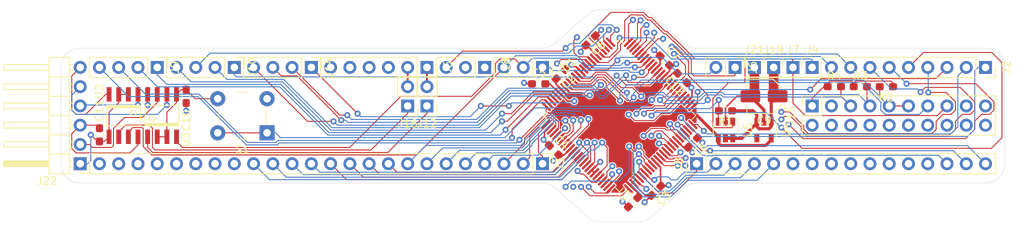
<source format=kicad_pcb>
(kicad_pcb (version 20191123) (host pcbnew "(5.99.0-569-gf99a34d20)")
  (layers (0 "F.Cu" signal) (1 "In1.Cu" power) (2 "In2.Cu" power) (31 "B.Cu" signal) (34 "B.Paste" user hide) (35 "F.Paste" user) (36 "B.SilkS" user) (37 "F.SilkS" user) (38 "B.Mask" user) (39 "F.Mask" user) (44 "Edge.Cuts" user))
  (net 0 "")
  (net 1 "+1V8")
  (net 2 "GND")
  (net 3 "+3V3")
  (net 4 "/FTDI_GND")
  (net 5 "/FTDI_VCC")
  (net 6 "/RXD0")
  (net 7 "/TXD0")
  (net 8 "/SCK0")
  (net 9 "/TIOB2")
  (net 10 "/TIOA2")
  (net 11 "/TCLK2")
  (net 12 "/TIOB1")
  (net 13 "/TIOA1")
  (net 14 "/TCLK1")
  (net 15 "/TIOB0")
  (net 16 "/TIOA0")
  (net 17 "/TCLK0")
  (net 18 "/ADDR23")
  (net 19 "/ADDR22")
  (net 20 "/ADDR21")
  (net 21 "/ADDR20")
  (net 22 "/ADDR19")
  (net 23 "/ADDR18")
  (net 24 "/ADDR17")
  (net 25 "/ADDR16")
  (net 26 "/ADDR15")
  (net 27 "/ADDR14")
  (net 28 "/ADDR13")
  (net 29 "/ADDR12")
  (net 30 "/ADDR11")
  (net 31 "/ADDR10")
  (net 32 "/ADDR9")
  (net 33 "/ADDR8")
  (net 34 "/ADDR7")
  (net 35 "/ADDR6")
  (net 36 "/ADDR5")
  (net 37 "/ADDR4")
  (net 38 "/ADDR3")
  (net 39 "/ADDR2")
  (net 40 "/ADDR1")
  (net 41 "/ADDR0")
  (net 42 "/~WDOVF")
  (net 43 "/P24")
  (net 44 "/P23")
  (net 45 "/P19")
  (net 46 "/P18")
  (net 47 "/P17")
  (net 48 "/P16")
  (net 49 "/MCKO")
  (net 50 "/MCKI")
  (net 51 "/~RESET")
  (net 52 "/DATA15")
  (net 53 "/DATA14")
  (net 54 "/DATA13")
  (net 55 "/DATA12")
  (net 56 "/DATA11")
  (net 57 "/DATA10")
  (net 58 "/DATA9")
  (net 59 "/DATA8")
  (net 60 "/DATA7")
  (net 61 "/DATA6")
  (net 62 "/DATA5")
  (net 63 "/DATA4")
  (net 64 "/DATA3")
  (net 65 "/DATA2")
  (net 66 "/DATA1")
  (net 67 "/DATA0")
  (net 68 "/~CS3")
  (net 69 "/~CS2")
  (net 70 "/~CS1")
  (net 71 "/~CS0")
  (net 72 "/~WAIT")
  (net 73 "/~WR1")
  (net 74 "/~WR0")
  (net 75 "/~RD")
  (net 76 "/FIQ")
  (net 77 "/IRQ2")
  (net 78 "/IRQ1")
  (net 79 "/IRQ0")
  (net 80 "Net-(J15-Pad19)")
  (net 81 "Net-(J15-Pad17)")
  (net 82 "Net-(J15-Pad3)")
  (net 83 "/RXD1")
  (net 84 "/TXD1")
  (net 85 "/SCK1")
  (net 86 "Net-(U4-Pad4)")
  (net 87 "/TDO")
  (net 88 "/TCK")
  (net 89 "/TMS")
  (net 90 "/TDI")
  (net 91 "/~MR")
  (net 92 "/~RTS0")
  (net 93 "/~CTS0")
  (net 94 "/~FTDI_RTS")
  (net 95 "/FTDI_RX")
  (net 96 "/FTDI_TX")
  (net 97 "/~FTDI_CTS")
  (module "Connector_PinHeader_2.54mm:PinHeader_1x02_P2.54mm_Vertical" (layer "F.Cu") (at 120.65 104.14 180)
    (fp_text reference "J16" (at 0 -2.33) (layer "F.SilkS"))
    (fp_text value "CTSCB0")
    (pad "2" thru_hole oval (at 0 2.54 180) (size 1.7 1.7) (drill 1) (layers *.Cu *.Mask) (net 47 "/P17"))
    (pad "1" thru_hole rect (at 0 0 180) (size 1.7 1.7) (drill 1) (layers *.Cu *.Mask) (net 93 "/~CTS0"))
  )
  (module "Connector_PinHeader_2.54mm:PinHeader_1x02_P2.54mm_Vertical" (layer "F.Cu") (at 123.19 104.14 180)
    (fp_text reference "J12" (at 0 -2.33) (layer "F.SilkS"))
    (fp_text value "RTSCB0")
    (pad "2" thru_hole oval (at 0 2.54 180) (size 1.7 1.7) (drill 1) (layers *.Cu *.Mask) (net 48 "/P16"))
    (pad "1" thru_hole rect (at 0 0 180) (size 1.7 1.7) (drill 1) (layers *.Cu *.Mask) (net 92 "/~RTS0"))
  )
  (module "Package_TO_SOT_SMD:SOT-23-6" (layer "F.Cu") (at 162.56 107.315 -90)
    (fp_text reference "U5" (at 0 -2.9 90) (layer "F.SilkS"))
    (fp_text value "MAX6355TW")
    (pad "5" smd rect (at 1.1 0 270) (size 1.06 0.65) (layers "F.Cu" "F.Paste" "F.Mask") (net 3 "+3V3"))
    (pad "6" smd rect (at 1.1 -0.95 270) (size 1.06 0.65) (layers "F.Cu" "F.Paste" "F.Mask") (net 3 "+3V3"))
    (pad "4" smd rect (at 1.1 0.95 270) (size 1.06 0.65) (layers "F.Cu" "F.Paste" "F.Mask") (net 1 "+1V8"))
    (pad "3" smd rect (at -1.1 0.95 270) (size 1.06 0.65) (layers "F.Cu" "F.Paste" "F.Mask") (net 91 "/~MR"))
    (pad "2" smd rect (at -1.1 0 270) (size 1.06 0.65) (layers "F.Cu" "F.Paste" "F.Mask") (net 2 "GND"))
    (pad "1" smd rect (at -1.1 -0.95 270) (size 1.06 0.65) (layers "F.Cu" "F.Paste" "F.Mask") (net 51 "/~RESET"))
  )
  (module "Package_TO_SOT_SMD:SOT-23-5" (layer "F.Cu") (at 167.64 107.315 -90)
    (fp_text reference "U4" (at 0 -2.9 90) (layer "F.SilkS"))
    (fp_text value "MIC5504-1.8YM5")
    (pad "5" smd rect (at 1.1 -0.95 270) (size 1.06 0.65) (layers "F.Cu" "F.Paste" "F.Mask") (net 1 "+1V8"))
    (pad "4" smd rect (at 1.1 0.95 270) (size 1.06 0.65) (layers "F.Cu" "F.Paste" "F.Mask") (net 86 "Net-(U4-Pad4)"))
    (pad "3" smd rect (at -1.1 0.95 270) (size 1.06 0.65) (layers "F.Cu" "F.Paste" "F.Mask") (net 3 "+3V3"))
    (pad "2" smd rect (at -1.1 0 270) (size 1.06 0.65) (layers "F.Cu" "F.Paste" "F.Mask") (net 2 "GND"))
    (pad "1" smd rect (at -1.1 -0.95 270) (size 1.06 0.65) (layers "F.Cu" "F.Paste" "F.Mask") (net 3 "+3V3"))
  )
  (module "footprints:SO-8" (layer "F.Cu") (at 83.185 105.41 180)
    (fp_text reference "U3" (at -8.255 -3.175 90) (layer "F.SilkS"))
    (fp_text value "PC Powered")
    (pad "4" smd rect (at 1.905 2.795 180) (size 0.64 1.9) (layers "F.Cu" "F.Paste" "F.Mask") (net 94 "/~FTDI_RTS"))
    (pad "5" smd rect (at 1.905 -2.795 180) (size 0.64 1.9) (layers "F.Cu" "F.Paste" "F.Mask") (net 4 "/FTDI_GND"))
    (pad "3" smd rect (at 0.635 2.795 180) (size 0.64 1.9) (layers "F.Cu" "F.Paste" "F.Mask") (net 4 "/FTDI_GND"))
    (pad "6" smd rect (at 0.635 -2.795 180) (size 0.64 1.9) (layers "F.Cu" "F.Paste" "F.Mask") (net 93 "/~CTS0"))
    (pad "2" smd rect (at -0.635 2.795 180) (size 0.64 1.9) (layers "F.Cu" "F.Paste" "F.Mask") (net 4 "/FTDI_GND"))
    (pad "7" smd rect (at -0.635 -2.795 180) (size 0.64 1.9) (layers "F.Cu" "F.Paste" "F.Mask") (net 6 "/RXD0"))
    (pad "1" smd rect (at -1.905 2.795 180) (size 0.64 1.9) (layers "F.Cu" "F.Paste" "F.Mask") (net 96 "/FTDI_TX"))
    (pad "8" smd rect (at -1.905 -2.795 180) (size 0.64 1.9) (layers "F.Cu" "F.Paste" "F.Mask") (net 5 "/FTDI_VCC"))
  )
  (module "footprints:SO-8" (layer "F.Cu") (at 88.265 105.41)
    (fp_text reference "U2" (at -8.255 -3.175 90) (layer "F.SilkS"))
    (fp_text value "BB Powered")
    (pad "4" smd rect (at 1.905 2.795) (size 0.64 1.9) (layers "F.Cu" "F.Paste" "F.Mask") (net 7 "/TXD0"))
    (pad "5" smd rect (at 1.905 -2.795) (size 0.64 1.9) (layers "F.Cu" "F.Paste" "F.Mask") (net 2 "GND"))
    (pad "3" smd rect (at 0.635 2.795) (size 0.64 1.9) (layers "F.Cu" "F.Paste" "F.Mask") (net 2 "GND"))
    (pad "6" smd rect (at 0.635 -2.795) (size 0.64 1.9) (layers "F.Cu" "F.Paste" "F.Mask") (net 95 "/FTDI_RX"))
    (pad "2" smd rect (at -0.635 2.795) (size 0.64 1.9) (layers "F.Cu" "F.Paste" "F.Mask") (net 2 "GND"))
    (pad "7" smd rect (at -0.635 -2.795) (size 0.64 1.9) (layers "F.Cu" "F.Paste" "F.Mask") (net 97 "/~FTDI_CTS"))
    (pad "1" smd rect (at -1.905 2.795) (size 0.64 1.9) (layers "F.Cu" "F.Paste" "F.Mask") (net 92 "/~RTS0"))
    (pad "8" smd rect (at -1.905 -2.795) (size 0.64 1.9) (layers "F.Cu" "F.Paste" "F.Mask") (net 3 "+3V3"))
  )
  (module "Package_QFP:LQFP-100_14x14mm_P0.5mm" (layer "F.Cu") (at 148.59 105.41 45)
    (fp_text reference "U1" (at 0 -9.42 45) (layer "F.SilkS"))
    (fp_text value "AT91R40008")
    (pad "100" smd roundrect (at -6 -7.675 45) (size 0.3 1.6) (layers "F.Cu" "F.Paste" "F.Mask") (net 68 "/~CS3"))
    (pad "99" smd roundrect (at -5.5 -7.675 45) (size 0.3 1.6) (layers "F.Cu" "F.Paste" "F.Mask") (net 69 "/~CS2"))
    (pad "98" smd roundrect (at -5 -7.675 45) (size 0.3 1.6) (layers "F.Cu" "F.Paste" "F.Mask") (net 70 "/~CS1"))
    (pad "97" smd roundrect (at -4.5 -7.675 45) (size 0.3 1.6) (layers "F.Cu" "F.Paste" "F.Mask") (net 71 "/~CS0"))
    (pad "96" smd roundrect (at -4 -7.675 45) (size 0.3 1.6) (layers "F.Cu" "F.Paste" "F.Mask") (net 72 "/~WAIT"))
    (pad "95" smd roundrect (at -3.5 -7.675 45) (size 0.3 1.6) (layers "F.Cu" "F.Paste" "F.Mask") (net 3 "+3V3"))
    (pad "94" smd roundrect (at -3 -7.675 45) (size 0.3 1.6) (layers "F.Cu" "F.Paste" "F.Mask") (net 1 "+1V8"))
    (pad "93" smd roundrect (at -2.5 -7.675 45) (size 0.3 1.6) (layers "F.Cu" "F.Paste" "F.Mask") (net 74 "/~WR0"))
    (pad "92" smd roundrect (at -2 -7.675 45) (size 0.3 1.6) (layers "F.Cu" "F.Paste" "F.Mask") (net 75 "/~RD"))
    (pad "91" smd roundrect (at -1.5 -7.675 45) (size 0.3 1.6) (layers "F.Cu" "F.Paste" "F.Mask") (net 88 "/TCK"))
    (pad "90" smd roundrect (at -1 -7.675 45) (size 0.3 1.6) (layers "F.Cu" "F.Paste" "F.Mask") (net 87 "/TDO"))
    (pad "89" smd roundrect (at -0.5 -7.675 45) (size 0.3 1.6) (layers "F.Cu" "F.Paste" "F.Mask") (net 90 "/TDI"))
    (pad "88" smd roundrect (at 0 -7.675 45) (size 0.3 1.6) (layers "F.Cu" "F.Paste" "F.Mask") (net 89 "/TMS"))
    (pad "87" smd roundrect (at 0.5 -7.675 45) (size 0.3 1.6) (layers "F.Cu" "F.Paste" "F.Mask") (net 2 "GND"))
    (pad "86" smd roundrect (at 1 -7.675 45) (size 0.3 1.6) (layers "F.Cu" "F.Paste" "F.Mask") (net 2 "GND"))
    (pad "85" smd roundrect (at 1.5 -7.675 45) (size 0.3 1.6) (layers "F.Cu" "F.Paste" "F.Mask") (net 49 "/MCKO"))
    (pad "84" smd roundrect (at 2 -7.675 45) (size 0.3 1.6) (layers "F.Cu" "F.Paste" "F.Mask") (net 43 "/P24"))
    (pad "83" smd roundrect (at 2.5 -7.675 45) (size 0.3 1.6) (layers "F.Cu" "F.Paste" "F.Mask") (net 44 "/P23"))
    (pad "82" smd roundrect (at 3 -7.675 45) (size 0.3 1.6) (layers "F.Cu" "F.Paste" "F.Mask") (net 50 "/MCKI"))
    (pad "81" smd roundrect (at 3.5 -7.675 45) (size 0.3 1.6) (layers "F.Cu" "F.Paste" "F.Mask") (net 3 "+3V3"))
    (pad "80" smd roundrect (at 4 -7.675 45) (size 0.3 1.6) (layers "F.Cu" "F.Paste" "F.Mask") (net 42 "/~WDOVF"))
    (pad "79" smd roundrect (at 4.5 -7.675 45) (size 0.3 1.6) (layers "F.Cu" "F.Paste" "F.Mask") (net 51 "/~RESET"))
    (pad "78" smd roundrect (at 5 -7.675 45) (size 0.3 1.6) (layers "F.Cu" "F.Paste" "F.Mask") (net 2 "GND"))
    (pad "77" smd roundrect (at 5.5 -7.675 45) (size 0.3 1.6) (layers "F.Cu" "F.Paste" "F.Mask") (net 73 "/~WR1"))
    (pad "76" smd roundrect (at 6 -7.675 45) (size 0.3 1.6) (layers "F.Cu" "F.Paste" "F.Mask") (net 83 "/RXD1"))
    (pad "75" smd roundrect (at 7.675 -6 45) (size 1.6 0.3) (layers "F.Cu" "F.Paste" "F.Mask") (net 84 "/TXD1"))
    (pad "74" smd roundrect (at 7.675 -5.5 45) (size 1.6 0.3) (layers "F.Cu" "F.Paste" "F.Mask") (net 85 "/SCK1"))
    (pad "73" smd roundrect (at 7.675 -5 45) (size 1.6 0.3) (layers "F.Cu" "F.Paste" "F.Mask") (net 45 "/P19"))
    (pad "72" smd roundrect (at 7.675 -4.5 45) (size 1.6 0.3) (layers "F.Cu" "F.Paste" "F.Mask") (net 46 "/P18"))
    (pad "71" smd roundrect (at 7.675 -4 45) (size 1.6 0.3) (layers "F.Cu" "F.Paste" "F.Mask") (net 47 "/P17"))
    (pad "70" smd roundrect (at 7.675 -3.5 45) (size 1.6 0.3) (layers "F.Cu" "F.Paste" "F.Mask") (net 48 "/P16"))
    (pad "69" smd roundrect (at 7.675 -3 45) (size 1.6 0.3) (layers "F.Cu" "F.Paste" "F.Mask") (net 6 "/RXD0"))
    (pad "68" smd roundrect (at 7.675 -2.5 45) (size 1.6 0.3) (layers "F.Cu" "F.Paste" "F.Mask") (net 7 "/TXD0"))
    (pad "67" smd roundrect (at 7.675 -2 45) (size 1.6 0.3) (layers "F.Cu" "F.Paste" "F.Mask") (net 8 "/SCK0"))
    (pad "66" smd roundrect (at 7.675 -1.5 45) (size 1.6 0.3) (layers "F.Cu" "F.Paste" "F.Mask") (net 76 "/FIQ"))
    (pad "65" smd roundrect (at 7.675 -1 45) (size 1.6 0.3) (layers "F.Cu" "F.Paste" "F.Mask") (net 2 "GND"))
    (pad "64" smd roundrect (at 7.675 -0.5 45) (size 1.6 0.3) (layers "F.Cu" "F.Paste" "F.Mask") (net 77 "/IRQ2"))
    (pad "63" smd roundrect (at 7.675 0 45) (size 1.6 0.3) (layers "F.Cu" "F.Paste" "F.Mask") (net 78 "/IRQ1"))
    (pad "62" smd roundrect (at 7.675 0.5 45) (size 1.6 0.3) (layers "F.Cu" "F.Paste" "F.Mask") (net 3 "+3V3"))
    (pad "61" smd roundrect (at 7.675 1 45) (size 1.6 0.3) (layers "F.Cu" "F.Paste" "F.Mask") (net 1 "+1V8"))
    (pad "60" smd roundrect (at 7.675 1.5 45) (size 1.6 0.3) (layers "F.Cu" "F.Paste" "F.Mask") (net 79 "/IRQ0"))
    (pad "59" smd roundrect (at 7.675 2 45) (size 1.6 0.3) (layers "F.Cu" "F.Paste" "F.Mask") (net 9 "/TIOB2"))
    (pad "58" smd roundrect (at 7.675 2.5 45) (size 1.6 0.3) (layers "F.Cu" "F.Paste" "F.Mask") (net 10 "/TIOA2"))
    (pad "57" smd roundrect (at 7.675 3 45) (size 1.6 0.3) (layers "F.Cu" "F.Paste" "F.Mask") (net 11 "/TCLK2"))
    (pad "56" smd roundrect (at 7.675 3.5 45) (size 1.6 0.3) (layers "F.Cu" "F.Paste" "F.Mask") (net 12 "/TIOB1"))
    (pad "55" smd roundrect (at 7.675 4 45) (size 1.6 0.3) (layers "F.Cu" "F.Paste" "F.Mask") (net 13 "/TIOA1"))
    (pad "54" smd roundrect (at 7.675 4.5 45) (size 1.6 0.3) (layers "F.Cu" "F.Paste" "F.Mask") (net 14 "/TCLK1"))
    (pad "53" smd roundrect (at 7.675 5 45) (size 1.6 0.3) (layers "F.Cu" "F.Paste" "F.Mask") (net 2 "GND"))
    (pad "52" smd roundrect (at 7.675 5.5 45) (size 1.6 0.3) (layers "F.Cu" "F.Paste" "F.Mask") (net 2 "GND"))
    (pad "51" smd roundrect (at 7.675 6 45) (size 1.6 0.3) (layers "F.Cu" "F.Paste" "F.Mask") (net 15 "/TIOB0"))
    (pad "50" smd roundrect (at 6 7.675 45) (size 0.3 1.6) (layers "F.Cu" "F.Paste" "F.Mask") (net 16 "/TIOA0"))
    (pad "49" smd roundrect (at 5.5 7.675 45) (size 0.3 1.6) (layers "F.Cu" "F.Paste" "F.Mask") (net 17 "/TCLK0"))
    (pad "48" smd roundrect (at 5 7.675 45) (size 0.3 1.6) (layers "F.Cu" "F.Paste" "F.Mask") (net 52 "/DATA15"))
    (pad "47" smd roundrect (at 4.5 7.675 45) (size 0.3 1.6) (layers "F.Cu" "F.Paste" "F.Mask") (net 53 "/DATA14"))
    (pad "46" smd roundrect (at 4 7.675 45) (size 0.3 1.6) (layers "F.Cu" "F.Paste" "F.Mask") (net 54 "/DATA13"))
    (pad "45" smd roundrect (at 3.5 7.675 45) (size 0.3 1.6) (layers "F.Cu" "F.Paste" "F.Mask") (net 55 "/DATA12"))
    (pad "44" smd roundrect (at 3 7.675 45) (size 0.3 1.6) (layers "F.Cu" "F.Paste" "F.Mask") (net 3 "+3V3"))
    (pad "43" smd roundrect (at 2.5 7.675 45) (size 0.3 1.6) (layers "F.Cu" "F.Paste" "F.Mask") (net 56 "/DATA11"))
    (pad "42" smd roundrect (at 2 7.675 45) (size 0.3 1.6) (layers "F.Cu" "F.Paste" "F.Mask") (net 57 "/DATA10"))
    (pad "41" smd roundrect (at 1.5 7.675 45) (size 0.3 1.6) (layers "F.Cu" "F.Paste" "F.Mask") (net 58 "/DATA9"))
    (pad "40" smd roundrect (at 1 7.675 45) (size 0.3 1.6) (layers "F.Cu" "F.Paste" "F.Mask") (net 59 "/DATA8"))
    (pad "39" smd roundrect (at 0.5 7.675 45) (size 0.3 1.6) (layers "F.Cu" "F.Paste" "F.Mask") (net 60 "/DATA7"))
    (pad "38" smd roundrect (at 0 7.675 45) (size 0.3 1.6) (layers "F.Cu" "F.Paste" "F.Mask") (net 61 "/DATA6"))
    (pad "37" smd roundrect (at -0.5 7.675 45) (size 0.3 1.6) (layers "F.Cu" "F.Paste" "F.Mask") (net 62 "/DATA5"))
    (pad "36" smd roundrect (at -1 7.675 45) (size 0.3 1.6) (layers "F.Cu" "F.Paste" "F.Mask") (net 2 "GND"))
    (pad "35" smd roundrect (at -1.5 7.675 45) (size 0.3 1.6) (layers "F.Cu" "F.Paste" "F.Mask") (net 63 "/DATA4"))
    (pad "34" smd roundrect (at -2 7.675 45) (size 0.3 1.6) (layers "F.Cu" "F.Paste" "F.Mask") (net 64 "/DATA3"))
    (pad "33" smd roundrect (at -2.5 7.675 45) (size 0.3 1.6) (layers "F.Cu" "F.Paste" "F.Mask") (net 65 "/DATA2"))
    (pad "32" smd roundrect (at -3 7.675 45) (size 0.3 1.6) (layers "F.Cu" "F.Paste" "F.Mask") (net 66 "/DATA1"))
    (pad "31" smd roundrect (at -3.5 7.675 45) (size 0.3 1.6) (layers "F.Cu" "F.Paste" "F.Mask") (net 67 "/DATA0"))
    (pad "30" smd roundrect (at -4 7.675 45) (size 0.3 1.6) (layers "F.Cu" "F.Paste" "F.Mask") (net 18 "/ADDR23"))
    (pad "29" smd roundrect (at -4.5 7.675 45) (size 0.3 1.6) (layers "F.Cu" "F.Paste" "F.Mask") (net 19 "/ADDR22"))
    (pad "28" smd roundrect (at -5 7.675 45) (size 0.3 1.6) (layers "F.Cu" "F.Paste" "F.Mask") (net 3 "+3V3"))
    (pad "27" smd roundrect (at -5.5 7.675 45) (size 0.3 1.6) (layers "F.Cu" "F.Paste" "F.Mask") (net 1 "+1V8"))
    (pad "26" smd roundrect (at -6 7.675 45) (size 0.3 1.6) (layers "F.Cu" "F.Paste" "F.Mask") (net 20 "/ADDR21"))
    (pad "25" smd roundrect (at -7.675 6 45) (size 1.6 0.3) (layers "F.Cu" "F.Paste" "F.Mask") (net 21 "/ADDR20"))
    (pad "24" smd roundrect (at -7.675 5.5 45) (size 1.6 0.3) (layers "F.Cu" "F.Paste" "F.Mask") (net 22 "/ADDR19"))
    (pad "23" smd roundrect (at -7.675 5 45) (size 1.6 0.3) (layers "F.Cu" "F.Paste" "F.Mask") (net 23 "/ADDR18"))
    (pad "22" smd roundrect (at -7.675 4.5 45) (size 1.6 0.3) (layers "F.Cu" "F.Paste" "F.Mask") (net 24 "/ADDR17"))
    (pad "21" smd roundrect (at -7.675 4 45) (size 1.6 0.3) (layers "F.Cu" "F.Paste" "F.Mask") (net 25 "/ADDR16"))
    (pad "20" smd roundrect (at -7.675 3.5 45) (size 1.6 0.3) (layers "F.Cu" "F.Paste" "F.Mask") (net 26 "/ADDR15"))
    (pad "19" smd roundrect (at -7.675 3 45) (size 1.6 0.3) (layers "F.Cu" "F.Paste" "F.Mask") (net 2 "GND"))
    (pad "18" smd roundrect (at -7.675 2.5 45) (size 1.6 0.3) (layers "F.Cu" "F.Paste" "F.Mask") (net 2 "GND"))
    (pad "17" smd roundrect (at -7.675 2 45) (size 1.6 0.3) (layers "F.Cu" "F.Paste" "F.Mask") (net 27 "/ADDR14"))
    (pad "16" smd roundrect (at -7.675 1.5 45) (size 1.6 0.3) (layers "F.Cu" "F.Paste" "F.Mask") (net 28 "/ADDR13"))
    (pad "15" smd roundrect (at -7.675 1 45) (size 1.6 0.3) (layers "F.Cu" "F.Paste" "F.Mask") (net 29 "/ADDR12"))
    (pad "14" smd roundrect (at -7.675 0.5 45) (size 1.6 0.3) (layers "F.Cu" "F.Paste" "F.Mask") (net 30 "/ADDR11"))
    (pad "13" smd roundrect (at -7.675 0 45) (size 1.6 0.3) (layers "F.Cu" "F.Paste" "F.Mask") (net 31 "/ADDR10"))
    (pad "12" smd roundrect (at -7.675 -0.5 45) (size 1.6 0.3) (layers "F.Cu" "F.Paste" "F.Mask") (net 32 "/ADDR9"))
    (pad "11" smd roundrect (at -7.675 -1 45) (size 1.6 0.3) (layers "F.Cu" "F.Paste" "F.Mask") (net 33 "/ADDR8"))
    (pad "10" smd roundrect (at -7.675 -1.5 45) (size 1.6 0.3) (layers "F.Cu" "F.Paste" "F.Mask") (net 3 "+3V3"))
    (pad "9" smd roundrect (at -7.675 -2 45) (size 1.6 0.3) (layers "F.Cu" "F.Paste" "F.Mask") (net 34 "/ADDR7"))
    (pad "8" smd roundrect (at -7.675 -2.5 45) (size 1.6 0.3) (layers "F.Cu" "F.Paste" "F.Mask") (net 35 "/ADDR6"))
    (pad "7" smd roundrect (at -7.675 -3 45) (size 1.6 0.3) (layers "F.Cu" "F.Paste" "F.Mask") (net 36 "/ADDR5"))
    (pad "6" smd roundrect (at -7.675 -3.5 45) (size 1.6 0.3) (layers "F.Cu" "F.Paste" "F.Mask") (net 37 "/ADDR4"))
    (pad "5" smd roundrect (at -7.675 -4 45) (size 1.6 0.3) (layers "F.Cu" "F.Paste" "F.Mask") (net 38 "/ADDR3"))
    (pad "4" smd roundrect (at -7.675 -4.5 45) (size 1.6 0.3) (layers "F.Cu" "F.Paste" "F.Mask") (net 39 "/ADDR2"))
    (pad "3" smd roundrect (at -7.675 -5 45) (size 1.6 0.3) (layers "F.Cu" "F.Paste" "F.Mask") (net 40 "/ADDR1"))
    (pad "2" smd roundrect (at -7.675 -5.5 45) (size 1.6 0.3) (layers "F.Cu" "F.Paste" "F.Mask") (net 2 "GND"))
    (pad "1" smd roundrect (at -7.675 -6 45) (size 1.6 0.3) (layers "F.Cu" "F.Paste" "F.Mask") (net 41 "/ADDR0"))
  )
  (module "digikey-footprints:Switch_Tactile_THT_B3F-1xxx" (layer "F.Cu") (at 102.108 107.696 180)
    (fp_text reference "S1" (at 3.2512 -2.2094) (layer "F.SilkS"))
    (fp_text value "B3F-1000")
    (pad "4" thru_hole circle (at 6.5012 4.5106 180) (size 2 2) (drill 1) (layers *.Cu *.Mask) (net 2 "GND"))
    (pad "3" thru_hole circle (at 0.0012 4.5106 180) (size 2 2) (drill 1) (layers *.Cu *.Mask) (net 2 "GND"))
    (pad "2" thru_hole circle (at 6.5012 0.0106 180) (size 2 2) (drill 1) (layers *.Cu *.Mask) (net 91 "/~MR"))
    (pad "1" thru_hole rect (at 0.0012 0.0106 180) (size 2 2) (drill 1) (layers *.Cu *.Mask) (net 91 "/~MR"))
  )
  (module "Resistor_SMD:R_0603_1608Metric_Pad1.05x0.95mm_HandSolder" (layer "F.Cu") (at 176.911 101.6)
    (fp_text reference "R4" (at 0 -1.43) (layer "F.SilkS"))
    (fp_text value "100K")
    (pad "2" smd roundrect (at 0.875 0) (size 1.05 0.95) (layers "F.Cu" "F.Paste" "F.Mask") (net 90 "/TDI"))
    (pad "1" smd roundrect (at -0.875 0) (size 1.05 0.95) (layers "F.Cu" "F.Paste" "F.Mask") (net 3 "+3V3"))
  )
  (module "Resistor_SMD:R_0603_1608Metric_Pad1.05x0.95mm_HandSolder" (layer "F.Cu") (at 180.34 101.6)
    (fp_text reference "R3" (at 0 -1.43) (layer "F.SilkS"))
    (fp_text value "100K")
    (pad "2" smd roundrect (at 0.875 0) (size 1.05 0.95) (layers "F.Cu" "F.Paste" "F.Mask") (net 89 "/TMS"))
    (pad "1" smd roundrect (at -0.875 0) (size 1.05 0.95) (layers "F.Cu" "F.Paste" "F.Mask") (net 3 "+3V3"))
  )
  (module "Resistor_SMD:R_0603_1608Metric_Pad1.05x0.95mm_HandSolder" (layer "F.Cu") (at 183.769 101.6 180)
    (fp_text reference "R2" (at 0 -1.43) (layer "F.SilkS"))
    (fp_text value "100K")
    (pad "2" smd roundrect (at 0.875 0 180) (size 1.05 0.95) (layers "F.Cu" "F.Paste" "F.Mask") (net 88 "/TCK"))
    (pad "1" smd roundrect (at -0.875 0 180) (size 1.05 0.95) (layers "F.Cu" "F.Paste" "F.Mask") (net 3 "+3V3"))
  )
  (module "Resistor_SMD:R_0603_1608Metric_Pad1.05x0.95mm_HandSolder" (layer "F.Cu") (at 162.56 104.775 180)
    (fp_text reference "R1" (at 0 -1.43) (layer "F.SilkS"))
    (fp_text value "100K")
    (pad "2" smd roundrect (at 0.875 0 180) (size 1.05 0.95) (layers "F.Cu" "F.Paste" "F.Mask") (net 91 "/~MR"))
    (pad "1" smd roundrect (at -0.875 0 180) (size 1.05 0.95) (layers "F.Cu" "F.Paste" "F.Mask") (net 3 "+3V3"))
  )
  (module "Connector_PinHeader_2.54mm:PinHeader_1x06_P2.54mm_Horizontal" (layer "F.Cu") (at 77.47 111.76 180)
    (fp_text reference "J22" (at 4.385 -2.27) (layer "F.SilkS"))
    (fp_text value "TTY")
    (pad "6" thru_hole oval (at 0 12.7 180) (size 1.7 1.7) (drill 1) (layers *.Cu *.Mask) (net 94 "/~FTDI_RTS"))
    (pad "5" thru_hole oval (at 0 10.16 180) (size 1.7 1.7) (drill 1) (layers *.Cu *.Mask) (net 95 "/FTDI_RX"))
    (pad "4" thru_hole oval (at 0 7.62 180) (size 1.7 1.7) (drill 1) (layers *.Cu *.Mask) (net 96 "/FTDI_TX"))
    (pad "3" thru_hole oval (at 0 5.08 180) (size 1.7 1.7) (drill 1) (layers *.Cu *.Mask) (net 5 "/FTDI_VCC"))
    (pad "2" thru_hole oval (at 0 2.54 180) (size 1.7 1.7) (drill 1) (layers *.Cu *.Mask) (net 97 "/~FTDI_CTS"))
    (pad "1" thru_hole rect (at 0 0 180) (size 1.7 1.7) (drill 1) (layers *.Cu *.Mask) (net 4 "/FTDI_GND"))
  )
  (module "Connector_PinHeader_2.54mm:PinHeader_1x01_P2.54mm_Vertical" (layer "F.Cu") (at 166.37 99.06)
    (fp_text reference "J21" (at 0 -2.33) (layer "F.SilkS"))
    (fp_text value "GND")
    (pad "1" thru_hole rect (at 0 0) (size 1.7 1.7) (drill 1) (layers *.Cu *.Mask) (net 2 "GND"))
  )
  (module "Connector_PinHeader_2.54mm:PinHeader_1x01_P2.54mm_Vertical" (layer "F.Cu") (at 168.91 99.06)
    (fp_text reference "J19" (at 0 -2.33) (layer "F.SilkS"))
    (fp_text value "VDD")
    (pad "1" thru_hole rect (at 0 0) (size 1.7 1.7) (drill 1) (layers *.Cu *.Mask) (net 3 "+3V3"))
  )
  (module "Connector_PinSocket_2.54mm:PinSocket_1x03_P2.54mm_Vertical" (layer "F.Cu") (at 130.81 99.06 -90)
    (fp_text reference "J18" (at 0 -2.77 90) (layer "F.SilkS"))
    (fp_text value "UART1")
    (pad "3" thru_hole oval (at 0 5.08 270) (size 1.7 1.7) (drill 1) (layers *.Cu *.Mask) (net 83 "/RXD1"))
    (pad "2" thru_hole oval (at 0 2.54 270) (size 1.7 1.7) (drill 1) (layers *.Cu *.Mask) (net 84 "/TXD1"))
    (pad "1" thru_hole rect (at 0 0 270) (size 1.7 1.7) (drill 1) (layers *.Cu *.Mask) (net 85 "/SCK1"))
  )
  (module "Connector_PinSocket_2.54mm:PinSocket_2x10_P2.54mm_Vertical" (layer "F.Cu") (at 173.99 104.14 90)
    (fp_text reference "J15" (at -1.27 -2.77 90) (layer "F.SilkS"))
    (fp_text value "JTAG")
    (pad "20" thru_hole oval (at -2.54 22.86 90) (size 1.7 1.7) (drill 1) (layers *.Cu *.Mask) (net 2 "GND"))
    (pad "19" thru_hole oval (at 0 22.86 90) (size 1.7 1.7) (drill 1) (layers *.Cu *.Mask) (net 80 "Net-(J15-Pad19)"))
    (pad "18" thru_hole oval (at -2.54 20.32 90) (size 1.7 1.7) (drill 1) (layers *.Cu *.Mask) (net 2 "GND"))
    (pad "17" thru_hole oval (at 0 20.32 90) (size 1.7 1.7) (drill 1) (layers *.Cu *.Mask) (net 81 "Net-(J15-Pad17)"))
    (pad "16" thru_hole oval (at -2.54 17.78 90) (size 1.7 1.7) (drill 1) (layers *.Cu *.Mask) (net 2 "GND"))
    (pad "15" thru_hole oval (at 0 17.78 90) (size 1.7 1.7) (drill 1) (layers *.Cu *.Mask) (net 51 "/~RESET"))
    (pad "14" thru_hole oval (at -2.54 15.24 90) (size 1.7 1.7) (drill 1) (layers *.Cu *.Mask) (net 2 "GND"))
    (pad "13" thru_hole oval (at 0 15.24 90) (size 1.7 1.7) (drill 1) (layers *.Cu *.Mask) (net 87 "/TDO"))
    (pad "12" thru_hole oval (at -2.54 12.7 90) (size 1.7 1.7) (drill 1) (layers *.Cu *.Mask) (net 2 "GND"))
    (pad "11" thru_hole oval (at 0 12.7 90) (size 1.7 1.7) (drill 1) (layers *.Cu *.Mask) (net 88 "/TCK"))
    (pad "10" thru_hole oval (at -2.54 10.16 90) (size 1.7 1.7) (drill 1) (layers *.Cu *.Mask) (net 2 "GND"))
    (pad "9" thru_hole oval (at 0 10.16 90) (size 1.7 1.7) (drill 1) (layers *.Cu *.Mask) (net 88 "/TCK"))
    (pad "8" thru_hole oval (at -2.54 7.62 90) (size 1.7 1.7) (drill 1) (layers *.Cu *.Mask) (net 2 "GND"))
    (pad "7" thru_hole oval (at 0 7.62 90) (size 1.7 1.7) (drill 1) (layers *.Cu *.Mask) (net 89 "/TMS"))
    (pad "6" thru_hole oval (at -2.54 5.08 90) (size 1.7 1.7) (drill 1) (layers *.Cu *.Mask) (net 2 "GND"))
    (pad "5" thru_hole oval (at 0 5.08 90) (size 1.7 1.7) (drill 1) (layers *.Cu *.Mask) (net 90 "/TDI"))
    (pad "4" thru_hole oval (at -2.54 2.54 90) (size 1.7 1.7) (drill 1) (layers *.Cu *.Mask) (net 2 "GND"))
    (pad "3" thru_hole oval (at 0 2.54 90) (size 1.7 1.7) (drill 1) (layers *.Cu *.Mask) (net 82 "Net-(J15-Pad3)"))
    (pad "2" thru_hole oval (at -2.54 0 90) (size 1.7 1.7) (drill 1) (layers *.Cu *.Mask) (net 3 "+3V3"))
    (pad "1" thru_hole rect (at 0 0 90) (size 1.7 1.7) (drill 1) (layers *.Cu *.Mask) (net 3 "+3V3"))
  )
  (module "Connector_PinHeader_2.54mm:PinHeader_1x04_P2.54mm_Vertical" (layer "F.Cu") (at 107.95 99.06 -90)
    (fp_text reference "J14" (at 0 -2.33 90) (layer "F.SilkS"))
    (fp_text value "IRQ")
    (pad "4" thru_hole oval (at 0 7.62 270) (size 1.7 1.7) (drill 1) (layers *.Cu *.Mask) (net 76 "/FIQ"))
    (pad "3" thru_hole oval (at 0 5.08 270) (size 1.7 1.7) (drill 1) (layers *.Cu *.Mask) (net 77 "/IRQ2"))
    (pad "2" thru_hole oval (at 0 2.54 270) (size 1.7 1.7) (drill 1) (layers *.Cu *.Mask) (net 78 "/IRQ1"))
    (pad "1" thru_hole rect (at 0 0 270) (size 1.7 1.7) (drill 1) (layers *.Cu *.Mask) (net 79 "/IRQ0"))
  )
  (module "Connector_PinHeader_2.54mm:PinHeader_1x04_P2.54mm_Vertical" (layer "F.Cu") (at 97.79 99.06 -90)
    (fp_text reference "J10" (at 0 -2.33 90) (layer "F.SilkS"))
    (fp_text value "BUSCTL")
    (pad "4" thru_hole oval (at 0 7.62 270) (size 1.7 1.7) (drill 1) (layers *.Cu *.Mask) (net 72 "/~WAIT"))
    (pad "3" thru_hole oval (at 0 5.08 270) (size 1.7 1.7) (drill 1) (layers *.Cu *.Mask) (net 73 "/~WR1"))
    (pad "2" thru_hole oval (at 0 2.54 270) (size 1.7 1.7) (drill 1) (layers *.Cu *.Mask) (net 74 "/~WR0"))
    (pad "1" thru_hole rect (at 0 0 270) (size 1.7 1.7) (drill 1) (layers *.Cu *.Mask) (net 75 "/~RD"))
  )
  (module "Connector_PinHeader_2.54mm:PinHeader_1x04_P2.54mm_Vertical" (layer "F.Cu") (at 87.63 99.06 -90)
    (fp_text reference "J9" (at 0 -2.33 90) (layer "F.SilkS"))
    (fp_text value "~CS[0..3]")
    (pad "4" thru_hole oval (at 0 7.62 270) (size 1.7 1.7) (drill 1) (layers *.Cu *.Mask) (net 68 "/~CS3"))
    (pad "3" thru_hole oval (at 0 5.08 270) (size 1.7 1.7) (drill 1) (layers *.Cu *.Mask) (net 69 "/~CS2"))
    (pad "2" thru_hole oval (at 0 2.54 270) (size 1.7 1.7) (drill 1) (layers *.Cu *.Mask) (net 70 "/~CS1"))
    (pad "1" thru_hole rect (at 0 0 270) (size 1.7 1.7) (drill 1) (layers *.Cu *.Mask) (net 71 "/~CS0"))
  )
  (module "Connector_PinHeader_2.54mm:PinHeader_1x16_P2.54mm_Vertical" (layer "F.Cu") (at 158.75 111.76 90)
    (fp_text reference "J8" (at 0 -2.33 90) (layer "F.SilkS"))
    (fp_text value "DATA[0..15]")
    (pad "16" thru_hole oval (at 0 38.1 90) (size 1.7 1.7) (drill 1) (layers *.Cu *.Mask) (net 52 "/DATA15"))
    (pad "15" thru_hole oval (at 0 35.56 90) (size 1.7 1.7) (drill 1) (layers *.Cu *.Mask) (net 53 "/DATA14"))
    (pad "14" thru_hole oval (at 0 33.02 90) (size 1.7 1.7) (drill 1) (layers *.Cu *.Mask) (net 54 "/DATA13"))
    (pad "13" thru_hole oval (at 0 30.48 90) (size 1.7 1.7) (drill 1) (layers *.Cu *.Mask) (net 55 "/DATA12"))
    (pad "12" thru_hole oval (at 0 27.94 90) (size 1.7 1.7) (drill 1) (layers *.Cu *.Mask) (net 56 "/DATA11"))
    (pad "11" thru_hole oval (at 0 25.4 90) (size 1.7 1.7) (drill 1) (layers *.Cu *.Mask) (net 57 "/DATA10"))
    (pad "10" thru_hole oval (at 0 22.86 90) (size 1.7 1.7) (drill 1) (layers *.Cu *.Mask) (net 58 "/DATA9"))
    (pad "9" thru_hole oval (at 0 20.32 90) (size 1.7 1.7) (drill 1) (layers *.Cu *.Mask) (net 59 "/DATA8"))
    (pad "8" thru_hole oval (at 0 17.78 90) (size 1.7 1.7) (drill 1) (layers *.Cu *.Mask) (net 60 "/DATA7"))
    (pad "7" thru_hole oval (at 0 15.24 90) (size 1.7 1.7) (drill 1) (layers *.Cu *.Mask) (net 61 "/DATA6"))
    (pad "6" thru_hole oval (at 0 12.7 90) (size 1.7 1.7) (drill 1) (layers *.Cu *.Mask) (net 62 "/DATA5"))
    (pad "5" thru_hole oval (at 0 10.16 90) (size 1.7 1.7) (drill 1) (layers *.Cu *.Mask) (net 63 "/DATA4"))
    (pad "4" thru_hole oval (at 0 7.62 90) (size 1.7 1.7) (drill 1) (layers *.Cu *.Mask) (net 64 "/DATA3"))
    (pad "3" thru_hole oval (at 0 5.08 90) (size 1.7 1.7) (drill 1) (layers *.Cu *.Mask) (net 65 "/DATA2"))
    (pad "2" thru_hole oval (at 0 2.54 90) (size 1.7 1.7) (drill 1) (layers *.Cu *.Mask) (net 66 "/DATA1"))
    (pad "1" thru_hole rect (at 0 0 90) (size 1.7 1.7) (drill 1) (layers *.Cu *.Mask) (net 67 "/DATA0"))
  )
  (module "Connector_PinHeader_2.54mm:PinHeader_1x01_P2.54mm_Vertical" (layer "F.Cu") (at 171.45 99.06)
    (fp_text reference "J7" (at 0 -2.33) (layer "F.SilkS"))
    (fp_text value "~RESET")
    (pad "1" thru_hole rect (at 0 0) (size 1.7 1.7) (drill 1) (layers *.Cu *.Mask) (net 51 "/~RESET"))
  )
  (module "Connector_PinHeader_2.54mm:PinHeader_1x02_P2.54mm_Vertical" (layer "F.Cu") (at 163.83 99.06 -90)
    (fp_text reference "J6" (at 0 -2.33 90) (layer "F.SilkS"))
    (fp_text value "CLKINOUT")
    (pad "2" thru_hole oval (at 0 2.54 270) (size 1.7 1.7) (drill 1) (layers *.Cu *.Mask) (net 49 "/MCKO"))
    (pad "1" thru_hole rect (at 0 0 270) (size 1.7 1.7) (drill 1) (layers *.Cu *.Mask) (net 50 "/MCKI"))
  )
  (module "Connector_PinSocket_2.54mm:PinSocket_1x06_P2.54mm_Vertical" (layer "F.Cu") (at 123.19 99.06 -90)
    (fp_text reference "J5" (at 0 -2.77 90) (layer "F.SilkS"))
    (fp_text value "GPIO")
    (pad "6" thru_hole oval (at 0 12.7 270) (size 1.7 1.7) (drill 1) (layers *.Cu *.Mask) (net 43 "/P24"))
    (pad "5" thru_hole oval (at 0 10.16 270) (size 1.7 1.7) (drill 1) (layers *.Cu *.Mask) (net 44 "/P23"))
    (pad "4" thru_hole oval (at 0 7.62 270) (size 1.7 1.7) (drill 1) (layers *.Cu *.Mask) (net 45 "/P19"))
    (pad "3" thru_hole oval (at 0 5.08 270) (size 1.7 1.7) (drill 1) (layers *.Cu *.Mask) (net 46 "/P18"))
    (pad "2" thru_hole oval (at 0 2.54 270) (size 1.7 1.7) (drill 1) (layers *.Cu *.Mask) (net 47 "/P17"))
    (pad "1" thru_hole rect (at 0 0 270) (size 1.7 1.7) (drill 1) (layers *.Cu *.Mask) (net 48 "/P16"))
  )
  (module "Connector_PinHeader_2.54mm:PinHeader_1x01_P2.54mm_Vertical" (layer "F.Cu") (at 173.99 99.06)
    (fp_text reference "J4" (at 0 -2.33) (layer "F.SilkS"))
    (fp_text value "~WDOVF")
    (pad "1" thru_hole rect (at 0 0) (size 1.7 1.7) (drill 1) (layers *.Cu *.Mask) (net 42 "/~WDOVF"))
  )
  (module "Connector_PinHeader_2.54mm:PinHeader_1x24_P2.54mm_Vertical" (layer "F.Cu") (at 138.43 111.76 -90)
    (fp_text reference "J3" (at 0 -2.33 90) (layer "F.SilkS"))
    (fp_text value "ADDR[0..23]")
    (pad "24" thru_hole oval (at 0 58.42 270) (size 1.7 1.7) (drill 1) (layers *.Cu *.Mask) (net 18 "/ADDR23"))
    (pad "23" thru_hole oval (at 0 55.88 270) (size 1.7 1.7) (drill 1) (layers *.Cu *.Mask) (net 19 "/ADDR22"))
    (pad "22" thru_hole oval (at 0 53.34 270) (size 1.7 1.7) (drill 1) (layers *.Cu *.Mask) (net 20 "/ADDR21"))
    (pad "21" thru_hole oval (at 0 50.8 270) (size 1.7 1.7) (drill 1) (layers *.Cu *.Mask) (net 21 "/ADDR20"))
    (pad "20" thru_hole oval (at 0 48.26 270) (size 1.7 1.7) (drill 1) (layers *.Cu *.Mask) (net 22 "/ADDR19"))
    (pad "19" thru_hole oval (at 0 45.72 270) (size 1.7 1.7) (drill 1) (layers *.Cu *.Mask) (net 23 "/ADDR18"))
    (pad "18" thru_hole oval (at 0 43.18 270) (size 1.7 1.7) (drill 1) (layers *.Cu *.Mask) (net 24 "/ADDR17"))
    (pad "17" thru_hole oval (at 0 40.64 270) (size 1.7 1.7) (drill 1) (layers *.Cu *.Mask) (net 25 "/ADDR16"))
    (pad "16" thru_hole oval (at 0 38.1 270) (size 1.7 1.7) (drill 1) (layers *.Cu *.Mask) (net 26 "/ADDR15"))
    (pad "15" thru_hole oval (at 0 35.56 270) (size 1.7 1.7) (drill 1) (layers *.Cu *.Mask) (net 27 "/ADDR14"))
    (pad "14" thru_hole oval (at 0 33.02 270) (size 1.7 1.7) (drill 1) (layers *.Cu *.Mask) (net 28 "/ADDR13"))
    (pad "13" thru_hole oval (at 0 30.48 270) (size 1.7 1.7) (drill 1) (layers *.Cu *.Mask) (net 29 "/ADDR12"))
    (pad "12" thru_hole oval (at 0 27.94 270) (size 1.7 1.7) (drill 1) (layers *.Cu *.Mask) (net 30 "/ADDR11"))
    (pad "11" thru_hole oval (at 0 25.4 270) (size 1.7 1.7) (drill 1) (layers *.Cu *.Mask) (net 31 "/ADDR10"))
    (pad "10" thru_hole oval (at 0 22.86 270) (size 1.7 1.7) (drill 1) (layers *.Cu *.Mask) (net 32 "/ADDR9"))
    (pad "9" thru_hole oval (at 0 20.32 270) (size 1.7 1.7) (drill 1) (layers *.Cu *.Mask) (net 33 "/ADDR8"))
    (pad "8" thru_hole oval (at 0 17.78 270) (size 1.7 1.7) (drill 1) (layers *.Cu *.Mask) (net 34 "/ADDR7"))
    (pad "7" thru_hole oval (at 0 15.24 270) (size 1.7 1.7) (drill 1) (layers *.Cu *.Mask) (net 35 "/ADDR6"))
    (pad "6" thru_hole oval (at 0 12.7 270) (size 1.7 1.7) (drill 1) (layers *.Cu *.Mask) (net 36 "/ADDR5"))
    (pad "5" thru_hole oval (at 0 10.16 270) (size 1.7 1.7) (drill 1) (layers *.Cu *.Mask) (net 37 "/ADDR4"))
    (pad "4" thru_hole oval (at 0 7.62 270) (size 1.7 1.7) (drill 1) (layers *.Cu *.Mask) (net 38 "/ADDR3"))
    (pad "3" thru_hole oval (at 0 5.08 270) (size 1.7 1.7) (drill 1) (layers *.Cu *.Mask) (net 39 "/ADDR2"))
    (pad "2" thru_hole oval (at 0 2.54 270) (size 1.7 1.7) (drill 1) (layers *.Cu *.Mask) (net 40 "/ADDR1"))
    (pad "1" thru_hole rect (at 0 0 270) (size 1.7 1.7) (drill 1) (layers *.Cu *.Mask) (net 41 "/ADDR0"))
  )
  (module "Connector_PinSocket_2.54mm:PinSocket_1x09_P2.54mm_Vertical" (layer "F.Cu") (at 196.85 99.06 -90)
    (fp_text reference "J2" (at 0 -2.77 90) (layer "F.SilkS"))
    (fp_text value "TIMER")
    (pad "9" thru_hole oval (at 0 20.32 270) (size 1.7 1.7) (drill 1) (layers *.Cu *.Mask) (net 9 "/TIOB2"))
    (pad "8" thru_hole oval (at 0 17.78 270) (size 1.7 1.7) (drill 1) (layers *.Cu *.Mask) (net 10 "/TIOA2"))
    (pad "7" thru_hole oval (at 0 15.24 270) (size 1.7 1.7) (drill 1) (layers *.Cu *.Mask) (net 11 "/TCLK2"))
    (pad "6" thru_hole oval (at 0 12.7 270) (size 1.7 1.7) (drill 1) (layers *.Cu *.Mask) (net 12 "/TIOB1"))
    (pad "5" thru_hole oval (at 0 10.16 270) (size 1.7 1.7) (drill 1) (layers *.Cu *.Mask) (net 13 "/TIOA1"))
    (pad "4" thru_hole oval (at 0 7.62 270) (size 1.7 1.7) (drill 1) (layers *.Cu *.Mask) (net 14 "/TCLK1"))
    (pad "3" thru_hole oval (at 0 5.08 270) (size 1.7 1.7) (drill 1) (layers *.Cu *.Mask) (net 15 "/TIOB0"))
    (pad "2" thru_hole oval (at 0 2.54 270) (size 1.7 1.7) (drill 1) (layers *.Cu *.Mask) (net 16 "/TIOA0"))
    (pad "1" thru_hole rect (at 0 0 270) (size 1.7 1.7) (drill 1) (layers *.Cu *.Mask) (net 17 "/TCLK0"))
  )
  (module "Connector_PinSocket_2.54mm:PinSocket_1x03_P2.54mm_Vertical" (layer "F.Cu") (at 138.43 99.06 -90)
    (fp_text reference "J1" (at 0 -2.77 90) (layer "F.SilkS"))
    (fp_text value "UART0")
    (pad "3" thru_hole oval (at 0 5.08 270) (size 1.7 1.7) (drill 1) (layers *.Cu *.Mask) (net 6 "/RXD0"))
    (pad "2" thru_hole oval (at 0 2.54 270) (size 1.7 1.7) (drill 1) (layers *.Cu *.Mask) (net 7 "/TXD0"))
    (pad "1" thru_hole rect (at 0 0 270) (size 1.7 1.7) (drill 1) (layers *.Cu *.Mask) (net 8 "/SCK0"))
  )
  (module "Capacitor_SMD:C_0603_1608Metric_Pad1.05x0.95mm_HandSolder" (layer "F.Cu") (at 156.845 100.457 135)
    (fp_text reference "C12" (at 0 -1.43 135) (layer "F.SilkS"))
    (fp_text value "10nF")
    (pad "2" smd roundrect (at 0.875 0 135) (size 1.05 0.95) (layers "F.Cu" "F.Paste" "F.Mask") (net 1 "+1V8"))
    (pad "1" smd roundrect (at -0.875 0 135) (size 1.05 0.95) (layers "F.Cu" "F.Paste" "F.Mask") (net 2 "GND"))
  )
  (module "Capacitor_SMD:C_0603_1608Metric_Pad1.05x0.95mm_HandSolder" (layer "F.Cu") (at 80.01 107.95 -90)
    (fp_text reference "C11" (at -3.175 0 90) (layer "F.SilkS"))
    (fp_text value "10nF")
    (pad "2" smd roundrect (at 0.875 0 270) (size 1.05 0.95) (layers "F.Cu" "F.Paste" "F.Mask") (net 4 "/FTDI_GND"))
    (pad "1" smd roundrect (at -0.875 0 270) (size 1.05 0.95) (layers "F.Cu" "F.Paste" "F.Mask") (net 5 "/FTDI_VCC"))
  )
  (module "Capacitor_SMD:C_0603_1608Metric_Pad1.05x0.95mm_HandSolder" (layer "F.Cu") (at 91.44 102.87 90)
    (fp_text reference "C10" (at -3.175 0 90) (layer "F.SilkS"))
    (fp_text value "10nF")
    (pad "2" smd roundrect (at 0.875 0 90) (size 1.05 0.95) (layers "F.Cu" "F.Paste" "F.Mask") (net 2 "GND"))
    (pad "1" smd roundrect (at -0.875 0 90) (size 1.05 0.95) (layers "F.Cu" "F.Paste" "F.Mask") (net 3 "+3V3"))
  )
  (module "Capacitor_SMD:CP_Elec_4x4.5" (layer "F.Cu") (at 167.64 102.87 180)
    (fp_text reference "C9" (at 0 -3.2) (layer "F.SilkS"))
    (fp_text value "1uF")
    (pad "2" smd roundrect (at 1.8 0 180) (size 2.6 1.6) (layers "F.Cu" "F.Paste" "F.Mask") (roundrect_rratio 0.15625) (net 2 "GND"))
    (pad "1" smd roundrect (at -1.8 0 180) (size 2.6 1.6) (layers "F.Cu" "F.Paste" "F.Mask") (roundrect_rratio 0.15625) (net 3 "+3V3"))
  )
  (module "Capacitor_SMD:C_0603_1608Metric_Pad1.05x0.95mm_HandSolder" (layer "F.Cu") (at 158.242 108.966 -135)
    (fp_text reference "C8" (at 0 -1.43 45) (layer "F.SilkS"))
    (fp_text value "10nF")
    (pad "2" smd roundrect (at 0.875 0 225) (size 1.05 0.95) (layers "F.Cu" "F.Paste" "F.Mask") (net 3 "+3V3"))
    (pad "1" smd roundrect (at -0.875 0 225) (size 1.05 0.95) (layers "F.Cu" "F.Paste" "F.Mask") (net 2 "GND"))
  )
  (module "Capacitor_SMD:C_0603_1608Metric_Pad1.05x0.95mm_HandSolder" (layer "F.Cu") (at 154.559 98.171 -45)
    (fp_text reference "C7" (at 0 -1.43 135) (layer "F.SilkS"))
    (fp_text value "10nF")
    (pad "2" smd roundrect (at 0.875 0 315) (size 1.05 0.95) (layers "F.Cu" "F.Paste" "F.Mask") (net 3 "+3V3"))
    (pad "1" smd roundrect (at -0.875 0 315) (size 1.05 0.95) (layers "F.Cu" "F.Paste" "F.Mask") (net 2 "GND"))
  )
  (module "Capacitor_SMD:C_0603_1608Metric_Pad1.05x0.95mm_HandSolder" (layer "F.Cu") (at 144.78 95.504 -135)
    (fp_text reference "C6" (at 0 -1.43 45) (layer "F.SilkS"))
    (fp_text value "10nF")
    (pad "2" smd roundrect (at 0.875 0 225) (size 1.05 0.95) (layers "F.Cu" "F.Paste" "F.Mask") (net 3 "+3V3"))
    (pad "1" smd roundrect (at -0.875 0 225) (size 1.05 0.95) (layers "F.Cu" "F.Paste" "F.Mask") (net 2 "GND"))
  )
  (module "Capacitor_SMD:C_0603_1608Metric_Pad1.05x0.95mm_HandSolder" (layer "F.Cu") (at 137.922 101.219)
    (fp_text reference "C5" (at 0 -1.43) (layer "F.SilkS"))
    (fp_text value "10nF")
    (pad "2" smd roundrect (at 0.875 0) (size 1.05 0.95) (layers "F.Cu" "F.Paste" "F.Mask") (net 3 "+3V3"))
    (pad "1" smd roundrect (at -0.875 0) (size 1.05 0.95) (layers "F.Cu" "F.Paste" "F.Mask") (net 2 "GND"))
  )
  (module "Capacitor_SMD:C_0603_1608Metric_Pad1.05x0.95mm_HandSolder" (layer "F.Cu") (at 139.954 109.982 -45)
    (fp_text reference "C4" (at 0 -1.43 135) (layer "F.SilkS"))
    (fp_text value "10nF")
    (pad "2" smd roundrect (at 0.875 0 315) (size 1.05 0.95) (layers "F.Cu" "F.Paste" "F.Mask") (net 3 "+3V3"))
    (pad "1" smd roundrect (at -0.875 0 315) (size 1.05 0.95) (layers "F.Cu" "F.Paste" "F.Mask") (net 2 "GND"))
  )
  (module "Capacitor_SMD:C_0603_1608Metric_Pad1.05x0.95mm_HandSolder" (layer "F.Cu") (at 153.416 115.316 -135)
    (fp_text reference "C3" (at 0 -1.43 45) (layer "F.SilkS"))
    (fp_text value "10nF")
    (pad "2" smd roundrect (at 0.875 0 225) (size 1.05 0.95) (layers "F.Cu" "F.Paste" "F.Mask") (net 3 "+3V3"))
    (pad "1" smd roundrect (at -0.875 0 225) (size 1.05 0.95) (layers "F.Cu" "F.Paste" "F.Mask") (net 2 "GND"))
  )
  (module "Capacitor_SMD:C_0603_1608Metric_Pad1.05x0.95mm_HandSolder" (layer "F.Cu") (at 140.843 99.949 -135)
    (fp_text reference "C2" (at 0 -1.43 45) (layer "F.SilkS"))
    (fp_text value "10nF")
    (pad "2" smd roundrect (at 0.875 0 225) (size 1.05 0.95) (layers "F.Cu" "F.Paste" "F.Mask") (net 1 "+1V8"))
    (pad "1" smd roundrect (at -0.875 0 225) (size 1.05 0.95) (layers "F.Cu" "F.Paste" "F.Mask") (net 2 "GND"))
  )
  (module "Capacitor_SMD:C_0603_1608Metric_Pad1.05x0.95mm_HandSolder" (layer "F.Cu") (at 150.368 116.84 45)
    (fp_text reference "C1" (at 0 -1.43 45) (layer "F.SilkS"))
    (fp_text value "10nF")
    (pad "2" smd roundrect (at 0.875 0 45) (size 1.05 0.95) (layers "F.Cu" "F.Paste" "F.Mask") (net 1 "+1V8"))
    (pad "1" smd roundrect (at -0.875 0 45) (size 1.05 0.95) (layers "F.Cu" "F.Paste" "F.Mask") (net 2 "GND"))
  )
  (gr_line (start 152.926051 92.183949) (end 156.953949 95.776051) (layer "Edge.Cuts") (width 0.05))
  (gr_arc (start 158.75 93.98) (end 158.75 96.52) (angle 45) (layer "Edge.Cuts") (width 0.05))
  (gr_arc (start 151.13 93.98) (end 151.13 91.44) (angle 45) (layer "Edge.Cuts") (width 0.05))
  (gr_line (start 146.05 119.38) (end 151.13 119.38) (layer "Edge.Cuts") (width 0.05))
  (gr_line (start 140.226051 115.043949) (end 144.253949 118.636051) (layer "Edge.Cuts") (width 0.05))
  (gr_arc (start 138.43 116.84) (end 138.43 114.3) (angle 45) (layer "Edge.Cuts") (width 0.05))
  (gr_arc (start 146.05 116.84) (end 146.05 119.38) (angle 45) (layer "Edge.Cuts") (width 0.05))
  (gr_line (start 156.953949 115.043949) (end 152.926051 118.636051) (layer "Edge.Cuts") (width 0.05))
  (gr_arc (start 158.75 116.84) (end 158.75 114.3) (angle -45) (layer "Edge.Cuts") (width 0.05))
  (gr_arc (start 151.13 116.84) (end 151.13 119.38) (angle -45) (layer "Edge.Cuts") (width 0.05))
  (gr_arc (start 146.05 93.98) (end 146.05 91.44) (angle -45) (layer "Edge.Cuts") (width 0.05))
  (gr_arc (start 138.43 93.98) (end 138.43 96.52) (angle -45) (layer "Edge.Cuts") (width 0.05))
  (gr_line (start 138.43 96.52) (end 77.47 96.52) (layer "Edge.Cuts") (width 0.05))
  (gr_line (start 144.253949 92.183949) (end 140.226051 95.776051) (layer "Edge.Cuts") (width 0.05))
  (gr_line (start 151.13 91.44) (end 146.05 91.44) (layer "Edge.Cuts") (width 0.05))
  (gr_line (start 196.85 96.52) (end 158.75 96.52) (layer "Edge.Cuts") (width 0.05))
  (gr_line (start 199.39 111.76) (end 199.39 99.06) (layer "Edge.Cuts") (width 0.05))
  (gr_line (start 158.75 114.3) (end 196.85 114.3) (layer "Edge.Cuts") (width 0.05))
  (gr_line (start 77.47 114.3) (end 138.43 114.3) (layer "Edge.Cuts") (width 0.05))
  (gr_line (start 74.93 99.06) (end 74.93 111.76) (layer "Edge.Cuts") (width 0.05))
  (gr_arc (start 196.85 99.06) (end 199.39 99.06) (angle -90) (layer "Edge.Cuts") (width 0.05))
  (gr_arc (start 196.85 111.76) (end 196.85 114.3) (angle -90) (layer "Edge.Cuts") (width 0.05))
  (gr_arc (start 77.47 99.06) (end 77.47 96.52) (angle -90) (layer "Edge.Cuts") (width 0.05))
  (gr_arc (start 77.47 111.76) (end 74.93 111.76) (angle -90) (layer "Edge.Cuts") (width 0.05))
  (segment (start 186.436 101.19798) (end 184.29802 99.06) (width 0.127) (layer "B.Cu") (net 12))
  (segment (start 184.29802 99.06) (end 184.15 99.06) (width 0.127) (layer "B.Cu") (net 12))
  (segment (start 170.8785 106.553) (end 172.773021 108.447521) (width 0.127) (layer "F.Cu") (net 12))
  (via (at 186.436 101.19798) (size 0.8) (drill 0.4) (layers "F.Cu" "B.Cu") (net 12))
  (segment (start 172.773021 108.447521) (end 194.190461 108.447521) (width 0.127) (layer "F.Cu") (net 12))
  (segment (start 197.963501 104.674481) (end 197.963501 103.605519) (width 0.127) (layer "F.Cu") (net 12))
  (segment (start 194.190461 108.447521) (end 195.423501 107.214481) (width 0.127) (layer "F.Cu") (net 12))
  (segment (start 195.423501 106.145519) (end 196.315519 105.253501) (width 0.127) (layer "F.Cu") (net 12))
  (segment (start 195.555962 101.19798) (end 186.436 101.19798) (width 0.127) (layer "F.Cu") (net 12))
  (segment (start 195.423501 107.214481) (end 195.423501 106.145519) (width 0.127) (layer "F.Cu") (net 12))
  (segment (start 197.963501 103.605519) (end 195.555962 101.19798) (width 0.127) (layer "F.Cu") (net 12))
  (segment (start 196.315519 105.253501) (end 197.384481 105.253501) (width 0.127) (layer "F.Cu") (net 12))
  (segment (start 197.384481 105.253501) (end 197.963501 104.674481) (width 0.127) (layer "F.Cu") (net 12))
  (segment (start 188.2775 102.2985) (end 187.877501 101.898501) (width 0.127) (layer "B.Cu") (net 11))
  (segment (start 187.877501 101.898501) (end 184.448501 101.898501) (width 0.127) (layer "B.Cu") (net 11))
  (segment (start 184.448501 101.898501) (end 182.459999 99.909999) (width 0.127) (layer "B.Cu") (net 11))
  (segment (start 182.459999 99.909999) (end 181.61 99.06) (width 0.127) (layer "B.Cu") (net 11))
  (segment (start 173.320068 108.120511) (end 191.977471 108.120511) (width 0.127) (layer "F.Cu") (net 11))
  (segment (start 188.877501 101.698499) (end 188.2775 102.2985) (width 0.127) (layer "F.Cu") (net 11))
  (segment (start 171.159041 105.518001) (end 172.549489 106.908449) (width 0.127) (layer "F.Cu") (net 11))
  (segment (start 169.926 105.918) (end 170.325999 105.518001) (width 0.127) (layer "F.Cu") (net 11))
  (segment (start 192.883501 107.214481) (end 192.883501 106.145519) (width 0.127) (layer "F.Cu") (net 11))
  (segment (start 170.325999 105.518001) (end 171.159041 105.518001) (width 0.127) (layer "F.Cu") (net 11))
  (segment (start 192.883501 106.145519) (end 193.775519 105.253501) (width 0.127) (layer "F.Cu") (net 11))
  (segment (start 191.977471 108.120511) (end 192.883501 107.214481) (width 0.127) (layer "F.Cu") (net 11))
  (segment (start 172.549489 107.349932) (end 173.320068 108.120511) (width 0.127) (layer "F.Cu") (net 11))
  (segment (start 193.775519 105.253501) (end 194.844481 105.253501) (width 0.127) (layer "F.Cu") (net 11))
  (segment (start 172.549489 106.908449) (end 172.549489 107.349932) (width 0.127) (layer "F.Cu") (net 11))
  (segment (start 195.423501 104.674481) (end 195.423501 103.605519) (width 0.127) (layer "F.Cu") (net 11))
  (segment (start 194.844481 105.253501) (end 195.423501 104.674481) (width 0.127) (layer "F.Cu") (net 11))
  (segment (start 195.423501 103.605519) (end 193.516481 101.698499) (width 0.127) (layer "F.Cu") (net 11))
  (segment (start 193.516481 101.698499) (end 188.877501 101.698499) (width 0.127) (layer "F.Cu") (net 11))
  (via (at 188.2775 102.2985) (size 0.8) (drill 0.4) (layers "F.Cu" "B.Cu") (net 11))
  (segment (start 171.021497 104.917997) (end 172.876499 106.772999) (width 0.127) (layer "F.Cu") (net 14))
  (segment (start 173.455519 107.793501) (end 189.764481 107.793501) (width 0.127) (layer "F.Cu") (net 14))
  (segment (start 192.883501 104.674481) (end 192.883501 103.605519) (width 0.127) (layer "F.Cu") (net 14))
  (segment (start 190.343501 107.214481) (end 190.343501 106.145519) (width 0.127) (layer "F.Cu") (net 14))
  (segment (start 189.764481 107.793501) (end 190.343501 107.214481) (width 0.127) (layer "F.Cu") (net 14))
  (segment (start 190.343501 106.145519) (end 191.235519 105.253501) (width 0.127) (layer "F.Cu") (net 14))
  (segment (start 191.235519 105.253501) (end 192.304481 105.253501) (width 0.127) (layer "F.Cu") (net 14))
  (segment (start 192.304481 105.253501) (end 192.883501 104.674481) (width 0.127) (layer "F.Cu") (net 14))
  (segment (start 169.926 104.917997) (end 171.021497 104.917997) (width 0.127) (layer "F.Cu") (net 14))
  (segment (start 172.876499 106.772999) (end 172.876499 107.214481) (width 0.127) (layer "F.Cu") (net 14))
  (segment (start 172.876499 107.214481) (end 173.455519 107.793501) (width 0.127) (layer "F.Cu") (net 14))
  (segment (start 192.883501 103.605519) (end 191.639982 102.362) (width 0.127) (layer "F.Cu") (net 14))
  (segment (start 191.639982 102.362) (end 189.2935 102.362) (width 0.127) (layer "F.Cu") (net 14))
  (segment (start 189.2935 102.362) (end 189.2935 99.1235) (width 0.127) (layer "B.Cu") (net 14))
  (segment (start 189.2935 99.1235) (end 189.23 99.06) (width 0.127) (layer "B.Cu") (net 14))
  (via (at 189.2935 102.362) (size 0.8) (drill 0.4) (layers "F.Cu" "B.Cu") (net 14))
  (via (at 170.8785 106.553) (size 0.8) (drill 0.4) (layers "F.Cu" "B.Cu") (net 12))
  (segment (start 151.549012 104.4225) (end 151.212499 104.759013) (width 0.127) (layer "F.Cu") (net 11))
  (segment (start 151.847499 102.470001) (end 151.4475 102.87) (width 0.127) (layer "B.Cu") (net 89))
  (segment (start 103.2338 107.6854) (end 103.863455 108.315055) (width 0.127) (layer "B.Cu") (net 91))
  (segment (start 163.51 106.872) (end 163.51 106.215) (width 0.127) (layer "F.Cu") (net 51))
  (segment (start 152.037433 104.168501) (end 152.456445 103.749489) (width 0.127) (layer "B.Cu") (net 79))
  (segment (start 183.036499 104.674481) (end 183.615519 105.253501) (width 0.127) (layer "B.Cu") (net 87))
  (segment (start 184.15 104.14) (end 180.744799 100.734799) (width 0.127) (layer "B.Cu") (net 88))
  (segment (start 154.586042 102.949491) (end 154.32399 102.949491) (width 0.127) (layer "F.Cu") (net 10))
  (segment (start 162.976005 101.062501) (end 160.89649 103.142016) (width 0.127) (layer "F.Cu") (net 51))
  (segment (start 158.140712 101.804856) (end 158.061167 101.725311) (width 0.2032) (layer "F.Cu") (net 2))
  (segment (start 151.423701 100.734799) (end 150.80015 101.35835) (width 0.127) (layer "B.Cu") (net 88))
  (segment (start 173.736 101.977989) (end 159.199209 101.977989) (width 0.127) (layer "B.Cu") (net 15))
  (segment (start 183.036499 103.605519) (end 183.036499 104.674481) (width 0.127) (layer "B.Cu") (net 87))
  (segment (start 161.989481 102.685989) (end 162.271992 102.9685) (width 0.127) (layer "B.Cu") (net 90))
  (segment (start 149.60821 101.35835) (end 148.652558 102.314002) (width 0.127) (layer "B.Cu") (net 88))
  (segment (start 152.192942 103.031008) (end 152.537962 102.685988) (width 0.127) (layer "B.Cu") (net 90))
  (segment (start 161.074199 107.008501) (end 163.373499 107.008501) (width 0.127) (layer "F.Cu") (net 51))
  (segment (start 134.384999 103.740001) (end 141.874019 103.740001) (width 0.127) (layer "B.Cu") (net 79))
  (segment (start 158.471818 104.225596) (end 158.884926 103.812488) (width 0.127) (layer "F.Cu") (net 15))
  (segment (start 158.259685 104.225596) (end 158.471818 104.225596) (width 0.127) (layer "F.Cu") (net 15))
  (segment (start 151.958523 102.358977) (end 151.847499 102.470001) (width 0.127) (layer "B.Cu") (net 89))
  (segment (start 159.156487 102.959056) (end 154.978004 102.959056) (width 0.127) (layer "B.Cu") (net 89))
  (segment (start 160.89649 103.142016) (end 160.89649 106.830792) (width 0.127) (layer "F.Cu") (net 51))
  (segment (start 158.884926 103.812488) (end 158.884926 102.857957) (width 0.127) (layer "F.Cu") (net 15))
  (segment (start 154.978004 102.959056) (end 154.377925 102.358977) (width 0.127) (layer "B.Cu") (net 89))
  (segment (start 180.111489 102.641489) (end 162.407443 102.641489) (width 0.127) (layer "B.Cu") (net 89))
  (via (at 158.061167 101.725311) (size 0.8) (drill 0.4) (layers "F.Cu" "B.Cu") (net 2))
  (segment (start 152.192942 103.094508) (end 152.192942 103.031008) (width 0.127) (layer "B.Cu") (net 90))
  (segment (start 142.065556 104.394001) (end 142.167067 104.495512) (width 0.127) (layer "B.Cu") (net 91))
  (segment (start 159.747001 103.812989) (end 159.810501 103.749489) (width 0.127) (layer "B.Cu") (net 10))
  (segment (start 155.077705 101.128229) (end 153.256443 102.949491) (width 0.127) (layer "F.Cu") (net 79))
  (segment (start 162.407443 102.641489) (end 162.124931 102.358977) (width 0.127) (layer "B.Cu") (net 89))
  (segment (start 188.116499 105.253501) (end 188.380001 104.989999) (width 0.127) (layer "B.Cu") (net 87))
  (segment (start 154.99717 103.440685) (end 159.137321 103.440685) (width 0.127) (layer "B.Cu") (net 90))
  (segment (start 161.271001 103.749489) (end 161.671 103.34949) (width 0.127) (layer "B.Cu") (net 91))
  (segment (start 152.537962 102.685988) (end 154.242473 102.685988) (width 0.127) (layer "B.Cu") (net 90))
  (segment (start 160.2105 102.783805) (end 160.2105 103.34949) (width 0.127) (layer "F.Cu") (net 10))
  (segment (start 149.558043 103.123505) (end 150.11819 103.683652) (width 0.127) (layer "B.Cu") (net 90))
  (segment (start 155.79189 96.326408) (end 157.6705 98.205018) (width 0.127) (layer "F.Cu") (net 10))
  (segment (start 162.271992 102.9685) (end 177.8985 102.9685) (width 0.127) (layer "B.Cu") (net 90))
  (segment (start 149.558043 102.390499) (end 149.558043 103.123505) (width 0.127) (layer "B.Cu") (net 90))
  (segment (start 158.884926 102.857957) (end 158.884926 102.292272) (width 0.127) (layer "F.Cu") (net 15))
  (segment (start 188.380001 104.989999) (end 189.23 104.14) (width 0.127) (layer "B.Cu") (net 87))
  (segment (start 161.685 103.36349) (end 161.671 103.34949) (width 0.127) (layer "F.Cu") (net 91))
  (segment (start 148.652558 102.876758) (end 148.652558 103.442443) (width 0.127) (layer "B.Cu") (net 88))
  (segment (start 163.373499 107.008501) (end 163.51 106.872) (width 0.127) (layer "F.Cu") (net 51))
  (segment (start 151.829327 101.06181) (end 180.49279 101.06181) (width 0.127) (layer "B.Cu") (net 87))
  (segment (start 150.11819 103.683652) (end 151.603798 103.683652) (width 0.127) (layer "B.Cu") (net 90))
  (segment (start 161.685 104.775) (end 161.685 103.36349) (width 0.127) (layer "F.Cu") (net 91))
  (segment (start 159.137321 103.440685) (end 159.892017 102.685989) (width 0.127) (layer "B.Cu") (net 90))
  (segment (start 178.220001 103.290001) (end 179.07 104.14) (width 0.127) (layer "B.Cu") (net 90))
  (segment (start 160.524978 104.495512) (end 161.271001 103.749489) (width 0.127) (layer "B.Cu") (net 91))
  (segment (start 165.129499 97.946499) (end 165.129499 101.062501) (width 0.127) (layer "F.Cu") (net 51))
  (segment (start 154.377925 102.358977) (end 151.958523 102.358977) (width 0.127) (layer "B.Cu") (net 89))
  (segment (start 150.80015 101.35835) (end 149.60821 101.35835) (width 0.127) (layer "B.Cu") (net 88))
  (segment (start 148.652558 102.314002) (end 148.652558 102.876758) (width 0.127) (layer "B.Cu") (net 88))
  (segment (start 181.61 104.14) (end 180.111489 102.641489) (width 0.127) (layer "B.Cu") (net 89))
  (segment (start 142.167067 104.495512) (end 160.524978 104.495512) (width 0.127) (layer "B.Cu") (net 91))
  (segment (start 180.49279 101.06181) (end 183.036499 103.605519) (width 0.127) (layer "B.Cu") (net 87))
  (segment (start 183.615519 105.253501) (end 188.116499 105.253501) (width 0.127) (layer "B.Cu") (net 87))
  (segment (start 102.1068 107.6854) (end 103.2338 107.6854) (width 0.127) (layer "B.Cu") (net 91))
  (segment (start 157.6705 100.1395) (end 160.2105 102.6795) (width 0.127) (layer "F.Cu") (net 10))
  (segment (start 159.810501 103.749489) (end 160.2105 103.34949) (width 0.127) (layer "B.Cu") (net 10))
  (segment (start 153.923991 103.34949) (end 154.38749 103.812989) (width 0.127) (layer "B.Cu") (net 10))
  (segment (start 160.2105 102.6795) (end 160.2105 102.783805) (width 0.127) (layer "F.Cu") (net 10))
  (segment (start 159.199209 101.977989) (end 158.884926 102.292272) (width 0.127) (layer "B.Cu") (net 15))
  (segment (start 155.470766 96.326408) (end 155.79189 96.326408) (width 0.127) (layer "F.Cu") (net 10))
  (segment (start 160.89649 106.830792) (end 161.074199 107.008501) (width 0.127) (layer "F.Cu") (net 51))
  (segment (start 154.32399 102.949491) (end 153.923991 103.34949) (width 0.127) (layer "F.Cu") (net 10))
  (segment (start 165.129499 101.062501) (end 162.976005 101.062501) (width 0.127) (layer "F.Cu") (net 51))
  (segment (start 137.389958 104.394001) (end 142.065556 104.394001) (width 0.127) (layer "B.Cu") (net 91))
  (segment (start 154.242473 102.685988) (end 154.99717 103.440685) (width 0.127) (layer "B.Cu") (net 90))
  (segment (start 155.784811 101.750722) (end 154.586042 102.949491) (width 0.127) (layer "F.Cu") (net 10))
  (segment (start 142.302519 104.168501) (end 152.037433 104.168501) (width 0.127) (layer "B.Cu") (net 79))
  (segment (start 157.6705 98.205018) (end 157.6705 100.1395) (width 0.127) (layer "F.Cu") (net 10))
  (segment (start 153.256443 102.949491) (end 152.856444 103.34949) (width 0.127) (layer "F.Cu") (net 79))
  (segment (start 151.603798 103.683652) (end 152.192942 103.094508) (width 0.127) (layer "B.Cu") (net 90))
  (segment (start 133.985 104.14) (end 134.384999 103.740001) (width 0.127) (layer "B.Cu") (net 79))
  (segment (start 177.8985 102.9685) (end 178.220001 103.290001) (width 0.127) (layer "B.Cu") (net 90))
  (segment (start 154.38749 103.812989) (end 159.747001 103.812989) (width 0.127) (layer "B.Cu") (net 10))
  (segment (start 159.756566 102.358977) (end 159.156487 102.959056) (width 0.127) (layer "B.Cu") (net 89))
  (segment (start 141.874019 103.740001) (end 142.302519 104.168501) (width 0.127) (layer "B.Cu") (net 79))
  (segment (start 150.436671 102.454466) (end 151.829327 101.06181) (width 0.127) (layer "B.Cu") (net 87))
  (segment (start 158.140712 102.209288) (end 158.140712 101.804856) (width 0.2032) (layer "F.Cu") (net 2))
  (via (at 158.884926 102.292272) (size 0.8) (drill 0.4) (layers "F.Cu" "B.Cu") (net 15))
  (segment (start 103.863455 108.315055) (end 133.468904 108.315055) (width 0.127) (layer "B.Cu") (net 91))
  (segment (start 159.892017 102.685989) (end 161.989481 102.685989) (width 0.127) (layer "B.Cu") (net 90))
  (segment (start 162.124931 102.358977) (end 159.756566 102.358977) (width 0.127) (layer "B.Cu") (net 89))
  (segment (start 150.436671 103.020151) (end 150.436671 102.454466) (width 0.127) (layer "B.Cu") (net 87))
  (via (at 160.2105 103.34949) (size 0.8) (drill 0.4) (layers "F.Cu" "B.Cu") (net 10))
  (segment (start 152.456445 103.749489) (end 152.856444 103.34949) (width 0.127) (layer "B.Cu") (net 79))
  (via (at 161.671 103.34949) (size 0.8) (drill 0.4) (layers "F.Cu" "B.Cu") (net 91))
  (via (at 152.856444 103.34949) (size 0.8) (drill 0.4) (layers "F.Cu" "B.Cu") (net 79))
  (segment (start 155.077705 101.043616) (end 155.077705 101.128229) (width 0.127) (layer "F.Cu") (net 79))
  (segment (start 180.744799 100.734799) (end 151.423701 100.734799) (width 0.127) (layer "B.Cu") (net 88))
  (segment (start 133.468904 108.315055) (end 137.389958 104.394001) (width 0.127) (layer "B.Cu") (net 91))
  (via (at 153.923991 103.34949) (size 0.8) (drill 0.4) (layers "F.Cu" "B.Cu") (net 10))
  (via (at 169.926 104.917997) (size 0.8) (drill 0.4) (layers "F.Cu" "B.Cu") (net 14))
  (via (at 169.926 105.918) (size 0.8) (drill 0.4) (layers "F.Cu" "B.Cu") (net 11))
  (segment (start 169.926 106.9975) (end 172.6565 109.728) (width 0.127) (layer "F.Cu") (net 13))
  (segment (start 172.6565 109.728) (end 197.612 109.728) (width 0.127) (layer "F.Cu") (net 13))
  (segment (start 197.612 109.728) (end 199.009 108.331) (width 0.127) (layer "F.Cu") (net 13))
  (segment (start 199.009 108.331) (end 199.009 98.42281) (width 0.127) (layer "F.Cu") (net 13))
  (segment (start 199.009 98.42281) (end 197.67769 97.0915) (width 0.127) (layer "F.Cu") (net 13))
  (segment (start 197.67769 97.0915) (end 188.6585 97.0915) (width 0.127) (layer "F.Cu") (net 13))
  (segment (start 188.6585 97.0915) (end 186.69 99.06) (width 0.127) (layer "F.Cu") (net 13))
  (segment (start 152.812498 105.413011) (end 153.212497 105.013012) (width 0.127) (layer "B.Cu") (net 13))
  (segment (start 153.212497 105.013012) (end 167.941512 105.013012) (width 0.127) (layer "B.Cu") (net 13))
  (via (at 169.926 106.9975) (size 0.8) (drill 0.4) (layers "F.Cu" "B.Cu") (net 13))
  (segment (start 167.941512 105.013012) (end 169.926 106.9975) (width 0.127) (layer "B.Cu") (net 13))
  (segment (start 190.656499 110.646499) (end 160.908983 110.646499) (width 0.127) (layer "B.Cu") (net 54))
  (segment (start 156.636586 107.004007) (end 156.236587 106.604008) (width 0.127) (layer "B.Cu") (net 52))
  (segment (start 156.845472 108.008617) (end 156.104364 107.267509) (width 0.127) (layer "F.Cu") (net 54))
  (segment (start 159.512016 110.646499) (end 156.133027 107.26751) (width 0.127) (layer "B.Cu") (net 54))
  (segment (start 159.800999 110.646499) (end 159.512016 110.646499) (width 0.127) (layer "B.Cu") (net 54))
  (segment (start 156.133027 107.26751) (end 155.425574 107.26751) (width 0.127) (layer "B.Cu") (net 54))
  (segment (start 155.640397 106.9898) (end 155.640397 106.916648) (width 0.127) (layer "F.Cu") (net 54))
  (segment (start 155.640397 106.916648) (end 155.240398 106.516649) (width 0.127) (layer "F.Cu") (net 54))
  (segment (start 159.957481 109.629501) (end 158.990129 109.629501) (width 0.127) (layer "B.Cu") (net 52))
  (segment (start 191.77 111.76) (end 190.656499 110.646499) (width 0.127) (layer "B.Cu") (net 54))
  (segment (start 158.990129 109.629501) (end 156.636586 107.275958) (width 0.127) (layer "B.Cu") (net 52))
  (segment (start 156.636586 107.275958) (end 156.636586 107.004007) (width 0.127) (layer "B.Cu") (net 52))
  (segment (start 160.211481 109.375501) (end 159.957481 109.629501) (width 0.127) (layer "B.Cu") (net 52))
  (segment (start 196.85 99.06) (end 195.873 99.06) (width 0.127) (layer "B.Cu") (net 17))
  (segment (start 196.85 111.76) (end 194.465501 109.375501) (width 0.127) (layer "B.Cu") (net 52))
  (segment (start 157.552578 107.301511) (end 156.855075 106.604008) (width 0.127) (layer "F.Cu") (net 52))
  (segment (start 159.863501 110.709001) (end 159.800999 110.646499) (width 0.127) (layer "B.Cu") (net 54))
  (segment (start 157.906132 106.915632) (end 157.117999 106.127499) (width 0.127) (layer "F.Cu") (net 17))
  (segment (start 194.468973 108.169009) (end 159.159509 108.169009) (width 0.127) (layer "B.Cu") (net 17))
  (segment (start 159.159509 108.169009) (end 157.117999 106.127499) (width 0.127) (layer "B.Cu") (net 17))
  (segment (start 195.873 99.06) (end 195.423501 99.509499) (width 0.127) (layer "B.Cu") (net 17))
  (segment (start 157.117999 106.127499) (end 156.718 105.7275) (width 0.127) (layer "F.Cu") (net 17))
  (segment (start 160.846481 110.709001) (end 159.863501 110.709001) (width 0.127) (layer "B.Cu") (net 54))
  (segment (start 155.240398 107.082334) (end 155.240398 106.516649) (width 0.127) (layer "B.Cu") (net 54))
  (segment (start 195.423501 99.509499) (end 195.423501 107.214481) (width 0.127) (layer "B.Cu") (net 17))
  (segment (start 194.465501 109.375501) (end 160.211481 109.375501) (width 0.127) (layer "B.Cu") (net 52))
  (segment (start 157.906132 106.947957) (end 157.906132 106.915632) (width 0.127) (layer "F.Cu") (net 17))
  (segment (start 157.117999 106.127499) (end 156.718 105.7275) (width 0.127) (layer "B.Cu") (net 17))
  (segment (start 155.425574 107.26751) (end 155.240398 107.082334) (width 0.127) (layer "B.Cu") (net 54))
  (segment (start 156.802272 106.604008) (end 156.236587 106.604008) (width 0.127) (layer "F.Cu") (net 52))
  (segment (start 156.855075 106.604008) (end 156.802272 106.604008) (width 0.127) (layer "F.Cu") (net 52))
  (segment (start 155.918106 107.267509) (end 155.640397 106.9898) (width 0.127) (layer "F.Cu") (net 54))
  (via (at 155.240398 106.516649) (size 0.8) (drill 0.4) (layers "F.Cu" "B.Cu") (net 54))
  (segment (start 160.908983 110.646499) (end 160.846481 110.709001) (width 0.127) (layer "B.Cu") (net 54))
  (segment (start 156.104364 107.267509) (end 155.918106 107.267509) (width 0.127) (layer "F.Cu") (net 54))
  (via (at 156.236587 106.604008) (size 0.8) (drill 0.4) (layers "F.Cu" "B.Cu") (net 52))
  (segment (start 195.423501 107.214481) (end 194.468973 108.169009) (width 0.127) (layer "B.Cu") (net 17))
  (via (at 156.718 105.7275) (size 0.8) (drill 0.4) (layers "F.Cu" "B.Cu") (net 17))
  (segment (start 157.199025 103.164936) (end 155.207961 105.156) (width 0.127) (layer "F.Cu") (net 14))
  (segment (start 153.130979 106.076512) (end 150.590012 106.076512) (width 0.127) (layer "F.Cu") (net 14))
  (segment (start 155.207961 105.156) (end 154.051491 105.156) (width 0.127) (layer "F.Cu") (net 14))
  (segment (start 150.590012 106.076512) (end 149.7965 105.283) (width 0.127) (layer "F.Cu") (net 14))
  (segment (start 154.051491 105.156) (end 153.130979 106.076512) (width 0.127) (layer "F.Cu") (net 14))
  (via (at 149.7965 105.283) (size 0.8) (drill 0.4) (layers "F.Cu" "B.Cu") (net 14))
  (segment (start 153.179605 104.120978) (end 152.878083 104.4225) (width 0.127) (layer "F.Cu") (net 11))
  (segment (start 156.845472 102.811383) (end 154.881855 104.775) (width 0.127) (layer "F.Cu") (net 13))
  (segment (start 152.222004 104.749511) (end 152.212502 104.759013) (width 0.127) (layer "F.Cu") (net 12))
  (segment (start 154.480503 104.120978) (end 153.179605 104.120978) (width 0.127) (layer "F.Cu") (net 11))
  (segment (start 152.878083 104.4225) (end 151.549012 104.4225) (width 0.127) (layer "F.Cu") (net 11))
  (segment (start 153.013535 104.749511) (end 152.222004 104.749511) (width 0.127) (layer "F.Cu") (net 12))
  (segment (start 156.491918 102.572025) (end 154.615954 104.447989) (width 0.127) (layer "F.Cu") (net 12))
  (segment (start 156.491918 102.457829) (end 156.491918 102.572025) (width 0.127) (layer "F.Cu") (net 12))
  (segment (start 151.212499 104.759013) (end 150.8125 105.159012) (width 0.127) (layer "F.Cu") (net 11))
  (segment (start 152.212502 104.759013) (end 151.812503 105.159012) (width 0.127) (layer "F.Cu") (net 12))
  (segment (start 154.587501 104.01398) (end 154.480503 104.120978) (width 0.127) (layer "F.Cu") (net 11))
  (segment (start 154.587501 103.65514) (end 154.587501 104.01398) (width 0.127) (layer "F.Cu") (net 11))
  (segment (start 153.315057 104.447989) (end 153.013535 104.749511) (width 0.127) (layer "F.Cu") (net 12))
  (segment (start 154.615954 104.447989) (end 153.315057 104.447989) (width 0.127) (layer "F.Cu") (net 12))
  (segment (start 156.138365 102.104276) (end 154.587501 103.65514) (width 0.127) (layer "F.Cu") (net 11))
  (segment (start 154.881855 104.775) (end 153.450509 104.775) (width 0.127) (layer "F.Cu") (net 13))
  (segment (start 153.450509 104.775) (end 152.812498 105.413011) (width 0.127) (layer "F.Cu") (net 13))
  (via (at 152.812498 105.413011) (size 0.8) (drill 0.4) (layers "F.Cu" "B.Cu") (net 13))
  (via (at 151.812503 105.159012) (size 0.8) (drill 0.4) (layers "F.Cu" "B.Cu") (net 12))
  (via (at 150.8125 105.159012) (size 0.8) (drill 0.4) (layers "F.Cu" "B.Cu") (net 11))
  (segment (start 152.164999 107.677001) (end 151.765 108.077) (width 0.127) (layer "F.Cu") (net 55))
  (segment (start 152.740249 107.101751) (end 152.164999 107.677001) (width 0.127) (layer "F.Cu") (net 55))
  (segment (start 155.438259 107.308512) (end 154.748518 107.308512) (width 0.127) (layer "F.Cu") (net 55))
  (segment (start 156.491918 108.362171) (end 155.438259 107.308512) (width 0.127) (layer "F.Cu") (net 55))
  (segment (start 154.541757 107.101751) (end 152.740249 107.101751) (width 0.127) (layer "F.Cu") (net 55))
  (segment (start 154.748518 107.308512) (end 154.541757 107.101751) (width 0.127) (layer "F.Cu") (net 55))
  (segment (start 145.284276 97.861635) (end 145.83431 98.411669) (width 0.127) (layer "F.Cu") (net 50))
  (segment (start 154.693616 94.62208) (end 155.734443 95.662907) (width 0.127) (layer "F.Cu") (net 50))
  (segment (start 150.840174 92.148616) (end 151.630156 92.148616) (width 0.127) (layer "F.Cu") (net 50))
  (segment (start 163.83 100.037) (end 163.83 99.06) (width 0.127) (layer "F.Cu") (net 50))
  (segment (start 145.83431 98.411669) (end 147.079331 98.411669) (width 0.127) (layer "F.Cu") (net 50))
  (segment (start 149.259999 92.903453) (end 150.039315 92.124137) (width 0.127) (layer "F.Cu") (net 50))
  (segment (start 150.039315 92.124137) (end 150.815695 92.124137) (width 0.127) (layer "F.Cu") (net 50))
  (segment (start 149.259999 95.503017) (end 149.259999 92.903453) (width 0.127) (layer "F.Cu") (net 50))
  (segment (start 147.079331 98.411669) (end 148.717 96.774) (width 0.127) (layer "F.Cu") (net 50))
  (segment (start 148.717 96.774) (end 148.717 96.046016) (width 0.127) (layer "F.Cu") (net 50))
  (segment (start 152.290038 92.808498) (end 152.640828 92.808498) (width 0.127) (layer "F.Cu") (net 50))
  (segment (start 152.640828 92.808498) (end 154.45441 94.62208) (width 0.127) (layer "F.Cu") (net 50))
  (segment (start 150.815695 92.124137) (end 150.840174 92.148616) (width 0.127) (layer "F.Cu") (net 50))
  (segment (start 158.403001 100.173501) (end 163.693499 100.173501) (width 0.127) (layer "F.Cu") (net 50))
  (segment (start 151.630156 92.148616) (end 152.290038 92.808498) (width 0.127) (layer "F.Cu") (net 50))
  (segment (start 148.717 96.046016) (end 149.259999 95.503017) (width 0.127) (layer "F.Cu") (net 50))
  (segment (start 154.45441 94.62208) (end 154.693616 94.62208) (width 0.127) (layer "F.Cu") (net 50))
  (segment (start 155.734443 95.662907) (end 155.789247 95.662907) (width 0.127) (layer "F.Cu") (net 50))
  (segment (start 155.789247 95.662907) (end 158.0515 97.92516) (width 0.127) (layer "F.Cu") (net 50))
  (segment (start 158.0515 97.92516) (end 158.0515 99.822) (width 0.127) (layer "F.Cu") (net 50))
  (segment (start 158.0515 99.822) (end 158.403001 100.173501) (width 0.127) (layer "F.Cu") (net 50))
  (segment (start 163.693499 100.173501) (end 163.83 100.037) (width 0.127) (layer "F.Cu") (net 50))
  (segment (start 173.736 101.977989) (end 175.179509 100.53448) (width 0.127) (layer "F.Cu") (net 15))
  (segment (start 175.179509 100.53448) (end 190.29552 100.53448) (width 0.127) (layer "F.Cu") (net 15))
  (segment (start 190.920001 99.909999) (end 191.77 99.06) (width 0.127) (layer "F.Cu") (net 15))
  (segment (start 190.29552 100.53448) (end 190.920001 99.909999) (width 0.127) (layer "F.Cu") (net 15))
  (via (at 173.736 101.977989) (size 0.8) (drill 0.4) (layers "F.Cu" "B.Cu") (net 15))
  (segment (start 161.61 108.415) (end 161.61 108.21) (width 0.4064) (layer "F.Cu") (net 1))
  (segment (start 158.81 105.41) (end 157.857641 105.41) (width 0.4064) (layer "F.Cu") (net 1))
  (segment (start 161.61 108.21) (end 158.81 105.41) (width 0.4064) (layer "F.Cu") (net 1))
  (segment (start 157.857641 105.41) (end 157.48 105.41) (width 0.4064) (layer "F.Cu") (net 1))
  (segment (start 157.906132 106.947957) (end 157.356098 106.397923) (width 0.127) (layer "F.Cu") (net 17))
  (segment (start 159.7025 107.442) (end 160.102499 107.841999) (width 0.127) (layer "B.Cu") (net 16))
  (segment (start 160.102499 107.841999) (end 192.255983 107.841999) (width 0.127) (layer "B.Cu") (net 16))
  (segment (start 193.196499 100.173501) (end 193.460001 99.909999) (width 0.127) (layer "B.Cu") (net 16))
  (segment (start 192.255983 107.841999) (end 193.196499 106.901483) (width 0.127) (layer "B.Cu") (net 16))
  (segment (start 193.196499 106.901483) (end 193.196499 100.173501) (width 0.127) (layer "B.Cu") (net 16))
  (segment (start 193.460001 99.909999) (end 194.31 99.06) (width 0.127) (layer "B.Cu") (net 16))
  (segment (start 158.259685 106.594404) (end 158.854904 106.594404) (width 0.127) (layer "F.Cu") (net 16))
  (segment (start 158.854904 106.594404) (end 159.7025 107.442) (width 0.127) (layer "F.Cu") (net 16))
  (via (at 159.7025 107.442) (size 0.8) (drill 0.4) (layers "F.Cu" "B.Cu") (net 16))
  (segment (start 159.479436 108.966) (end 159.512 108.966) (width 0.2032) (layer "F.Cu") (net 2))
  (segment (start 158.860718 108.347282) (end 159.479436 108.966) (width 0.2032) (layer "F.Cu") (net 2))
  (via (at 159.512 108.966) (size 0.8) (drill 0.4) (layers "F.Cu" "B.Cu") (net 2))
  (segment (start 161.093685 110.0455) (end 160.528 110.0455) (width 0.127) (layer "B.Cu") (net 53))
  (segment (start 159.391418 110.0455) (end 159.962315 110.0455) (width 0.127) (layer "F.Cu") (net 53))
  (segment (start 157.749059 108.403141) (end 159.391418 110.0455) (width 0.127) (layer "F.Cu") (net 53))
  (segment (start 192.5955 110.0455) (end 161.093685 110.0455) (width 0.127) (layer "B.Cu") (net 53))
  (segment (start 194.31 111.76) (end 192.5955 110.0455) (width 0.127) (layer "B.Cu") (net 53))
  (segment (start 157.199025 107.655064) (end 157.749059 108.205098) (width 0.127) (layer "F.Cu") (net 53))
  (segment (start 157.749059 108.205098) (end 157.749059 108.403141) (width 0.127) (layer "F.Cu") (net 53))
  (segment (start 159.962315 110.0455) (end 160.528 110.0455) (width 0.127) (layer "F.Cu") (net 53))
  (via (at 160.528 110.0455) (size 0.8) (drill 0.4) (layers "F.Cu" "B.Cu") (net 53))
  (segment (start 157.623282 109.584718) (end 158.185 110.146436) (width 0.2032) (layer "F.Cu") (net 3))
  (via (at 158.185 110.26626) (size 0.8) (drill 0.4) (layers "F.Cu" "B.Cu") (net 3))
  (segment (start 158.185 110.146436) (end 158.185 110.26626) (width 0.2032) (layer "F.Cu") (net 3))
  (via (at 142.494 114.808) (size 0.8) (drill 0.4) (layers "F.Cu" "B.Cu") (net 19))
  (segment (start 144.528404 95.130092) (end 145.153908 95.755596) (width 0.127) (layer "F.Cu") (net 51))
  (segment (start 145.153908 95.755596) (end 145.299557 95.755596) (width 0.127) (layer "F.Cu") (net 51))
  (segment (start 155.431258 101.397169) (end 156.119831 100.708596) (width 0.127) (layer "F.Cu") (net 9))
  (segment (start 154.829068 94.295069) (end 154.589862 94.295069) (width 0.127) (layer "F.Cu") (net 51))
  (segment (start 144.528404 94.711182) (end 144.528404 95.130092) (width 0.127) (layer "F.Cu") (net 51))
  (segment (start 151.765608 91.821605) (end 150.975626 91.821605) (width 0.127) (layer "F.Cu") (net 51))
  (segment (start 158.535302 97.946499) (end 155.924699 95.335896) (width 0.127) (layer "F.Cu") (net 51))
  (segment (start 155.924699 95.335896) (end 155.869895 95.335896) (width 0.127) (layer "F.Cu") (net 51))
  (segment (start 156.668674 97.619489) (end 156.331185 97.282) (width 0.127) (layer "B.Cu") (net 9))
  (segment (start 147.44246 91.797126) (end 144.528404 94.711182) (width 0.127) (layer "F.Cu") (net 51))
  (segment (start 150.951147 91.797126) (end 147.44246 91.797126) (width 0.127) (layer "F.Cu") (net 51))
  (segment (start 152.653018 95.1515) (end 155.448017 97.946499) (width 0.127) (layer "B.Cu") (net 42))
  (segment (start 154.589862 94.295069) (end 152.77628 92.481487) (width 0.127) (layer "F.Cu") (net 51))
  (segment (start 165.129499 97.946499) (end 158.535302 97.946499) (width 0.127) (layer "F.Cu") (net 51))
  (segment (start 152.425489 92.481487) (end 151.765608 91.821605) (width 0.127) (layer "F.Cu") (net 51))
  (segment (start 145.299557 95.755596) (end 146.344936 96.800975) (width 0.127) (layer "F.Cu") (net 51))
  (segment (start 155.869895 95.335896) (end 154.829068 94.295069) (width 0.127) (layer "F.Cu") (net 51))
  (segment (start 173.99 98.083) (end 173.99 99.06) (width 0.127) (layer "B.Cu") (net 42))
  (segment (start 148.59 95.1515) (end 152.653018 95.1515) (width 0.127) (layer "B.Cu") (net 42))
  (segment (start 156.036451 96.326408) (end 155.470766 96.326408) (width 0.127) (layer "B.Cu") (net 10))
  (segment (start 179.07 99.06) (end 177.302479 97.292479) (width 0.127) (layer "B.Cu") (net 10))
  (segment (start 156.331185 97.282) (end 155.7655 97.282) (width 0.127) (layer "B.Cu") (net 9))
  (segment (start 152.77628 92.481487) (end 152.425489 92.481487) (width 0.127) (layer "F.Cu") (net 51))
  (segment (start 177.302479 97.292479) (end 157.002522 97.292479) (width 0.127) (layer "B.Cu") (net 10))
  (segment (start 175.089489 97.619489) (end 156.668674 97.619489) (width 0.127) (layer "B.Cu") (net 9))
  (segment (start 157.284812 100.1395) (end 157.284812 98.801312) (width 0.127) (layer "F.Cu") (net 9))
  (segment (start 157.284812 98.801312) (end 156.165499 97.681999) (width 0.127) (layer "F.Cu") (net 9))
  (segment (start 156.715716 100.708596) (end 157.284812 100.1395) (width 0.127) (layer "F.Cu") (net 9))
  (segment (start 156.165499 97.681999) (end 155.7655 97.282) (width 0.127) (layer "F.Cu") (net 9))
  (segment (start 176.53 99.06) (end 175.089489 97.619489) (width 0.127) (layer "B.Cu") (net 9))
  (segment (start 150.975626 91.821605) (end 150.951147 91.797126) (width 0.127) (layer "F.Cu") (net 51))
  (segment (start 156.119831 100.708596) (end 156.715716 100.708596) (width 0.127) (layer "F.Cu") (net 9))
  (segment (start 155.448017 97.946499) (end 173.853499 97.946499) (width 0.127) (layer "B.Cu") (net 42))
  (segment (start 173.853499 97.946499) (end 173.99 98.083) (width 0.127) (layer "B.Cu") (net 42))
  (segment (start 157.002522 97.292479) (end 156.036451 96.326408) (width 0.127) (layer "B.Cu") (net 10))
  (via (at 155.470766 96.326408) (size 0.8) (drill 0.4) (layers "F.Cu" "B.Cu") (net 10))
  (via (at 155.7655 97.282) (size 0.8) (drill 0.4) (layers "F.Cu" "B.Cu") (net 9))
  (segment (start 151.542171 97.508082) (end 151.542171 97.411847) (width 0.127) (layer "F.Cu") (net 48))
  (segment (start 153.760743 95.285582) (end 154.326428 95.285582) (width 0.127) (layer "F.Cu") (net 48))
  (segment (start 148.697172 97.732174) (end 148.297173 98.132173) (width 0.127) (layer "B.Cu") (net 49))
  (segment (start 153.668436 95.285582) (end 153.760743 95.285582) (width 0.127) (layer "F.Cu") (net 48))
  (segment (start 151.542171 97.411847) (end 153.668436 95.285582) (width 0.127) (layer "F.Cu") (net 48))
  (via (at 154.326428 95.285582) (size 0.8) (drill 0.4) (layers "F.Cu" "B.Cu") (net 48))
  (segment (start 160.440001 99.909999) (end 156.377754 99.909999) (width 0.127) (layer "B.Cu") (net 49))
  (segment (start 155.177718 98.789718) (end 155.880037 98.789718) (width 0.2032) (layer "F.Cu") (net 3))
  (via (at 156.059746 98.610009) (size 0.8) (drill 0.4) (layers "F.Cu" "B.Cu") (net 3))
  (segment (start 161.29 99.06) (end 160.440001 99.909999) (width 0.127) (layer "B.Cu") (net 49))
  (segment (start 154.199929 97.732174) (end 148.697172 97.732174) (width 0.127) (layer "B.Cu") (net 49))
  (segment (start 155.880037 98.789718) (end 156.059746 98.610009) (width 0.2032) (layer "F.Cu") (net 3))
  (segment (start 156.377754 99.909999) (end 154.199929 97.732174) (width 0.127) (layer "B.Cu") (net 49))
  (segment (start 148.81177 101.726999) (end 150.304499 101.726999) (width 0.127) (layer "F.Cu") (net 89))
  (segment (start 146.786236 99.701465) (end 148.81177 101.726999) (width 0.127) (layer "F.Cu") (net 89))
  (segment (start 150.304499 101.726999) (end 151.047501 102.470001) (width 0.127) (layer "F.Cu") (net 89))
  (segment (start 144.620638 100.532989) (end 145.452162 99.701465) (width 0.127) (layer "F.Cu") (net 89))
  (segment (start 145.452162 99.701465) (end 146.786236 99.701465) (width 0.127) (layer "F.Cu") (net 89))
  (segment (start 143.712989 100.532989) (end 144.620638 100.532989) (width 0.127) (layer "F.Cu") (net 89))
  (segment (start 151.047501 102.470001) (end 151.4475 102.87) (width 0.127) (layer "F.Cu") (net 89))
  (segment (start 143.162955 99.982955) (end 143.712989 100.532989) (width 0.127) (layer "F.Cu") (net 89))
  (via (at 151.4475 102.87) (size 0.8) (drill 0.4) (layers "F.Cu" "B.Cu") (net 89))
  (segment (start 142.876987 97.837524) (end 144.187919 99.148456) (width 0.127) (layer "B.Cu") (net 7))
  (segment (start 144.187919 99.148456) (end 148.953393 99.148456) (width 0.127) (layer "B.Cu") (net 7))
  (segment (start 146.840502 101.14312) (end 146.840502 101.630387) (width 0.127) (layer "F.Cu") (net 88))
  (segment (start 149.001409 102.390499) (end 149.558043 102.390499) (width 0.127) (layer "F.Cu") (net 90))
  (segment (start 139.407 99.06) (end 139.822467 99.475467) (width 0.127) (layer "B.Cu") (net 8))
  (segment (start 97.79 99.06) (end 97.79 100.037) (width 0.127) (layer "B.Cu") (net 75))
  (segment (start 150.946675 99.70434) (end 151.51236 99.70434) (width 0.127) (layer "B.Cu") (net 8))
  (segment (start 152.261552 101.031341) (end 149.803292 101.031341) (width 0.127) (layer "F.Cu") (net 77))
  (segment (start 149.123484 99.440828) (end 149.760446 99.440828) (width 0.127) (layer "B.Cu") (net 8))
  (segment (start 143.953518 102.460498) (end 144.334518 102.079498) (width 0.127) (layer "B.Cu") (net 76))
  (segment (start 145.734574 101.775535) (end 146.134573 101.375536) (width 0.127) (layer "F.Cu") (net 75))
  (segment (start 145.970524 102.153614) (end 146.318077 102.153614) (width 0.127) (layer "B.Cu") (net 78))
  (segment (start 150.023958 99.70434) (end 150.946675 99.70434) (width 0.127) (layer "B.Cu") (net 8))
  (segment (start 139.822467 99.475467) (end 149.088845 99.475467) (width 0.127) (layer "B.Cu") (net 8))
  (segment (start 145.070015 100.310978) (end 145.734574 100.975537) (width 0.127) (layer "B.Cu") (net 75))
  (segment (start 135.89 99.06) (end 137.112476 97.837524) (width 0.127) (layer "B.Cu") (net 7))
  (segment (start 147.167513 101.019066) (end 149.568597 103.42015) (width 0.127) (layer "F.Cu") (net 87))
  (segment (start 145.734574 100.975537) (end 146.134573 101.375536) (width 0.127) (layer "B.Cu") (net 75))
  (segment (start 145.51011 101.999999) (end 145.734574 101.775535) (width 0.127) (layer "F.Cu") (net 75))
  (segment (start 144.838457 101.240096) (end 145.723066 100.355487) (width 0.127) (layer "F.Cu") (net 87))
  (segment (start 149.088845 99.475467) (end 149.123484 99.440828) (width 0.127) (layer "B.Cu") (net 8))
  (segment (start 141.748742 101.397169) (end 142.351572 101.999999) (width 0.127) (layer "F.Cu") (net 75))
  (segment (start 142.351572 101.999999) (end 145.51011 101.999999) (width 0.127) (layer "F.Cu") (net 75))
  (segment (start 143.005883 101.240096) (end 144.838457 101.240096) (width 0.127) (layer "F.Cu") (net 87))
  (segment (start 144.729548 100.886542) (end 145.587614 100.028476) (width 0.127) (layer "F.Cu") (net 90))
  (segment (start 145.858518 100.682498) (end 146.37988 100.682498) (width 0.127) (layer "F.Cu") (net 88))
  (segment (start 98.063978 100.310978) (end 145.070015 100.310978) (width 0.127) (layer "B.Cu") (net 75))
  (segment (start 150.036672 103.42015) (end 150.436671 103.020151) (width 0.127) (layer "F.Cu") (net 87))
  (segment (start 143.359435 100.886542) (end 144.729548 100.886542) (width 0.127) (layer "F.Cu") (net 90))
  (segment (start 142.102295 101.043616) (end 142.652328 101.593649) (width 0.127) (layer "F.Cu") (net 88))
  (segment (start 142.652328 101.593649) (end 144.947367 101.593649) (width 0.127) (layer "F.Cu") (net 88))
  (segment (start 138.43 99.06) (end 139.407 99.06) (width 0.127) (layer "B.Cu") (net 8))
  (segment (start 111.379 106.68) (end 129.966537 106.68) (width 0.127) (layer "B.Cu") (net 76))
  (segment (start 145.723066 100.355487) (end 146.515332 100.355487) (width 0.127) (layer "F.Cu") (net 87))
  (segment (start 150.040325 99.04083) (end 150.60601 99.04083) (width 0.127) (layer "B.Cu") (net 7))
  (segment (start 142.455849 100.690062) (end 143.005883 101.240096) (width 0.127) (layer "F.Cu") (net 87))
  (segment (start 147.494524 100.872216) (end 147.494524 100.883614) (width 0.127) (layer "F.Cu") (net 90))
  (segment (start 111.887 106.0165) (end 112.452685 106.0165) (width 0.127) (layer "B.Cu") (net 77))
  (segment (start 97.79 100.037) (end 98.063978 100.310978) (width 0.127) (layer "B.Cu") (net 75))
  (segment (start 148.605722 100.538967) (end 148.205723 100.138968) (width 0.127) (layer "F.Cu") (net 78))
  (segment (start 153.663491 99.629402) (end 152.261552 101.031341) (width 0.127) (layer "F.Cu") (net 77))
  (segment (start 149.425106 101.358351) (end 148.605722 100.538967) (width 0.127) (layer "F.Cu") (net 78))
  (segment (start 148.252559 103.042444) (end 148.652558 103.442443) (width 0.127) (layer "F.Cu") (net 88))
  (segment (start 142.809402 100.336509) (end 143.359435 100.886542) (width 0.127) (layer "F.Cu") (net 90))
  (segment (start 145.587614 100.028476) (end 146.650784 100.028476) (width 0.127) (layer "F.Cu") (net 90))
  (segment (start 137.112476 97.837524) (end 142.876987 97.837524) (width 0.127) (layer "B.Cu") (net 7))
  (segment (start 112.735185 106.299) (end 129.839541 106.299) (width 0.127) (layer "B.Cu") (net 77))
  (segment (start 154.017045 99.982955) (end 152.641649 101.358351) (width 0.127) (layer "F.Cu") (net 78))
  (segment (start 149.967338 99.113817) (end 150.040325 99.04083) (width 0.127) (layer "B.Cu") (net 7))
  (segment (start 149.760446 99.440828) (end 150.023958 99.70434) (width 0.127) (layer "B.Cu") (net 8))
  (segment (start 147.805724 100.538967) (end 148.205723 100.138968) (width 0.127) (layer "B.Cu") (net 78))
  (segment (start 112.685036 105.353) (end 113.250036 105.918) (width 0.127) (layer "B.Cu") (net 78))
  (segment (start 149.178709 100.104329) (end 149.441965 100.104329) (width 0.127) (layer "B.Cu") (net 77))
  (segment (start 133.869602 101.806476) (end 141.188153 101.806476) (width 0.127) (layer "B.Cu") (net 78))
  (segment (start 152.641649 101.358351) (end 149.425106 101.358351) (width 0.127) (layer "F.Cu") (net 78))
  (segment (start 146.500121 102.782917) (end 149.178709 100.104329) (width 0.127) (layer "B.Cu") (net 77))
  (segment (start 141.569153 101.425476) (end 145.242386 101.425476) (width 0.127) (layer "B.Cu") (net 78))
  (segment (start 146.650784 100.028476) (end 147.494524 100.872216) (width 0.127) (layer "F.Cu") (net 90))
  (segment (start 146.137364 102.782917) (end 146.500121 102.782917) (width 0.127) (layer "B.Cu") (net 77))
  (segment (start 113.250036 105.918) (end 129.758079 105.918) (width 0.127) (layer "B.Cu") (net 78))
  (segment (start 134.005054 102.133487) (end 141.323605 102.133487) (width 0.127) (layer "B.Cu") (net 77))
  (segment (start 141.704605 101.752487) (end 145.106934 101.752487) (width 0.127) (layer "B.Cu") (net 77))
  (segment (start 141.323605 102.133487) (end 141.704605 101.752487) (width 0.127) (layer "B.Cu") (net 77))
  (segment (start 129.839541 106.299) (end 134.005054 102.133487) (width 0.127) (layer "B.Cu") (net 77))
  (segment (start 147.805724 100.665967) (end 147.805724 100.538967) (width 0.127) (layer "B.Cu") (net 78))
  (segment (start 147.494524 100.883614) (end 149.001409 102.390499) (width 0.127) (layer "F.Cu") (net 90))
  (segment (start 149.568597 103.42015) (end 150.036672 103.42015) (width 0.127) (layer "F.Cu") (net 87))
  (segment (start 144.334518 102.079498) (end 144.971482 102.079498) (width 0.127) (layer "B.Cu") (net 76))
  (segment (start 112.452685 106.0165) (end 112.735185 106.299) (width 0.127) (layer "B.Cu") (net 77))
  (via (at 146.134573 101.375536) (size 0.8) (drill 0.4) (layers "F.Cu" "B.Cu") (net 75))
  (segment (start 148.988032 99.113817) (end 149.967338 99.113817) (width 0.127) (layer "B.Cu") (net 7))
  (segment (start 148.977661 100.767839) (end 150.095001 100.767839) (width 0.127) (layer "B.Cu") (net 76))
  (segment (start 129.758079 105.918) (end 133.869602 101.806476) (width 0.127) (layer "B.Cu") (net 78))
  (via (at 148.205723 100.138968) (size 0.8) (drill 0.4) (layers "F.Cu" "B.Cu") (net 78))
  (segment (start 146.515332 100.355487) (end 147.167513 101.007668) (width 0.127) (layer "F.Cu") (net 87))
  (segment (start 145.242386 101.425476) (end 145.970524 102.153614) (width 0.127) (layer "B.Cu") (net 78))
  (segment (start 150.924492 98.377328) (end 150.244664 98.377328) (width 0.127) (layer "F.Cu") (net 6))
  (segment (start 134.899487 97.510513) (end 143.012439 97.510513) (width 0.127) (layer "B.Cu") (net 6))
  (segment (start 143.012439 97.510513) (end 144.297601 98.795675) (width 0.127) (layer "B.Cu") (net 6))
  (segment (start 149.040315 98.450307) (end 149.606 98.450307) (width 0.127) (layer "B.Cu") (net 6))
  (segment (start 146.37988 100.682498) (end 146.840502 101.14312) (width 0.127) (layer "F.Cu") (net 88))
  (segment (start 144.947367 101.593649) (end 145.858518 100.682498) (width 0.127) (layer "F.Cu") (net 88))
  (via (at 149.606 98.450307) (size 0.8) (drill 0.4) (layers "F.Cu" "B.Cu") (net 6))
  (segment (start 149.803292 101.031341) (end 149.441965 100.670014) (width 0.127) (layer "F.Cu") (net 77))
  (segment (start 146.318077 102.153614) (end 147.805724 100.665967) (width 0.127) (layer "B.Cu") (net 78))
  (via (at 149.441965 100.104329) (size 0.8) (drill 0.4) (layers "F.Cu" "B.Cu") (net 77))
  (segment (start 151.34569 98.411669) (end 150.958833 98.411669) (width 0.127) (layer "F.Cu") (net 6))
  (segment (start 146.001912 103.109928) (end 146.635572 103.109928) (width 0.127) (layer "B.Cu") (net 76))
  (segment (start 150.244664 98.377328) (end 150.171685 98.450307) (width 0.127) (layer "F.Cu") (net 6))
  (segment (start 134.186039 102.460498) (end 143.953518 102.460498) (width 0.127) (layer "B.Cu") (net 76))
  (segment (start 133.35 99.06) (end 134.899487 97.510513) (width 0.127) (layer "B.Cu") (net 6))
  (segment (start 147.167513 101.007668) (end 147.167513 101.019066) (width 0.127) (layer "F.Cu") (net 87))
  (segment (start 150.171685 98.450307) (end 149.606 98.450307) (width 0.127) (layer "F.Cu") (net 6))
  (segment (start 148.953393 99.148456) (end 148.988032 99.113817) (width 0.127) (layer "B.Cu") (net 7))
  (segment (start 150.958833 98.411669) (end 150.924492 98.377328) (width 0.127) (layer "F.Cu") (net 6))
  (segment (start 146.840502 101.630387) (end 148.252559 103.042444) (width 0.127) (layer "F.Cu") (net 88))
  (segment (start 145.106934 101.752487) (end 146.137364 102.782917) (width 0.127) (layer "B.Cu") (net 77))
  (segment (start 144.297601 98.795675) (end 148.694947 98.795675) (width 0.127) (layer "B.Cu") (net 6))
  (segment (start 149.441965 100.670014) (end 149.441965 100.104329) (width 0.127) (layer "F.Cu") (net 77))
  (segment (start 151.895724 97.861635) (end 151.34569 98.411669) (width 0.127) (layer "F.Cu") (net 6))
  (segment (start 141.188153 101.806476) (end 141.569153 101.425476) (width 0.127) (layer "B.Cu") (net 78))
  (segment (start 148.694947 98.795675) (end 149.040315 98.450307) (width 0.127) (layer "B.Cu") (net 6))
  (segment (start 110.871 106.172) (end 111.379 106.68) (width 0.127) (layer "B.Cu") (net 76))
  (segment (start 129.966537 106.68) (end 134.186039 102.460498) (width 0.127) (layer "B.Cu") (net 76))
  (segment (start 144.971482 102.079498) (end 146.001912 103.109928) (width 0.127) (layer "B.Cu") (net 76))
  (segment (start 146.635572 103.109928) (end 148.977661 100.767839) (width 0.127) (layer "B.Cu") (net 76))
  (segment (start 150.095001 100.767839) (end 150.495 100.36784) (width 0.127) (layer "B.Cu") (net 76))
  (via (at 148.652558 103.442443) (size 0.8) (drill 0.4) (layers "F.Cu" "B.Cu") (net 88))
  (via (at 150.436671 103.020151) (size 0.8) (drill 0.4) (layers "F.Cu" "B.Cu") (net 87))
  (via (at 149.558043 102.390499) (size 0.8) (drill 0.4) (layers "F.Cu" "B.Cu") (net 90))
  (segment (start 141.395189 101.750722) (end 142.006467 102.362) (width 0.127) (layer "F.Cu") (net 74))
  (segment (start 142.006467 102.362) (end 143.706315 102.362) (width 0.127) (layer "F.Cu") (net 74))
  (segment (start 143.706315 102.362) (end 144.087315 102.743) (width 0.127) (layer "F.Cu") (net 74))
  (segment (start 144.087315 102.743) (end 144.653 102.743) (width 0.127) (layer "F.Cu") (net 74))
  (segment (start 95.25 99.06) (end 96.827989 100.637989) (width 0.127) (layer "B.Cu") (net 74))
  (via (at 144.653 102.743) (size 0.8) (drill 0.4) (layers "F.Cu" "B.Cu") (net 74))
  (segment (start 104.275452 100.637989) (end 110.644474 107.007011) (width 0.127) (layer "B.Cu") (net 74))
  (segment (start 134.273967 102.835033) (end 144.560967 102.835033) (width 0.127) (layer "B.Cu") (net 74))
  (segment (start 96.827989 100.637989) (end 104.275452 100.637989) (width 0.127) (layer "B.Cu") (net 74))
  (segment (start 110.644474 107.007011) (end 130.101989 107.007011) (width 0.127) (layer "B.Cu") (net 74))
  (segment (start 130.101989 107.007011) (end 134.273967 102.835033) (width 0.127) (layer "B.Cu") (net 74))
  (segment (start 144.560967 102.835033) (end 144.653 102.743) (width 0.127) (layer "B.Cu") (net 74))
  (segment (start 145.218835 99.472329) (end 145.31671 99.374454) (width 0.127) (layer "F.Cu") (net 49))
  (segment (start 147.054892 99.374454) (end 147.897174 98.532172) (width 0.127) (layer "F.Cu") (net 49))
  (segment (start 147.897174 98.532172) (end 148.297173 98.132173) (width 0.127) (layer "F.Cu") (net 49))
  (segment (start 144.223616 98.922295) (end 144.77365 99.472329) (width 0.127) (layer "F.Cu") (net 49))
  (segment (start 144.77365 99.472329) (end 145.218835 99.472329) (width 0.127) (layer "F.Cu") (net 49))
  (segment (start 145.31671 99.374454) (end 147.054892 99.374454) (width 0.127) (layer "F.Cu") (net 49))
  (segment (start 141.760711 105.476545) (end 141.91623 105.476545) (width 0.127) (layer "B.Cu") (net 36))
  (segment (start 141.694166 105.41) (end 141.760711 105.476545) (width 0.127) (layer "B.Cu") (net 36))
  (segment (start 136.709216 108.9794) (end 140.278616 105.41) (width 0.127) (layer "B.Cu") (net 36))
  (segment (start 136.709216 109.160162) (end 136.709216 108.9794) (width 0.127) (layer "B.Cu") (net 36))
  (segment (start 135.876901 109.992477) (end 136.709216 109.160162) (width 0.127) (layer "B.Cu") (net 36))
  (segment (start 144.083525 105.461452) (end 144.483524 105.861451) (width 0.127) (layer "B.Cu") (net 34))
  (segment (start 141.896163 105.149534) (end 142.614534 105.149534) (width 0.127) (layer "B.Cu") (net 35))
  (segment (start 125.73 111.76) (end 127.497523 109.992477) (width 0.127) (layer "B.Cu") (net 36))
  (segment (start 127.497523 109.992477) (end 135.876901 109.992477) (width 0.127) (layer "B.Cu") (net 36))
  (segment (start 142.084918 105.645233) (end 142.484917 106.045232) (width 0.127) (layer "B.Cu") (net 36))
  (segment (start 142.614534 105.149534) (end 143.084602 105.619602) (width 0.127) (layer "B.Cu") (net 35))
  (segment (start 123.19 111.76) (end 125.284534 109.665466) (width 0.127) (layer "B.Cu") (net 35))
  (segment (start 125.284534 109.665466) (end 135.741449 109.665466) (width 0.127) (layer "B.Cu") (net 35))
  (segment (start 136.055194 108.708496) (end 140.042678 104.721012) (width 0.127) (layer "B.Cu") (net 34))
  (segment (start 141.794652 105.048023) (end 141.896163 105.149534) (width 0.127) (layer "B.Cu") (net 35))
  (segment (start 120.65 111.76) (end 123.071545 109.338455) (width 0.127) (layer "B.Cu") (net 34))
  (segment (start 140.17813 105.048023) (end 141.794652 105.048023) (width 0.127) (layer "B.Cu") (net 35))
  (segment (start 143.084602 105.619602) (end 143.484601 106.019601) (width 0.127) (layer "B.Cu") (net 35))
  (segment (start 135.605997 109.338455) (end 136.055194 108.889258) (width 0.127) (layer "B.Cu") (net 34))
  (segment (start 136.382205 108.843948) (end 140.17813 105.048023) (width 0.127) (layer "B.Cu") (net 35))
  (segment (start 123.071545 109.338455) (end 135.605997 109.338455) (width 0.127) (layer "B.Cu") (net 34))
  (segment (start 136.382205 109.02471) (end 136.382205 108.843948) (width 0.127) (layer "B.Cu") (net 35))
  (segment (start 135.741449 109.665466) (end 136.382205 109.02471) (width 0.127) (layer "B.Cu") (net 35))
  (segment (start 136.055194 108.889258) (end 136.055194 108.708496) (width 0.127) (layer "B.Cu") (net 34))
  (segment (start 140.042678 104.721012) (end 141.930104 104.721012) (width 0.127) (layer "B.Cu") (net 34))
  (segment (start 141.930104 104.721012) (end 142.031615 104.822523) (width 0.127) (layer "B.Cu") (net 34))
  (segment (start 143.444596 104.822523) (end 144.083525 105.461452) (width 0.127) (layer "B.Cu") (net 34))
  (segment (start 141.91623 105.476545) (end 142.084918 105.645233) (width 0.127) (layer "B.Cu") (net 36))
  (segment (start 142.031615 104.822523) (end 143.444596 104.822523) (width 0.127) (layer "B.Cu") (net 34))
  (segment (start 141.735253 103.505) (end 142.055315 103.505) (width 0.2032) (layer "F.Cu") (net 3))
  (segment (start 140.688082 102.457829) (end 141.735253 103.505) (width 0.2032) (layer "F.Cu") (net 3))
  (segment (start 142.055315 103.505) (end 142.621 103.505) (width 0.2032) (layer "F.Cu") (net 3))
  (segment (start 140.278616 105.41) (end 141.694166 105.41) (width 0.127) (layer "B.Cu") (net 36))
  (via (at 142.621 103.505) (size 0.8) (drill 0.4) (layers "F.Cu" "B.Cu") (net 3))
  (segment (start 103.913473 101.292011) (end 110.282495 107.661033) (width 0.127) (layer "B.Cu") (net 71))
  (segment (start 88.885011 101.292011) (end 103.913473 101.292011) (width 0.127) (layer "B.Cu") (net 71))
  (segment (start 132.696001 106.571999) (end 133.096 106.172) (width 0.127) (layer "B.Cu") (net 71))
  (segment (start 133.770624 106.172) (end 133.661685 106.172) (width 0.127) (layer "F.Cu") (net 71))
  (segment (start 139.980975 103.164936) (end 139.430941 102.614902) (width 0.127) (layer "F.Cu") (net 71))
  (segment (start 87.63 99.06) (end 87.63 100.037) (width 0.127) (layer "B.Cu") (net 71))
  (segment (start 110.282495 107.661033) (end 131.606967 107.661033) (width 0.127) (layer "B.Cu") (net 71))
  (segment (start 87.63 100.037) (end 88.885011 101.292011) (width 0.127) (layer "B.Cu") (net 71))
  (segment (start 139.430941 102.614902) (end 137.327722 102.614902) (width 0.127) (layer "F.Cu") (net 71))
  (segment (start 137.327722 102.614902) (end 133.770624 106.172) (width 0.127) (layer "F.Cu") (net 71))
  (segment (start 131.606967 107.661033) (end 132.696001 106.571999) (width 0.127) (layer "B.Cu") (net 71))
  (via (at 133.096 106.172) (size 0.8) (drill 0.4) (layers "F.Cu" "B.Cu") (net 71))
  (segment (start 133.661685 106.172) (end 133.096 106.172) (width 0.127) (layer "F.Cu") (net 71))
  (segment (start 110.509022 107.334022) (end 130.917978 107.334022) (width 0.127) (layer "B.Cu") (net 72))
  (segment (start 92.075 100.965) (end 104.14 100.965) (width 0.127) (layer "B.Cu") (net 72))
  (segment (start 90.17 99.06) (end 92.075 100.965) (width 0.127) (layer "B.Cu") (net 72))
  (segment (start 130.917978 107.334022) (end 132.696001 105.555999) (width 0.127) (layer "B.Cu") (net 72))
  (segment (start 104.14 100.965) (end 110.509022 107.334022) (width 0.127) (layer "B.Cu") (net 72))
  (segment (start 133.661685 105.156) (end 133.096 105.156) (width 0.127) (layer "F.Cu") (net 72))
  (segment (start 134.324162 105.156) (end 133.661685 105.156) (width 0.127) (layer "F.Cu") (net 72))
  (segment (start 139.784494 102.261349) (end 137.218813 102.261349) (width 0.127) (layer "F.Cu") (net 72))
  (segment (start 132.696001 105.555999) (end 133.096 105.156) (width 0.127) (layer "B.Cu") (net 72))
  (segment (start 140.334528 102.811383) (end 139.784494 102.261349) (width 0.127) (layer "F.Cu") (net 72))
  (segment (start 137.218813 102.261349) (end 134.324162 105.156) (width 0.127) (layer "F.Cu") (net 72))
  (via (at 133.096 105.156) (size 0.8) (drill 0.4) (layers "F.Cu" "B.Cu") (net 72))
  (segment (start 129.902001 104.539999) (end 130.302 104.14) (width 0.127) (layer "B.Cu") (net 79))
  (segment (start 128.886001 105.555999) (end 129.902001 104.539999) (width 0.127) (layer "B.Cu") (net 79))
  (segment (start 114.046 105.156) (end 114.445999 105.555999) (width 0.127) (layer "B.Cu") (net 79))
  (segment (start 133.419315 104.14) (end 130.302 104.14) (width 0.127) (layer "F.Cu") (net 79))
  (segment (start 114.445999 105.555999) (end 128.886001 105.555999) (width 0.127) (layer "B.Cu") (net 79))
  (segment (start 133.985 104.14) (end 133.419315 104.14) (width 0.127) (layer "F.Cu") (net 79))
  (via (at 130.302 104.14) (size 0.8) (drill 0.4) (layers "F.Cu" "B.Cu") (net 79))
  (via (at 133.985 104.14) (size 0.8) (drill 0.4) (layers "F.Cu" "B.Cu") (net 79))
  (segment (start 139.656211 105.363807) (end 139.103657 105.363807) (width 0.127) (layer "F.Cu") (net 39))
  (segment (start 133.161775 107.683838) (end 133.561774 107.283839) (width 0.127) (layer "B.Cu") (net 70))
  (segment (start 133.961773 106.88384) (end 133.561774 107.283839) (width 0.127) (layer "F.Cu") (net 70))
  (segment (start 134.199999 110.910001) (end 133.35 111.76) (width 0.127) (layer "F.Cu") (net 39))
  (via (at 133.561774 107.283839) (size 0.8) (drill 0.4) (layers "F.Cu" "B.Cu") (net 70))
  (segment (start 87.649022 101.619022) (end 103.778022 101.619022) (width 0.127) (layer "B.Cu") (net 70))
  (segment (start 140.531009 106.238605) (end 139.656211 105.363807) (width 0.127) (layer "F.Cu") (net 39))
  (segment (start 139.103657 105.363807) (end 136.055194 108.41227) (width 0.127) (layer "F.Cu") (net 39))
  (segment (start 138.301306 103.322009) (end 134.418007 107.205308) (width 0.127) (layer "F.Cu") (net 69))
  (segment (start 138.331544 102.968456) (end 137.877157 102.968456) (width 0.127) (layer "F.Cu") (net 70))
  (segment (start 99.364867 109.275912) (end 103.453053 109.275912) (width 0.127) (layer "B.Cu") (net 68))
  (segment (start 139.980975 107.655064) (end 140.531009 107.10503) (width 0.127) (layer "F.Cu") (net 39))
  (segment (start 140.866165 106.082283) (end 141.43185 106.082283) (width 0.127) (layer "B.Cu") (net 37))
  (segment (start 93.130338 102.578919) (end 99.500319 108.948901) (width 0.127) (layer "B.Cu") (net 69))
  (segment (start 103.778022 101.619022) (end 110.147044 107.988044) (width 0.127) (layer "B.Cu") (net 70))
  (segment (start 110.147044 107.988044) (end 132.857569 107.988044) (width 0.127) (layer "B.Cu") (net 70))
  (segment (start 82.55 99.06) (end 86.068919 102.578919) (width 0.127) (layer "B.Cu") (net 69))
  (segment (start 138.723834 103.322009) (end 138.301306 103.322009) (width 0.127) (layer "F.Cu") (net 69))
  (segment (start 139.273868 103.872043) (end 138.723834 103.322009) (width 0.127) (layer "F.Cu") (net 69))
  (segment (start 103.317601 108.948901) (end 103.582069 108.684433) (width 0.127) (layer "B.Cu") (net 69))
  (segment (start 86.068919 102.578919) (end 93.130338 102.578919) (width 0.127) (layer "B.Cu") (net 69))
  (segment (start 136.055194 109.054806) (end 134.199999 110.910001) (width 0.127) (layer "F.Cu") (net 39))
  (segment (start 83.85593 102.90593) (end 92.994886 102.90593) (width 0.127) (layer "B.Cu") (net 68))
  (segment (start 103.453053 109.275912) (end 103.717521 109.011444) (width 0.127) (layer "B.Cu") (net 68))
  (segment (start 136.055194 108.41227) (end 136.055194 109.054806) (width 0.127) (layer "F.Cu") (net 39))
  (segment (start 92.994886 102.90593) (end 99.364867 109.275912) (width 0.127) (layer "B.Cu") (net 68))
  (segment (start 80.01 99.06) (end 83.85593 102.90593) (width 0.127) (layer "B.Cu") (net 68))
  (segment (start 99.500319 108.948901) (end 103.317601 108.948901) (width 0.127) (layer "B.Cu") (net 69))
  (segment (start 134.418007 107.782249) (end 134.418007 108.347934) (width 0.127) (layer "F.Cu") (net 69))
  (segment (start 135.791691 108.211249) (end 135.391692 108.611248) (width 0.127) (layer "F.Cu") (net 68))
  (segment (start 132.857569 107.988044) (end 133.161775 107.683838) (width 0.127) (layer "B.Cu") (net 70))
  (segment (start 137.036227 109.114852) (end 140.068796 106.082283) (width 0.127) (layer "B.Cu") (net 37))
  (segment (start 129.710512 110.319488) (end 136.052825 110.319488) (width 0.127) (layer "B.Cu") (net 37))
  (segment (start 137.828 110.646499) (end 140.992962 107.481537) (width 0.127) (layer "B.Cu") (net 38))
  (segment (start 134.991693 109.011247) (end 135.391692 108.611248) (width 0.127) (layer "B.Cu") (net 68))
  (segment (start 103.717521 109.011444) (end 134.991496 109.011444) (width 0.127) (layer "B.Cu") (net 68))
  (segment (start 138.920315 104.225596) (end 138.920315 105.082625) (width 0.127) (layer "F.Cu") (net 68))
  (segment (start 134.418007 107.205308) (end 134.418007 107.782249) (width 0.127) (layer "F.Cu") (net 69))
  (segment (start 131.923501 110.646499) (end 137.828 110.646499) (width 0.127) (layer "B.Cu") (net 38))
  (segment (start 103.582069 108.684433) (end 134.081508 108.684433) (width 0.127) (layer "B.Cu") (net 69))
  (segment (start 138.920315 105.082625) (end 135.791691 108.211249) (width 0.127) (layer "F.Cu") (net 68))
  (segment (start 134.081508 108.684433) (end 134.418007 108.347934) (width 0.127) (layer "B.Cu") (net 69))
  (segment (start 137.877157 102.968456) (end 133.961773 106.88384) (width 0.127) (layer "F.Cu") (net 70))
  (segment (start 134.991496 109.011444) (end 134.991693 109.011247) (width 0.127) (layer "B.Cu") (net 68))
  (segment (start 130.81 111.76) (end 131.923501 110.646499) (width 0.127) (layer "B.Cu") (net 38))
  (segment (start 128.27 111.76) (end 129.710512 110.319488) (width 0.127) (layer "B.Cu") (net 37))
  (segment (start 136.052825 110.319488) (end 137.036227 109.336086) (width 0.127) (layer "B.Cu") (net 37))
  (via (at 134.418007 108.347934) (size 0.8) (drill 0.4) (layers "F.Cu" "B.Cu") (net 69))
  (segment (start 85.09 99.06) (end 87.649022 101.619022) (width 0.127) (layer "B.Cu") (net 70))
  (via (at 135.391692 108.611248) (size 0.8) (drill 0.4) (layers "F.Cu" "B.Cu") (net 68))
  (segment (start 137.036227 109.336086) (end 137.036227 109.114852) (width 0.127) (layer "B.Cu") (net 37))
  (segment (start 140.992962 107.481537) (end 141.392961 107.081538) (width 0.127) (layer "B.Cu") (net 38))
  (segment (start 140.068796 106.082283) (end 140.866165 106.082283) (width 0.127) (layer "B.Cu") (net 37))
  (segment (start 140.531009 107.10503) (end 140.531009 106.238605) (width 0.127) (layer "F.Cu") (net 39))
  (segment (start 141.846894 108.07205) (end 142.484917 107.434027) (width 0.127) (layer "F.Cu") (net 36))
  (segment (start 143.484601 106.585286) (end 143.484601 106.019601) (width 0.127) (layer "F.Cu") (net 35))
  (segment (start 143.484601 106.979866) (end 143.484601 106.585286) (width 0.127) (layer "F.Cu") (net 35))
  (segment (start 141.685309 108.07205) (end 141.846894 108.07205) (width 0.127) (layer "F.Cu") (net 36))
  (segment (start 142.484917 106.610917) (end 142.484917 106.045232) (width 0.127) (layer "F.Cu") (net 36))
  (via (at 142.484917 106.045232) (size 0.8) (drill 0.4) (layers "F.Cu" "B.Cu") (net 36))
  (segment (start 141.041635 108.715724) (end 141.685309 108.07205) (width 0.127) (layer "F.Cu") (net 36))
  (segment (start 141.395189 109.069278) (end 143.484601 106.979866) (width 0.127) (layer "F.Cu") (net 35))
  (segment (start 142.484917 107.434027) (end 142.484917 106.610917) (width 0.127) (layer "F.Cu") (net 36))
  (via (at 143.484601 106.019601) (size 0.8) (drill 0.4) (layers "F.Cu" "B.Cu") (net 35))
  (segment (start 144.483524 106.427136) (end 144.483524 105.861451) (width 0.127) (layer "F.Cu") (net 34))
  (via (at 141.43185 106.082283) (size 0.8) (drill 0.4) (layers "F.Cu" "B.Cu") (net 37))
  (segment (start 140.861608 107.481537) (end 140.992962 107.481537) (width 0.127) (layer "F.Cu") (net 38))
  (segment (start 140.688082 108.362171) (end 141.305214 107.745039) (width 0.127) (layer "F.Cu") (net 37))
  (segment (start 144.483524 106.688049) (end 144.483524 106.427136) (width 0.127) (layer "F.Cu") (net 34))
  (segment (start 141.748742 109.422831) (end 144.483524 106.688049) (width 0.127) (layer "F.Cu") (net 34))
  (via (at 144.483524 105.861451) (size 0.8) (drill 0.4) (layers "F.Cu" "B.Cu") (net 34))
  (via (at 141.392961 107.081538) (size 0.8) (drill 0.4) (layers "F.Cu" "B.Cu") (net 38))
  (segment (start 140.334528 108.008617) (end 140.861608 107.481537) (width 0.127) (layer "F.Cu") (net 38))
  (segment (start 140.992962 107.481537) (end 141.392961 107.081538) (width 0.127) (layer "F.Cu") (net 38))
  (segment (start 141.831849 106.482282) (end 141.43185 106.082283) (width 0.127) (layer "F.Cu") (net 37))
  (segment (start 141.305214 107.745039) (end 141.711442 107.745039) (width 0.127) (layer "F.Cu") (net 37))
  (segment (start 142.056462 107.400019) (end 142.056462 106.706895) (width 0.127) (layer "F.Cu") (net 37))
  (segment (start 141.711442 107.745039) (end 142.056462 107.400019) (width 0.127) (layer "F.Cu") (net 37))
  (segment (start 142.056462 106.706895) (end 141.831849 106.482282) (width 0.127) (layer "F.Cu") (net 37))
  (segment (start 107.95 99.06) (end 114.046 105.156) (width 0.127) (layer "F.Cu") (net 79))
  (via (at 114.046 105.156) (size 0.8) (drill 0.4) (layers "F.Cu" "B.Cu") (net 79))
  (segment (start 144.577169 98.568742) (end 144.027135 98.018708) (width 0.127) (layer "F.Cu") (net 43))
  (segment (start 144.027135 98.018708) (end 140.868292 98.018708) (width 0.127) (layer "F.Cu") (net 43))
  (segment (start 140.868292 98.018708) (end 140.335 98.552) (width 0.127) (layer "F.Cu") (net 43))
  (via (at 140.335 98.552) (size 0.8) (drill 0.4) (layers "F.Cu" "B.Cu") (net 43))
  (segment (start 112.685036 105.353) (end 111.703 105.353) (width 0.127) (layer "F.Cu") (net 78))
  (segment (start 111.703 105.353) (end 105.41 99.06) (width 0.127) (layer "F.Cu") (net 78))
  (via (at 112.685036 105.353) (size 0.8) (drill 0.4) (layers "F.Cu" "B.Cu") (net 78))
  (segment (start 136.144 101.219) (end 136.017 101.092) (width 0.2032) (layer "F.Cu") (net 2))
  (segment (start 137.047 101.219) (end 136.144 101.219) (width 0.2032) (layer "F.Cu") (net 2))
  (via (at 136.017 101.092) (size 0.8) (drill 0.4) (layers "F.Cu" "B.Cu") (net 2))
  (segment (start 102.87 99.06) (end 103.983501 100.173501) (width 0.127) (layer "F.Cu") (net 77))
  (segment (start 103.983501 100.173501) (end 106.044001 100.173501) (width 0.127) (layer "F.Cu") (net 77))
  (segment (start 106.044001 100.173501) (end 111.887 106.0165) (width 0.127) (layer "F.Cu") (net 77))
  (via (at 111.887 106.0165) (size 0.8) (drill 0.4) (layers "F.Cu" "B.Cu") (net 77))
  (segment (start 150.495 100.36784) (end 151.830842 100.36784) (width 0.127) (layer "F.Cu") (net 76))
  (segment (start 151.830842 100.36784) (end 152.406351 99.792331) (width 0.127) (layer "F.Cu") (net 76))
  (segment (start 152.406351 99.792331) (end 152.406351 99.472328) (width 0.127) (layer "F.Cu") (net 76))
  (segment (start 152.406351 99.472328) (end 152.956384 98.922295) (width 0.127) (layer "F.Cu") (net 76))
  (via (at 150.495 100.36784) (size 0.8) (drill 0.4) (layers "F.Cu" "B.Cu") (net 76))
  (segment (start 110.305315 106.172) (end 110.871 106.172) (width 0.127) (layer "F.Cu") (net 76))
  (segment (start 107.442 106.172) (end 110.305315 106.172) (width 0.127) (layer "F.Cu") (net 76))
  (segment (start 100.33 99.06) (end 107.442 106.172) (width 0.127) (layer "F.Cu") (net 76))
  (via (at 110.871 106.172) (size 0.8) (drill 0.4) (layers "F.Cu" "B.Cu") (net 76))
  (segment (start 127.871905 96.918095) (end 141.076097 96.918095) (width 0.127) (layer "F.Cu") (net 83))
  (segment (start 143.122446 97.658956) (end 142.568824 97.105334) (width 0.127) (layer "F.Cu") (net 44))
  (segment (start 141.876095 96.118097) (end 141.476096 96.518096) (width 0.127) (layer "B.Cu") (net 83))
  (segment (start 141.076097 96.918095) (end 141.476096 96.518096) (width 0.127) (layer "F.Cu") (net 83))
  (segment (start 143.320481 95.913501) (end 142.080691 95.913501) (width 0.127) (layer "B.Cu") (net 83))
  (segment (start 125.73 99.06) (end 127.871905 96.918095) (width 0.127) (layer "F.Cu") (net 83))
  (segment (start 148.209 94.107) (end 147.545499 93.443499) (width 0.127) (layer "B.Cu") (net 83))
  (segment (start 142.080691 95.913501) (end 141.876095 96.118097) (width 0.127) (layer "B.Cu") (net 83))
  (segment (start 144.161282 96.122718) (end 143.464891 96.819109) (width 0.2032) (layer "F.Cu") (net 3))
  (via (at 141.476096 96.518096) (size 0.8) (drill 0.4) (layers "F.Cu" "B.Cu") (net 83))
  (segment (start 142.568824 97.105334) (end 142.568824 95.489822) (width 0.127) (layer "F.Cu") (net 44))
  (segment (start 147.545499 93.443499) (end 145.790483 93.443499) (width 0.127) (layer "B.Cu") (net 83))
  (segment (start 142.568824 95.489822) (end 142.968823 95.089823) (width 0.127) (layer "F.Cu") (net 44))
  (segment (start 144.930722 98.215189) (end 144.374489 97.658956) (width 0.127) (layer "F.Cu") (net 44))
  (via (at 143.464891 96.995454) (size 0.8) (drill 0.4) (layers "F.Cu" "B.Cu") (net 3))
  (segment (start 143.464891 96.819109) (end 143.464891 96.995454) (width 0.2032) (layer "F.Cu") (net 3))
  (segment (start 145.790483 93.443499) (end 143.320481 95.913501) (width 0.127) (layer "B.Cu") (net 83))
  (segment (start 144.374489 97.658956) (end 143.122446 97.658956) (width 0.127) (layer "F.Cu") (net 44))
  (via (at 142.968823 95.089823) (size 0.8) (drill 0.4) (layers "F.Cu" "B.Cu") (net 44))
  (via (at 142.213949 98.701044) (size 0.8) (drill 0.4) (layers "F.Cu" "B.Cu") (net 2))
  (segment (start 94.586498 97.183502) (end 93.559999 98.210001) (width 0.127) (layer "B.Cu") (net 73))
  (segment (start 141.923482 97.183502) (end 94.586498 97.183502) (width 0.127) (layer "B.Cu") (net 73))
  (segment (start 142.866472 96.240512) (end 141.923482 97.183502) (width 0.127) (layer "B.Cu") (net 73))
  (segment (start 142.213949 98.959051) (end 142.213949 98.701044) (width 0.2032) (layer "F.Cu") (net 2))
  (segment (start 145.043491 96.240512) (end 142.866472 96.240512) (width 0.127) (layer "B.Cu") (net 73))
  (segment (start 147.177003 94.107) (end 145.043491 96.240512) (width 0.127) (layer "B.Cu") (net 73))
  (segment (start 93.559999 98.210001) (end 92.71 99.06) (width 0.127) (layer "B.Cu") (net 73))
  (segment (start 151.188617 97.154528) (end 153.162 95.181145) (width 0.127) (layer "F.Cu") (net 47))
  (segment (start 153.162 95.181145) (end 153.162 94.488) (width 0.127) (layer "F.Cu") (net 47))
  (via (at 153.162 94.488) (size 0.8) (drill 0.4) (layers "F.Cu" "B.Cu") (net 47))
  (segment (start 150.835064 96.800975) (end 152.146 95.490039) (width 0.127) (layer "F.Cu") (net 46))
  (via (at 152.146 94.472003) (size 0.8) (drill 0.4) (layers "F.Cu" "B.Cu") (net 46))
  (segment (start 152.146 95.490039) (end 152.146 94.472003) (width 0.127) (layer "F.Cu") (net 46))
  (segment (start 150.481511 96.447422) (end 151.384 95.544933) (width 0.127) (layer "F.Cu") (net 45))
  (segment (start 151.384 93.98) (end 151.892 93.472) (width 0.127) (layer "F.Cu") (net 45))
  (segment (start 151.384 95.544933) (end 151.384 93.98) (width 0.127) (layer "F.Cu") (net 45))
  (segment (start 151.892 93.472) (end 152.146 93.472) (width 0.127) (layer "F.Cu") (net 45))
  (via (at 152.146 93.472) (size 0.8) (drill 0.4) (layers "F.Cu" "B.Cu") (net 45))
  (segment (start 150.127957 96.093868) (end 150.955831 95.265994) (width 0.127) (layer "F.Cu") (net 85))
  (segment (start 149.774404 95.740315) (end 149.774404 93.371032) (width 0.127) (layer "F.Cu") (net 84))
  (segment (start 149.774404 93.371032) (end 150.357797 92.787639) (width 0.127) (layer "F.Cu") (net 84))
  (segment (start 150.955831 95.265994) (end 150.955831 93.250515) (width 0.127) (layer "F.Cu") (net 85))
  (segment (start 150.955831 93.250515) (end 151.35583 92.850516) (width 0.127) (layer "F.Cu") (net 85))
  (via (at 151.35583 92.850516) (size 0.8) (drill 0.4) (layers "F.Cu" "B.Cu") (net 85))
  (via (at 150.357797 92.787639) (size 0.8) (drill 0.4) (layers "F.Cu" "B.Cu") (net 84))
  (segment (start 147.405596 95.740315) (end 147.405596 94.910404) (width 0.127) (layer "F.Cu") (net 83))
  (segment (start 147.405596 94.910404) (end 148.209 94.107) (width 0.127) (layer "F.Cu") (net 83))
  (via (at 148.209 94.107) (size 0.8) (drill 0.4) (layers "F.Cu" "B.Cu") (net 83))
  (segment (start 147.052043 96.093868) (end 146.502009 95.543834) (width 0.127) (layer "F.Cu") (net 73))
  (segment (start 146.502009 95.543834) (end 146.502009 94.763973) (width 0.127) (layer "F.Cu") (net 73))
  (segment (start 146.502009 94.763973) (end 147.158982 94.107) (width 0.127) (layer "F.Cu") (net 73))
  (segment (start 147.158982 94.107) (end 147.177003 94.107) (width 0.127) (layer "F.Cu") (net 73))
  (via (at 147.177003 94.107) (size 0.8) (drill 0.4) (layers "F.Cu" "B.Cu") (net 73))
  (segment (start 145.991383 97.154528) (end 146.049528 97.154528) (width 0.127) (layer "F.Cu") (net 42))
  (segment (start 148.336 95.885) (end 148.59 95.631) (width 0.127) (layer "F.Cu") (net 42))
  (segment (start 147.278438 97.704562) (end 148.336 96.647) (width 0.127) (layer "F.Cu") (net 42))
  (segment (start 148.336 96.647) (end 148.336 95.885) (width 0.127) (layer "F.Cu") (net 42))
  (segment (start 148.59 95.631) (end 148.59 95.1515) (width 0.127) (layer "F.Cu") (net 42))
  (segment (start 146.049528 97.154528) (end 146.599562 97.704562) (width 0.127) (layer "F.Cu") (net 42))
  (segment (start 146.599562 97.704562) (end 147.278438 97.704562) (width 0.127) (layer "F.Cu") (net 42))
  (via (at 148.59 95.1515) (size 0.8) (drill 0.4) (layers "F.Cu" "B.Cu") (net 42))
  (via (at 148.297173 98.132173) (size 0.8) (drill 0.4) (layers "F.Cu" "B.Cu") (net 49))
  (segment (start 171.313499 97.946499) (end 165.129499 97.946499) (width 0.127) (layer "F.Cu") (net 51))
  (segment (start 171.45 99.06) (end 171.45 98.083) (width 0.127) (layer "F.Cu") (net 51))
  (segment (start 171.45 98.083) (end 171.313499 97.946499) (width 0.127) (layer "F.Cu") (net 51))
  (segment (start 151.423637 99.04083) (end 151.171695 99.04083) (width 0.127) (layer "F.Cu") (net 7))
  (via (at 150.60601 99.04083) (size 0.8) (drill 0.4) (layers "F.Cu" "B.Cu") (net 7))
  (segment (start 152.249278 98.215189) (end 151.423637 99.04083) (width 0.127) (layer "F.Cu") (net 7))
  (segment (start 151.171695 99.04083) (end 150.60601 99.04083) (width 0.127) (layer "F.Cu") (net 7))
  (segment (start 152.602831 98.568742) (end 152.602831 98.613869) (width 0.127) (layer "F.Cu") (net 8))
  (via (at 151.51236 99.70434) (size 0.8) (drill 0.4) (layers "F.Cu" "B.Cu") (net 8))
  (segment (start 151.912359 99.304341) (end 151.51236 99.70434) (width 0.127) (layer "F.Cu") (net 8))
  (segment (start 152.602831 98.613869) (end 151.912359 99.304341) (width 0.127) (layer "F.Cu") (net 8))
  (segment (start 190.5 105.41) (end 173.085698 105.41) (width 0.127) (layer "F.Cu") (net 51))
  (segment (start 173.085698 105.41) (end 171.45 103.774302) (width 0.127) (layer "F.Cu") (net 51))
  (segment (start 171.45 100.037) (end 171.45 99.06) (width 0.127) (layer "F.Cu") (net 51))
  (segment (start 171.45 103.774302) (end 171.45 100.037) (width 0.127) (layer "F.Cu") (net 51))
  (segment (start 191.77 104.14) (end 190.5 105.41) (width 0.127) (layer "F.Cu") (net 51))
  (segment (start 155.764519 111.477499) (end 155.891519 111.350499) (width 0.127) (layer "F.Cu") (net 61))
  (segment (start 154.017045 110.837045) (end 154.657499 111.477499) (width 0.127) (layer "F.Cu") (net 61))
  (segment (start 154.486901 112.014008) (end 155.691847 112.014008) (width 0.127) (layer "F.Cu") (net 62))
  (segment (start 156.857544 111.614001) (end 157.257543 112.014) (width 0.127) (layer "F.Cu") (net 61))
  (segment (start 155.891519 111.350499) (end 156.594042 111.350499) (width 0.127) (layer "F.Cu") (net 61))
  (segment (start 155.691847 112.014008) (end 156.257532 112.014008) (width 0.127) (layer "F.Cu") (net 62))
  (segment (start 154.657499 111.477499) (end 155.764519 111.477499) (width 0.127) (layer "F.Cu") (net 61))
  (via (at 156.257532 112.014008) (size 0.8) (drill 0.4) (layers "F.Cu" "B.Cu") (net 62))
  (segment (start 156.594042 111.350499) (end 156.857544 111.614001) (width 0.127) (layer "F.Cu") (net 61))
  (via (at 157.257543 112.014) (size 0.8) (drill 0.4) (layers "F.Cu" "B.Cu") (net 61))
  (segment (start 153.663491 111.190598) (end 154.486901 112.014008) (width 0.127) (layer "F.Cu") (net 62))
  (segment (start 156.227334 110.658027) (end 156.627333 110.258028) (width 0.127) (layer "F.Cu") (net 59))
  (segment (start 155.629067 111.150488) (end 155.756067 111.023488) (width 0.127) (layer "F.Cu") (net 60))
  (segment (start 156.708809 111.023488) (end 156.734297 110.998) (width 0.127) (layer "F.Cu") (net 60))
  (segment (start 155.756067 111.023488) (end 156.708809 111.023488) (width 0.127) (layer "F.Cu") (net 60))
  (segment (start 156.188884 110.696477) (end 156.227334 110.658027) (width 0.127) (layer "F.Cu") (net 59))
  (segment (start 155.037595 111.150488) (end 155.629067 111.150488) (width 0.127) (layer "F.Cu") (net 60))
  (segment (start 155.29069 110.696477) (end 156.188884 110.696477) (width 0.127) (layer "F.Cu") (net 59))
  (segment (start 156.734297 110.998) (end 157.299982 110.998) (width 0.127) (layer "F.Cu") (net 60))
  (segment (start 154.724151 110.129938) (end 155.29069 110.696477) (width 0.127) (layer "F.Cu") (net 59))
  (segment (start 154.370598 110.483491) (end 155.037595 111.150488) (width 0.127) (layer "F.Cu") (net 60))
  (via (at 157.299982 110.998) (size 0.8) (drill 0.4) (layers "F.Cu" "B.Cu") (net 60))
  (via (at 156.627333 110.258028) (size 0.8) (drill 0.4) (layers "F.Cu" "B.Cu") (net 59))
  (via (at 151.765 108.077) (size 0.8) (drill 0.4) (layers "F.Cu" "B.Cu") (net 55))
  (segment (start 155.784811 109.069278) (end 154.144294 107.428761) (width 0.127) (layer "F.Cu") (net 56))
  (segment (start 154.144294 107.428761) (end 153.429239 107.428761) (width 0.127) (layer "F.Cu") (net 56))
  (segment (start 153.429239 107.428761) (end 152.781 108.077) (width 0.127) (layer "F.Cu") (net 56))
  (via (at 152.781 108.077) (size 0.8) (drill 0.4) (layers "F.Cu" "B.Cu") (net 56))
  (segment (start 155.431258 109.422831) (end 154.437049 108.428622) (width 0.127) (layer "F.Cu") (net 57))
  (via (at 153.798879 108.092262) (size 0.8) (drill 0.4) (layers "F.Cu" "B.Cu") (net 57))
  (segment (start 154.437049 108.428622) (end 154.135239 108.428622) (width 0.127) (layer "F.Cu") (net 57))
  (segment (start 154.135239 108.428622) (end 153.798879 108.092262) (width 0.127) (layer "F.Cu") (net 57))
  (segment (start 155.077705 109.776384) (end 154.527672 109.226351) (width 0.127) (layer "F.Cu") (net 58))
  (via (at 153.782065 109.092123) (size 0.8) (drill 0.4) (layers "F.Cu" "B.Cu") (net 58))
  (segment (start 154.527672 109.226351) (end 153.916293 109.226351) (width 0.127) (layer "F.Cu") (net 58))
  (segment (start 153.916293 109.226351) (end 153.782065 109.092123) (width 0.127) (layer "F.Cu") (net 58))
  (segment (start 118.03363 110.27337) (end 123.19 105.117) (width 0.127) (layer "F.Cu") (net 92))
  (segment (start 132.236499 98.525519) (end 132.815519 97.946499) (width 0.127) (layer "F.Cu") (net 7))
  (segment (start 115.820641 109.946359) (end 120.65 105.117) (width 0.127) (layer "F.Cu") (net 93))
  (segment (start 132.236499 99.711041) (end 132.236499 98.525519) (width 0.127) (layer "F.Cu") (net 7))
  (segment (start 132.815519 97.946499) (end 134.776499 97.946499) (width 0.127) (layer "F.Cu") (net 7))
  (segment (start 87.340359 109.946359) (end 115.820641 109.946359) (width 0.127) (layer "F.Cu") (net 93))
  (segment (start 112.99635 109.619348) (end 119.745698 102.87) (width 0.127) (layer "F.Cu") (net 7))
  (segment (start 86.896918 110.600381) (end 121.809619 110.600381) (width 0.127) (layer "F.Cu") (net 6))
  (segment (start 86.598489 106.664489) (end 86.995 107.061) (width 0.127) (layer "F.Cu") (net 93))
  (segment (start 85.620801 106.991499) (end 85.776499 107.147197) (width 0.127) (layer "F.Cu") (net 6))
  (segment (start 84.403501 106.991499) (end 85.620801 106.991499) (width 0.127) (layer "F.Cu") (net 6))
  (segment (start 83.82 107.575) (end 84.403501 106.991499) (width 0.127) (layer "F.Cu") (net 6))
  (segment (start 82.55 108.205) (end 82.55 107.575) (width 0.127) (layer "F.Cu") (net 93))
  (segment (start 86.995 109.601) (end 87.340359 109.946359) (width 0.127) (layer "F.Cu") (net 93))
  (segment (start 90.17 108.205) (end 90.17 108.835) (width 0.127) (layer "F.Cu") (net 7))
  (segment (start 129.07754 102.87) (end 132.236499 99.711041) (width 0.127) (layer "F.Cu") (net 7))
  (segment (start 83.460511 106.664489) (end 86.598489 106.664489) (width 0.127) (layer "F.Cu") (net 93))
  (segment (start 85.776499 107.147197) (end 85.776499 109.479962) (width 0.127) (layer "F.Cu") (net 6))
  (segment (start 86.36 109.601) (end 87.03237 110.27337) (width 0.127) (layer "F.Cu") (net 92))
  (segment (start 90.17 108.835) (end 90.954348 109.619348) (width 0.127) (layer "F.Cu") (net 7))
  (segment (start 135.040001 98.210001) (end 135.89 99.06) (width 0.127) (layer "F.Cu") (net 7))
  (segment (start 132.500001 99.909999) (end 133.35 99.06) (width 0.127) (layer "F.Cu") (net 6))
  (segment (start 123.19 105.117) (end 123.19 104.14) (width 0.127) (layer "F.Cu") (net 92))
  (segment (start 85.776499 109.479962) (end 86.896918 110.600381) (width 0.127) (layer "F.Cu") (net 6))
  (segment (start 90.954348 109.619348) (end 112.99635 109.619348) (width 0.127) (layer "F.Cu") (net 7))
  (segment (start 121.809619 110.600381) (end 132.500001 99.909999) (width 0.127) (layer "F.Cu") (net 6))
  (segment (start 86.995 107.061) (end 86.995 109.601) (width 0.127) (layer "F.Cu") (net 93))
  (segment (start 120.65 105.117) (end 120.65 104.14) (width 0.127) (layer "F.Cu") (net 93))
  (segment (start 82.55 107.575) (end 83.460511 106.664489) (width 0.127) (layer "F.Cu") (net 93))
  (segment (start 119.745698 102.87) (end 129.07754 102.87) (width 0.127) (layer "F.Cu") (net 7))
  (segment (start 86.36 108.205) (end 86.36 109.601) (width 0.127) (layer "F.Cu") (net 92))
  (segment (start 134.776499 97.946499) (end 135.040001 98.210001) (width 0.127) (layer "F.Cu") (net 7))
  (segment (start 87.03237 110.27337) (end 118.03363 110.27337) (width 0.127) (layer "F.Cu") (net 92))
  (segment (start 83.82 108.205) (end 83.82 107.575) (width 0.127) (layer "F.Cu") (net 6))
  (segment (start 138.331544 102.968456) (end 138.210963 102.968456) (width 0.127) (layer "F.Cu") (net 70))
  (segment (start 139.077389 102.968456) (end 138.331544 102.968456) (width 0.127) (layer "F.Cu") (net 70))
  (segment (start 140.177455 106.751478) (end 140.177455 106.347513) (width 0.127) (layer "F.Cu") (net 40))
  (segment (start 140.177455 106.347513) (end 139.52076 105.690818) (width 0.127) (layer "F.Cu") (net 40))
  (segment (start 136.739999 110.910001) (end 135.89 111.76) (width 0.127) (layer "F.Cu") (net 40))
  (segment (start 139.52076 105.690818) (end 139.239108 105.690818) (width 0.127) (layer "F.Cu") (net 40))
  (segment (start 139.627422 107.301511) (end 140.177455 106.751478) (width 0.127) (layer "F.Cu") (net 40))
  (segment (start 139.239108 105.690818) (end 136.739999 108.189927) (width 0.127) (layer "F.Cu") (net 40))
  (segment (start 136.739999 108.189927) (end 136.739999 110.910001) (width 0.127) (layer "F.Cu") (net 40))
  (segment (start 139.627422 103.518489) (end 139.077389 102.968456) (width 0.127) (layer "F.Cu") (net 70))
  (segment (start 85.09 104.013) (end 77.597 104.013) (width 0.127) (layer "B.Cu") (net 96))
  (segment (start 77.597 104.013) (end 77.47 104.14) (width 0.127) (layer "B.Cu") (net 96))
  (segment (start 85.09 102.615) (end 85.09 104.013) (width 0.127) (layer "F.Cu") (net 96))
  (via (at 85.09 104.013) (size 0.8) (drill 0.4) (layers "F.Cu" "B.Cu") (net 96))
  (segment (start 88.9 104.013) (end 87.659499 105.253501) (width 0.127) (layer "B.Cu") (net 95))
  (segment (start 76.935519 105.253501) (end 76.356499 104.674481) (width 0.127) (layer "B.Cu") (net 95))
  (segment (start 76.356499 102.713501) (end 76.620001 102.449999) (width 0.127) (layer "B.Cu") (net 95))
  (segment (start 87.659499 105.253501) (end 76.935519 105.253501) (width 0.127) (layer "B.Cu") (net 95))
  (segment (start 76.356499 104.674481) (end 76.356499 102.713501) (width 0.127) (layer "B.Cu") (net 95))
  (segment (start 76.620001 102.449999) (end 77.47 101.6) (width 0.127) (layer "B.Cu") (net 95))
  (segment (start 88.9 102.615) (end 88.9 103.245) (width 0.127) (layer "F.Cu") (net 95))
  (segment (start 88.9 103.245) (end 88.9 104.013) (width 0.127) (layer "F.Cu") (net 95))
  (via (at 88.9 104.013) (size 0.8) (drill 0.4) (layers "F.Cu" "B.Cu") (net 95))
  (segment (start 95.6068 107.6854) (end 102.1068 107.6854) (width 0.127) (layer "F.Cu") (net 91))
  (segment (start 78.867 107.95) (end 79.742 108.825) (width 0.127) (layer "F.Cu") (net 4))
  (segment (start 79.742 108.825) (end 80.01 108.825) (width 0.127) (layer "F.Cu") (net 4))
  (segment (start 77.47 111.76) (end 78.447 111.76) (width 0.127) (layer "B.Cu") (net 4))
  (segment (start 78.447 111.76) (end 78.867 111.34) (width 0.127) (layer "B.Cu") (net 4))
  (segment (start 78.867 111.34) (end 78.867 107.95) (width 0.127) (layer "B.Cu") (net 4))
  (via (at 78.867 107.95) (size 0.8) (drill 0.4) (layers "F.Cu" "B.Cu") (net 4))
  (segment (start 77.47 106.68) (end 79.615 106.68) (width 0.127) (layer "F.Cu") (net 5))
  (segment (start 79.615 106.68) (end 80.01 107.075) (width 0.127) (layer "F.Cu") (net 5))
  (segment (start 85.09 108.205) (end 85.09 109.282) (width 0.127) (layer "F.Cu") (net 5))
  (segment (start 85.09 109.282) (end 84.038499 110.333501) (width 0.127) (layer "F.Cu") (net 5))
  (segment (start 84.038499 110.333501) (end 76.935519 110.333501) (width 0.127) (layer "F.Cu") (net 5))
  (segment (start 76.935519 110.333501) (end 76.356499 109.754481) (width 0.127) (layer "F.Cu") (net 5))
  (segment (start 76.356499 107.793501) (end 76.620001 107.529999) (width 0.127) (layer "F.Cu") (net 5))
  (segment (start 76.356499 109.754481) (end 76.356499 107.793501) (width 0.127) (layer "F.Cu") (net 5))
  (segment (start 76.620001 107.529999) (end 77.47 106.68) (width 0.127) (layer "F.Cu") (net 5))
  (segment (start 91.44 103.745) (end 91.44 104.775) (width 0.127) (layer "F.Cu") (net 3))
  (via (at 91.44 104.775) (size 0.8) (drill 0.4) (layers "F.Cu" "B.Cu") (net 3))
  (segment (start 86.36 102.615) (end 86.36 103.245) (width 0.127) (layer "F.Cu") (net 3))
  (segment (start 86.36 103.245) (end 86.365334 103.250334) (width 0.127) (layer "F.Cu") (net 3))
  (segment (start 86.365334 103.250334) (end 86.365334 104.018334) (width 0.127) (layer "F.Cu") (net 3))
  (via (at 86.365334 104.018334) (size 0.8) (drill 0.4) (layers "F.Cu" "B.Cu") (net 3))
  (segment (start 87.63 103.692) (end 85.658 105.664) (width 0.127) (layer "F.Cu") (net 97))
  (segment (start 81.863501 109.365801) (end 81.615792 109.61351) (width 0.127) (layer "F.Cu") (net 97))
  (segment (start 83.312 105.664) (end 81.863501 107.112499) (width 0.127) (layer "F.Cu") (net 97))
  (segment (start 81.863501 107.112499) (end 81.863501 109.365801) (width 0.127) (layer "F.Cu") (net 97))
  (segment (start 85.658 105.664) (end 83.312 105.664) (width 0.127) (layer "F.Cu") (net 97))
  (segment (start 87.63 102.615) (end 87.63 103.692) (width 0.127) (layer "F.Cu") (net 97))
  (segment (start 81.615792 109.61351) (end 79.065591 109.61351) (width 0.127) (layer "F.Cu") (net 97))
  (segment (start 79.065591 109.61351) (end 78.672081 109.22) (width 0.127) (layer "F.Cu") (net 97))
  (segment (start 78.672081 109.22) (end 77.47 109.22) (width 0.127) (layer "F.Cu") (net 97))
  (segment (start 81.28 102.615) (end 80.833 102.615) (width 0.127) (layer "F.Cu") (net 94))
  (segment (start 80.833 102.615) (end 78.194499 105.253501) (width 0.127) (layer "F.Cu") (net 94))
  (segment (start 76.356499 100.173501) (end 76.620001 99.909999) (width 0.127) (layer "F.Cu") (net 94))
  (segment (start 78.194499 105.253501) (end 76.935519 105.253501) (width 0.127) (layer "F.Cu") (net 94))
  (segment (start 76.935519 105.253501) (end 76.356499 104.674481) (width 0.127) (layer "F.Cu") (net 94))
  (segment (start 76.356499 104.674481) (end 76.356499 100.173501) (width 0.127) (layer "F.Cu") (net 94))
  (segment (start 76.620001 99.909999) (end 77.47 99.06) (width 0.127) (layer "F.Cu") (net 94))
  (segment (start 80.01 108.825) (end 80.66 108.825) (width 0.127) (layer "F.Cu") (net 4))
  (segment (start 80.66 108.825) (end 81.28 108.205) (width 0.127) (layer "F.Cu") (net 4))
  (segment (start 82.55 102.615) (end 82.55 103.692) (width 0.127) (layer "F.Cu") (net 4))
  (segment (start 82.55 103.692) (end 81.28 104.962) (width 0.127) (layer "F.Cu") (net 4))
  (segment (start 81.28 107.128) (end 81.28 108.205) (width 0.127) (layer "F.Cu") (net 4))
  (segment (start 81.28 104.962) (end 81.28 107.128) (width 0.127) (layer "F.Cu") (net 4))
  (segment (start 82.55 102.615) (end 82.997 102.615) (width 0.127) (layer "F.Cu") (net 4))
  (segment (start 82.997 102.615) (end 83.82 102.615) (width 0.127) (layer "F.Cu") (net 4))
  (segment (start 87.63 108.205) (end 88.077 108.205) (width 0.127) (layer "F.Cu") (net 2))
  (segment (start 88.077 108.205) (end 88.9 108.205) (width 0.127) (layer "F.Cu") (net 2))
  (segment (start 90.17 102.615) (end 90.17 103.692) (width 0.127) (layer "F.Cu") (net 2))
  (segment (start 88.9 107.128) (end 88.9 108.205) (width 0.127) (layer "F.Cu") (net 2))
  (segment (start 90.17 103.692) (end 88.9 104.962) (width 0.127) (layer "F.Cu") (net 2))
  (segment (start 88.9 104.962) (end 88.9 107.128) (width 0.127) (layer "F.Cu") (net 2))
  (segment (start 91.44 101.995) (end 90.79 101.995) (width 0.127) (layer "F.Cu") (net 2))
  (segment (start 90.79 101.995) (end 90.17 102.615) (width 0.127) (layer "F.Cu") (net 2))
  (segment (start 95.6068 103.1854) (end 92.6304 103.1854) (width 0.127) (layer "F.Cu") (net 2))
  (segment (start 92.6304 103.1854) (end 91.44 101.995) (width 0.127) (layer "F.Cu") (net 2))
  (segment (start 151.13 109.474) (end 150.187011 110.416989) (width 0.127) (layer "B.Cu") (net 63))
  (segment (start 166.731979 113.938021) (end 168.060001 112.609999) (width 0.127) (layer "B.Cu") (net 63))
  (segment (start 155.183043 115.79852) (end 155.279943 115.70162) (width 0.127) (layer "B.Cu") (net 64))
  (segment (start 150.187011 114.598741) (end 151.713801 116.125531) (width 0.127) (layer "B.Cu") (net 63))
  (segment (start 150.187011 110.416989) (end 150.187011 114.598741) (width 0.127) (layer "B.Cu") (net 63))
  (segment (start 151.13 110.49) (end 150.514022 111.105978) (width 0.127) (layer "B.Cu") (net 64))
  (segment (start 150.514022 111.105978) (end 150.514022 114.463289) (width 0.127) (layer "B.Cu") (net 64))
  (segment (start 155.279943 115.70162) (end 155.291699 115.70162) (width 0.127) (layer "B.Cu") (net 64))
  (segment (start 155.307677 116.125531) (end 156.511529 115.05193) (width 0.127) (layer "B.Cu") (net 63))
  (segment (start 151.177532 112.071685) (end 151.177532 111.506) (width 0.127) (layer "B.Cu") (net 65))
  (segment (start 163.83 111.76) (end 162.306001 113.283999) (width 0.127) (layer "B.Cu") (net 65))
  (segment (start 157.47891 113.61101) (end 164.51899 113.61101) (width 0.127) (layer "B.Cu") (net 64))
  (segment (start 151.713801 116.125531) (end 155.307677 116.125531) (width 0.127) (layer "B.Cu") (net 63))
  (segment (start 155.857517 114.758863) (end 155.167066 115.374609) (width 0.127) (layer "B.Cu") (net 65))
  (segment (start 150.514022 114.463289) (end 151.849253 115.79852) (width 0.127) (layer "B.Cu") (net 64))
  (segment (start 151.849253 115.79852) (end 155.183043 115.79852) (width 0.127) (layer "B.Cu") (net 64))
  (segment (start 164.51899 113.61101) (end 165.520001 112.609999) (width 0.127) (layer "B.Cu") (net 64))
  (via (at 155.058038 114.58282) (size 0.8) (drill 0.4) (layers "F.Cu" "B.Cu") (net 2))
  (segment (start 155.291699 115.70162) (end 156.184526 114.905394) (width 0.127) (layer "B.Cu") (net 64))
  (segment (start 154.034718 114.697282) (end 154.943576 114.697282) (width 0.2032) (layer "F.Cu") (net 2))
  (segment (start 156.184526 114.905394) (end 157.47891 113.61101) (width 0.127) (layer "B.Cu") (net 64))
  (segment (start 154.943576 114.697282) (end 155.058038 114.58282) (width 0.2032) (layer "F.Cu") (net 2))
  (segment (start 165.520001 112.609999) (end 166.37 111.76) (width 0.127) (layer "B.Cu") (net 64))
  (segment (start 157.332381 113.283999) (end 155.857517 114.758863) (width 0.127) (layer "B.Cu") (net 65))
  (segment (start 156.511529 115.05193) (end 157.625438 113.938021) (width 0.127) (layer "B.Cu") (net 63))
  (segment (start 155.167066 115.374609) (end 153.553271 115.374609) (width 0.127) (layer "B.Cu") (net 65))
  (segment (start 168.060001 112.609999) (end 168.91 111.76) (width 0.127) (layer "B.Cu") (net 63))
  (segment (start 153.553271 115.374609) (end 151.177532 112.99887) (width 0.127) (layer "B.Cu") (net 65))
  (segment (start 157.625438 113.938021) (end 166.731979 113.938021) (width 0.127) (layer "B.Cu") (net 63))
  (segment (start 162.306001 113.283999) (end 157.332381 113.283999) (width 0.127) (layer "B.Cu") (net 65))
  (segment (start 151.177532 112.99887) (end 151.177532 112.071685) (width 0.127) (layer "B.Cu") (net 65))
  (segment (start 156.111509 113.890491) (end 155.383519 113.890491) (width 0.127) (layer "B.Cu") (net 66))
  (segment (start 161.29 111.76) (end 160.176499 112.873501) (width 0.127) (layer "B.Cu") (net 66))
  (segment (start 157.128499 112.873501) (end 156.111509 113.890491) (width 0.127) (layer "B.Cu") (net 66))
  (segment (start 154.983519 113.490491) (end 153.584321 113.490491) (width 0.127) (layer "B.Cu") (net 66))
  (segment (start 153.584321 113.490491) (end 153.184322 113.89049) (width 0.127) (layer "B.Cu") (net 66))
  (segment (start 160.176499 112.873501) (end 157.128499 112.873501) (width 0.127) (layer "B.Cu") (net 66))
  (segment (start 155.383519 113.890491) (end 154.983519 113.490491) (width 0.127) (layer "B.Cu") (net 66))
  (segment (start 153.993878 114.056671) (end 153.993878 112.228091) (width 0.2032) (layer "F.Cu") (net 2))
  (segment (start 154.034718 114.697282) (end 154.034718 114.097511) (width 0.2032) (layer "F.Cu") (net 2))
  (segment (start 153.993878 112.228091) (end 153.309938 111.544151) (width 0.2032) (layer "F.Cu") (net 2))
  (segment (start 154.034718 114.097511) (end 153.993878 114.056671) (width 0.2032) (layer "F.Cu") (net 2))
  (segment (start 155.843605 115.643395) (end 158.75 112.737) (width 0.127) (layer "F.Cu") (net 67))
  (segment (start 158.75 112.737) (end 158.75 111.76) (width 0.127) (layer "F.Cu") (net 67))
  (segment (start 151.542171 113.319859) (end 153.865707 115.643395) (width 0.127) (layer "F.Cu") (net 67))
  (segment (start 153.865707 115.643395) (end 155.843605 115.643395) (width 0.127) (layer "F.Cu") (net 67))
  (segment (start 151.542171 113.311918) (end 151.542171 113.319859) (width 0.127) (layer "F.Cu") (net 67))
  (segment (start 151.895724 112.958365) (end 152.827849 113.89049) (width 0.127) (layer "F.Cu") (net 66))
  (segment (start 152.827849 113.89049) (end 153.184322 113.89049) (width 0.127) (layer "F.Cu") (net 66))
  (via (at 153.184322 113.89049) (size 0.8) (drill 0.4) (layers "F.Cu" "B.Cu") (net 66))
  (segment (start 151.529999 109.873999) (end 151.13 109.474) (width 0.127) (layer "F.Cu") (net 63))
  (segment (start 141.478 114.808) (end 142.24 114.046) (width 0.127) (layer "B.Cu") (net 18))
  (segment (start 151.841034 111.201034) (end 151.529999 110.889999) (width 0.127) (layer "F.Cu") (net 64))
  (segment (start 151.793501 110.677522) (end 151.793501 110.137501) (width 0.127) (layer "F.Cu") (net 63))
  (segment (start 151.529999 110.889999) (end 151.13 110.49) (width 0.127) (layer "F.Cu") (net 64))
  (segment (start 152.249278 112.577746) (end 151.577531 111.905999) (width 0.127) (layer "F.Cu") (net 65))
  (segment (start 152.956384 111.897705) (end 152.956384 111.840405) (width 0.127) (layer "F.Cu") (net 63))
  (segment (start 151.841034 111.489461) (end 151.841034 111.201034) (width 0.127) (layer "F.Cu") (net 64))
  (segment (start 152.602831 112.251258) (end 151.841034 111.489461) (width 0.127) (layer "F.Cu") (net 64))
  (segment (start 152.249278 112.604811) (end 152.249278 112.577746) (width 0.127) (layer "F.Cu") (net 65))
  (segment (start 152.956384 111.840405) (end 151.793501 110.677522) (width 0.127) (layer "F.Cu") (net 63))
  (segment (start 151.577531 111.905999) (end 151.177532 111.506) (width 0.127) (layer "F.Cu") (net 65))
  (via (at 151.177532 111.506) (size 0.8) (drill 0.4) (layers "F.Cu" "B.Cu") (net 65))
  (segment (start 151.793501 110.137501) (end 151.529999 109.873999) (width 0.127) (layer "F.Cu") (net 63))
  (segment (start 142.24 114.046) (end 148.59 114.046) (width 0.127) (layer "B.Cu") (net 18))
  (segment (start 148.59 114.046) (end 149.86 112.776) (width 0.127) (layer "B.Cu") (net 18))
  (segment (start 149.86 112.776) (end 149.86 109.474) (width 0.127) (layer "B.Cu") (net 18))
  (segment (start 151.188617 113.665472) (end 150.368 112.844855) (width 0.127) (layer "F.Cu") (net 18))
  (segment (start 150.368 112.844855) (end 150.368 109.982) (width 0.127) (layer "F.Cu") (net 18))
  (segment (start 150.368 109.982) (end 149.86 109.474) (width 0.127) (layer "F.Cu") (net 18))
  (via (at 149.86 109.474) (size 0.8) (drill 0.4) (layers "F.Cu" "B.Cu") (net 18))
  (segment (start 152.797282 115.934718) (end 151.892 116.84) (width 0.2032) (layer "F.Cu") (net 3))
  (via (at 151.892 116.84) (size 0.8) (drill 0.4) (layers "F.Cu" "B.Cu") (net 3))
  (via (at 151.13 109.474) (size 0.8) (drill 0.4) (layers "F.Cu" "B.Cu") (net 63))
  (via (at 151.13 110.49) (size 0.8) (drill 0.4) (layers "F.Cu" "B.Cu") (net 64))
  (segment (start 146.698489 114.372578) (end 146.803304 114.372578) (width 0.127) (layer "F.Cu") (net 23))
  (segment (start 146.923111 113.44085) (end 146.923111 112.803591) (width 0.127) (layer "F.Cu") (net 24))
  (segment (start 146.803304 114.372578) (end 147.60574 113.570142) (width 0.127) (layer "F.Cu") (net 23))
  (segment (start 146.923111 112.803591) (end 147.243618 112.483084) (width 0.127) (layer "F.Cu") (net 24))
  (segment (start 147.60574 113.570142) (end 147.60574 113.151363) (width 0.127) (layer "F.Cu") (net 23))
  (segment (start 147.243618 112.483084) (end 147.643617 112.083085) (width 0.127) (layer "F.Cu") (net 24))
  (segment (start 146.344936 114.019025) (end 146.923111 113.44085) (width 0.127) (layer "F.Cu") (net 24))
  (segment (start 148.525095 113.323589) (end 148.525095 112.757904) (width 0.127) (layer "F.Cu") (net 22))
  (segment (start 147.122552 114.726132) (end 148.525095 113.323589) (width 0.127) (layer "F.Cu") (net 22))
  (via (at 147.60574 113.151363) (size 0.8) (drill 0.4) (layers "F.Cu" "B.Cu") (net 23))
  (via (at 148.525095 112.757904) (size 0.8) (drill 0.4) (layers "F.Cu" "B.Cu") (net 22))
  (segment (start 147.052043 114.726132) (end 147.122552 114.726132) (width 0.127) (layer "F.Cu") (net 22))
  (via (at 147.643617 112.083085) (size 0.8) (drill 0.4) (layers "F.Cu" "B.Cu") (net 24))
  (segment (start 145.303987 109.531685) (end 145.303987 108.966) (width 0.127) (layer "F.Cu") (net 27))
  (segment (start 144.903988 109.365999) (end 145.303987 108.966) (width 0.127) (layer "B.Cu") (net 27))
  (segment (start 146.957999 111.991748) (end 146.957999 109.619999) (width 0.127) (layer "F.Cu") (net 26))
  (segment (start 145.904001 109.365999) (end 146.304 108.966) (width 0.127) (layer "B.Cu") (net 26))
  (segment (start 102.43501 113.86501) (end 140.952228 113.86501) (width 0.127) (layer "B.Cu") (net 26))
  (segment (start 140.731987 113.538) (end 144.903988 109.365999) (width 0.127) (layer "B.Cu") (net 27))
  (segment (start 144.577169 112.251258) (end 145.303987 111.52444) (width 0.127) (layer "F.Cu") (net 27))
  (segment (start 104.648 113.538) (end 140.731987 113.538) (width 0.127) (layer "B.Cu") (net 27))
  (segment (start 102.87 111.76) (end 104.648 113.538) (width 0.127) (layer "B.Cu") (net 27))
  (segment (start 146.703999 109.365999) (end 146.304 108.966) (width 0.127) (layer "F.Cu") (net 26))
  (segment (start 145.637829 113.311918) (end 146.957999 111.991748) (width 0.127) (layer "F.Cu") (net 26))
  (segment (start 145.330079 109.939921) (end 145.904001 109.365999) (width 0.127) (layer "B.Cu") (net 26))
  (segment (start 140.952228 113.86501) (end 144.877317 109.939921) (width 0.127) (layer "B.Cu") (net 26))
  (segment (start 100.33 111.76) (end 102.43501 113.86501) (width 0.127) (layer "B.Cu") (net 26))
  (segment (start 145.303987 111.52444) (end 145.303987 109.531685) (width 0.127) (layer "F.Cu") (net 27))
  (segment (start 146.957999 109.619999) (end 146.703999 109.365999) (width 0.127) (layer "F.Cu") (net 26))
  (segment (start 144.877317 109.939921) (end 145.330079 109.939921) (width 0.127) (layer "B.Cu") (net 26))
  (via (at 145.303987 108.966) (size 0.8) (drill 0.4) (layers "F.Cu" "B.Cu") (net 27))
  (via (at 146.304 108.966) (size 0.8) (drill 0.4) (layers "F.Cu" "B.Cu") (net 26))
  (segment (start 144.223616 111.897705) (end 144.773649 111.347672) (width 0.127) (layer "F.Cu") (net 28))
  (segment (start 144.700562 109.365999) (end 144.300563 108.966) (width 0.127) (layer "F.Cu") (net 28))
  (segment (start 144.773649 109.439086) (end 144.700562 109.365999) (width 0.127) (layer "F.Cu") (net 28))
  (segment (start 144.773649 111.347672) (end 144.773649 109.439086) (width 0.127) (layer "F.Cu") (net 28))
  (segment (start 143.900564 109.365999) (end 144.300563 108.966) (width 0.127) (layer "B.Cu") (net 28))
  (segment (start 105.41 111.76) (end 106.850511 113.200511) (width 0.127) (layer "B.Cu") (net 28))
  (segment (start 106.850511 113.200511) (end 140.066052 113.200511) (width 0.127) (layer "B.Cu") (net 28))
  (via (at 144.300563 108.966) (size 0.8) (drill 0.4) (layers "F.Cu" "B.Cu") (net 28))
  (segment (start 140.066052 113.200511) (end 143.900564 109.365999) (width 0.127) (layer "B.Cu") (net 28))
  (via (at 141.478 114.808) (size 0.8) (drill 0.4) (layers "F.Cu" "B.Cu") (net 18))
  (segment (start 149.774404 115.079685) (end 148.870817 115.983272) (width 0.127) (layer "F.Cu") (net 20))
  (segment (start 148.870817 115.983272) (end 144.685272 115.983272) (width 0.127) (layer "F.Cu") (net 20))
  (segment (start 144.685272 115.983272) (end 143.51 114.808) (width 0.127) (layer "F.Cu") (net 20))
  (segment (start 143.810854 113.11087) (end 143.456879 113.11087) (width 0.127) (layer "F.Cu") (net 25))
  (segment (start 147.067695 115.629719) (end 145.347721 115.629719) (width 0.127) (layer "F.Cu") (net 21))
  (segment (start 145.44135 114.215505) (end 144.915489 114.215505) (width 0.127) (layer "F.Cu") (net 25))
  (segment (start 144.915489 114.215505) (end 143.810854 113.11087) (width 0.127) (layer "F.Cu") (net 25))
  (segment (start 145.991383 113.665472) (end 145.44135 114.215505) (width 0.127) (layer "F.Cu") (net 25))
  (segment (start 147.405596 115.079685) (end 147.405596 115.291818) (width 0.127) (layer "F.Cu") (net 21))
  (segment (start 147.405596 115.291818) (end 147.067695 115.629719) (width 0.127) (layer "F.Cu") (net 21))
  (segment (start 145.347721 115.629719) (end 144.925999 115.207997) (width 0.127) (layer "F.Cu") (net 21))
  (via (at 144.526 114.807998) (size 0.8) (drill 0.4) (layers "F.Cu" "B.Cu") (net 21))
  (segment (start 144.925999 115.207997) (end 144.526 114.807998) (width 0.127) (layer "F.Cu") (net 21))
  (segment (start 143.456879 113.11087) (end 143.05688 112.710871) (width 0.127) (layer "F.Cu") (net 25))
  (via (at 143.51 114.808) (size 0.8) (drill 0.4) (layers "F.Cu" "B.Cu") (net 20))
  (segment (start 149.749282 117.458718) (end 149.032074 116.74151) (width 0.2032) (layer "F.Cu") (net 2))
  (via (at 148.971 116.74151) (size 0.8) (drill 0.4) (layers "F.Cu" "B.Cu") (net 2))
  (segment (start 149.032074 116.74151) (end 148.971 116.74151) (width 0.2032) (layer "F.Cu") (net 2))
  (segment (start 150.849025 114.019025) (end 151.517644 114.687644) (width 0.127) (layer "F.Cu") (net 19))
  (segment (start 151.517644 114.687644) (end 151.720358 114.687644) (width 0.127) (layer "F.Cu") (net 19))
  (segment (start 151.720358 114.687644) (end 152.120357 115.087643) (width 0.127) (layer "F.Cu") (net 19))
  (segment (start 150.835064 114.019025) (end 150.849025 114.019025) (width 0.127) (layer "F.Cu") (net 19))
  (segment (start 144.930722 112.604811) (end 145.284276 112.958365) (width 0.2032) (layer "F.Cu") (net 2))
  (segment (start 144.930722 112.604811) (end 144.951189 112.604811) (width 0.2032) (layer "F.Cu") (net 2))
  (segment (start 144.951189 112.604811) (end 146.05 111.506) (width 0.2032) (layer "F.Cu") (net 2))
  (via (at 146.05 111.506) (size 0.8) (drill 0.4) (layers "F.Cu" "B.Cu") (net 2))
  (via (at 152.120357 115.087643) (size 0.8) (drill 0.4) (layers "F.Cu" "B.Cu") (net 19))
  (segment (start 150.481511 114.372578) (end 150.481511 114.44101) (width 0.2032) (layer "F.Cu") (net 3))
  (segment (start 151.975219 115.934718) (end 152.197511 115.934718) (width 0.2032) (layer "F.Cu") (net 3))
  (segment (start 152.197511 115.934718) (end 152.797282 115.934718) (width 0.2032) (layer "F.Cu") (net 3))
  (segment (start 150.481511 114.44101) (end 151.975219 115.934718) (width 0.2032) (layer "F.Cu") (net 3))
  (via (at 143.05688 112.710871) (size 0.8) (drill 0.4) (layers "F.Cu" "B.Cu") (net 25))
  (segment (start 143.256 108.966) (end 143.256 109.531685) (width 0.127) (layer "B.Cu") (net 29))
  (segment (start 139.914184 112.873501) (end 109.063501 112.873501) (width 0.127) (layer "B.Cu") (net 29))
  (segment (start 109.063501 112.873501) (end 108.799999 112.609999) (width 0.127) (layer "B.Cu") (net 29))
  (segment (start 143.256 109.531685) (end 139.914184 112.873501) (width 0.127) (layer "B.Cu") (net 29))
  (segment (start 108.799999 112.609999) (end 107.95 111.76) (width 0.127) (layer "B.Cu") (net 29))
  (segment (start 143.870062 111.544151) (end 144.420096 110.994117) (width 0.127) (layer "F.Cu") (net 29))
  (segment (start 144.420096 110.994117) (end 144.420096 110.130096) (width 0.127) (layer "F.Cu") (net 29))
  (segment (start 144.420096 110.130096) (end 143.256 108.966) (width 0.127) (layer "F.Cu") (net 29))
  (via (at 143.256 108.966) (size 0.8) (drill 0.4) (layers "F.Cu" "B.Cu") (net 29))
  (segment (start 143.516509 111.190598) (end 143.516509 111.31291) (width 0.127) (layer "F.Cu") (net 30))
  (segment (start 143.516509 111.31291) (end 140.974888 113.854531) (width 0.127) (layer "F.Cu") (net 30))
  (segment (start 112.584531 113.854531) (end 111.339999 112.609999) (width 0.127) (layer "F.Cu") (net 30))
  (segment (start 140.974888 113.854531) (end 112.584531 113.854531) (width 0.127) (layer "F.Cu") (net 30))
  (segment (start 111.339999 112.609999) (end 110.49 111.76) (width 0.127) (layer "F.Cu") (net 30))
  (segment (start 143.162955 110.837045) (end 140.472479 113.527521) (width 0.127) (layer "F.Cu") (net 31))
  (segment (start 140.472479 113.527521) (end 114.797521 113.527521) (width 0.127) (layer "F.Cu") (net 31))
  (segment (start 114.797521 113.527521) (end 113.879999 112.609999) (width 0.127) (layer "F.Cu") (net 31))
  (segment (start 113.879999 112.609999) (end 113.03 111.76) (width 0.127) (layer "F.Cu") (net 31))
  (segment (start 142.809402 110.483491) (end 140.092382 113.200511) (width 0.127) (layer "F.Cu") (net 32))
  (segment (start 140.092382 113.200511) (end 117.010511 113.200511) (width 0.127) (layer "F.Cu") (net 32))
  (segment (start 116.419999 112.609999) (end 115.57 111.76) (width 0.127) (layer "F.Cu") (net 32))
  (segment (start 117.010511 113.200511) (end 116.419999 112.609999) (width 0.127) (layer "F.Cu") (net 32))
  (segment (start 142.455849 110.129938) (end 139.712286 112.873501) (width 0.127) (layer "F.Cu") (net 33))
  (segment (start 139.712286 112.873501) (end 119.223501 112.873501) (width 0.127) (layer "F.Cu") (net 33))
  (segment (start 119.223501 112.873501) (end 118.959999 112.609999) (width 0.127) (layer "F.Cu") (net 33))
  (segment (start 118.959999 112.609999) (end 118.11 111.76) (width 0.127) (layer "F.Cu") (net 33))
  (segment (start 138.920315 106.594404) (end 138.920315 106.716716) (width 0.127) (layer "F.Cu") (net 41))
  (segment (start 138.920315 106.716716) (end 137.893499 107.743532) (width 0.127) (layer "F.Cu") (net 41))
  (segment (start 137.893499 107.743532) (end 137.893499 110.246499) (width 0.127) (layer "F.Cu") (net 41))
  (segment (start 137.893499 110.246499) (end 138.43 110.783) (width 0.127) (layer "F.Cu") (net 41))
  (segment (start 138.43 110.783) (end 138.43 111.76) (width 0.127) (layer "F.Cu") (net 41))
  (segment (start 140.572718 110.600718) (end 140.572718 110.686284) (width 0.2032) (layer "F.Cu") (net 3))
  (via (at 139.880002 111.379) (size 0.8) (drill 0.4) (layers "F.Cu" "B.Cu") (net 3))
  (segment (start 140.572718 110.686284) (end 139.880002 111.379) (width 0.2032) (layer "F.Cu") (net 3))
  (segment (start 140.688082 102.457829) (end 140.61965 102.457829) (width 0.2032) (layer "F.Cu") (net 3))
  (segment (start 139.380821 101.219) (end 139.322 101.219) (width 0.2032) (layer "F.Cu") (net 3))
  (segment (start 140.61965 102.457829) (end 139.380821 101.219) (width 0.2032) (layer "F.Cu") (net 3))
  (segment (start 139.322 101.219) (end 138.797 101.219) (width 0.2032) (layer "F.Cu") (net 3))
  (segment (start 145.398718 94.885282) (end 146.177 94.107) (width 0.2032) (layer "F.Cu") (net 2))
  (via (at 146.177 94.107) (size 0.8) (drill 0.4) (layers "F.Cu" "B.Cu") (net 2))
  (segment (start 146.698489 96.447422) (end 145.734594 95.483527) (width 0.2032) (layer "F.Cu") (net 2))
  (segment (start 145.734594 95.483527) (end 145.734594 95.221158) (width 0.2032) (layer "F.Cu") (net 2))
  (segment (start 145.734594 95.221158) (end 145.398718 94.885282) (width 0.2032) (layer "F.Cu") (net 2))
  (segment (start 144.161282 96.122718) (end 144.497158 96.458594) (width 0.2032) (layer "F.Cu") (net 3))
  (segment (start 144.497158 96.458594) (end 144.588341 96.458594) (width 0.2032) (layer "F.Cu") (net 3))
  (segment (start 144.588341 96.458594) (end 145.637829 97.508082) (width 0.2032) (layer "F.Cu") (net 3))
  (segment (start 123.19 99.06) (end 123.19 101.6) (width 0.25) (layer "F.Cu") (net 48))
  (segment (start 120.65 99.06) (end 120.65 101.6) (width 0.25) (layer "F.Cu") (net 47))
  (segment (start 142.213949 98.959051) (end 142.846158 98.959051) (width 0.2032) (layer "F.Cu") (net 2))
  (segment (start 141.832949 98.959051) (end 142.213949 98.959051) (width 0.2032) (layer "F.Cu") (net 2))
  (segment (start 138.685735 108.713735) (end 138.557 108.585) (width 0.2032) (layer "F.Cu") (net 2))
  (via (at 138.557 108.585) (size 0.8) (drill 0.4) (layers "F.Cu" "B.Cu") (net 2))
  (segment (start 153.940282 97.552282) (end 153.162 96.774) (width 0.2032) (layer "F.Cu") (net 2))
  (via (at 153.162 96.774) (size 0.8) (drill 0.4) (layers "F.Cu" "B.Cu") (net 2))
  (segment (start 158.140712 102.209288) (end 158.140712 102.930355) (width 0.2032) (layer "F.Cu") (net 2))
  (segment (start 158.140712 101.752712) (end 158.140712 102.209288) (width 0.2032) (layer "F.Cu") (net 2))
  (segment (start 157.552578 103.518489) (end 157.906132 103.872043) (width 0.2032) (layer "F.Cu") (net 2))
  (segment (start 157.463718 101.075718) (end 158.140712 101.752712) (width 0.2032) (layer "F.Cu") (net 2))
  (segment (start 158.140712 102.930355) (end 157.552578 103.518489) (width 0.2032) (layer "F.Cu") (net 2))
  (segment (start 153.309938 99.275849) (end 153.940282 98.645505) (width 0.2032) (layer "F.Cu") (net 2))
  (segment (start 153.940282 98.645505) (end 153.940282 97.552282) (width 0.2032) (layer "F.Cu") (net 2))
  (segment (start 154.370598 100.336509) (end 155.177718 99.529389) (width 0.2032) (layer "F.Cu") (net 3))
  (segment (start 155.177718 99.529389) (end 155.177718 98.789718) (width 0.2032) (layer "F.Cu") (net 3))
  (segment (start 154.724151 100.690062) (end 155.575931 99.838282) (width 0.2032) (layer "F.Cu") (net 1))
  (segment (start 155.575931 99.838282) (end 156.226282 99.838282) (width 0.2032) (layer "F.Cu") (net 1))
  (segment (start 143.516509 99.629402) (end 143.870062 99.275849) (width 0.2032) (layer "F.Cu") (net 2))
  (segment (start 141.461718 99.330282) (end 141.832949 98.959051) (width 0.2032) (layer "F.Cu") (net 2))
  (segment (start 142.846158 98.959051) (end 143.516509 99.629402) (width 0.2032) (layer "F.Cu") (net 2))
  (segment (start 140.224282 100.567718) (end 140.224282 101.286923) (width 0.2032) (layer "F.Cu") (net 1))
  (segment (start 140.224282 101.286923) (end 141.041635 102.104276) (width 0.2032) (layer "F.Cu") (net 1))
  (segment (start 140.572718 110.600718) (end 141.277961 110.600718) (width 0.2032) (layer "F.Cu") (net 3))
  (segment (start 141.277961 110.600718) (end 142.102295 109.776384) (width 0.2032) (layer "F.Cu") (net 3))
  (segment (start 139.335282 109.363282) (end 138.685735 108.713735) (width 0.2032) (layer "F.Cu") (net 2))
  (segment (start 138.685735 108.713735) (end 138.685735 107.53609) (width 0.2032) (layer "F.Cu") (net 2))
  (segment (start 138.685735 107.53609) (end 139.273868 106.947957) (width 0.2032) (layer "F.Cu") (net 2))
  (segment (start 150.986718 116.221282) (end 150.986718 115.584893) (width 0.2032) (layer "F.Cu") (net 1))
  (segment (start 150.986718 115.584893) (end 150.127957 114.726132) (width 0.2032) (layer "F.Cu") (net 1))
  (segment (start 156.138365 108.715724) (end 157.007359 109.584718) (width 0.2032) (layer "F.Cu") (net 3))
  (segment (start 157.007359 109.584718) (end 157.623282 109.584718) (width 0.2032) (layer "F.Cu") (net 3))
  (segment (start 161.61 106.215) (end 161.61 104.85) (width 0.127) (layer "F.Cu") (net 91))
  (segment (start 161.61 104.85) (end 161.685 104.775) (width 0.127) (layer "F.Cu") (net 91))
  (segment (start 168.59 108.415) (end 168.59 108.62) (width 0.4064) (layer "F.Cu") (net 1))
  (segment (start 168.59 108.62) (end 167.861799 109.348201) (width 0.4064) (layer "F.Cu") (net 1))
  (segment (start 167.861799 109.348201) (end 161.912439 109.348201) (width 0.4064) (layer "F.Cu") (net 1))
  (segment (start 161.61 109.045762) (end 161.61 108.415) (width 0.4064) (layer "F.Cu") (net 1))
  (segment (start 161.912439 109.348201) (end 161.61 109.045762) (width 0.4064) (layer "F.Cu") (net 1))
  (segment (start 162.56 106.215) (end 162.56 104.365308) (width 0.2032) (layer "F.Cu") (net 2))
  (segment (start 162.56 104.365308) (end 164.055308 102.87) (width 0.2032) (layer "F.Cu") (net 2))
  (segment (start 164.055308 102.87) (end 164.54 102.87) (width 0.2032) (layer "F.Cu") (net 2))
  (segment (start 164.54 102.87) (end 165.84 102.87) (width 0.2032) (layer "F.Cu") (net 2))
  (segment (start 163.51 108.415) (end 162.56 108.415) (width 0.4064) (layer "F.Cu") (net 3))
  (segment (start 163.51 108.415) (end 164.695 108.415) (width 0.4064) (layer "F.Cu") (net 3))
  (segment (start 164.695 108.415) (end 166.69 106.42) (width 0.4064) (layer "F.Cu") (net 3))
  (segment (start 166.69 106.42) (end 166.69 106.215) (width 0.4064) (layer "F.Cu") (net 3))
  (segment (start 166.69 106.215) (end 166.69 105.2786) (width 0.4064) (layer "F.Cu") (net 3))
  (segment (start 166.69 105.2786) (end 166.1864 104.775) (width 0.4064) (layer "F.Cu") (net 3))
  (segment (start 166.1864 104.775) (end 163.96 104.775) (width 0.4064) (layer "F.Cu") (net 3))
  (segment (start 163.96 104.775) (end 163.435 104.775) (width 0.4064) (layer "F.Cu") (net 3))
  (segment (start 166.69 106.215) (end 166.69 106.845762) (width 0.4064) (layer "F.Cu") (net 3))
  (segment (start 166.69 106.845762) (end 166.992439 107.148201) (width 0.4064) (layer "F.Cu") (net 3))
  (segment (start 166.992439 107.148201) (end 168.287561 107.148201) (width 0.4064) (layer "F.Cu") (net 3))
  (segment (start 168.287561 107.148201) (end 168.59 106.845762) (width 0.4064) (layer "F.Cu") (net 3))
  (segment (start 168.59 106.845762) (end 168.59 106.215) (width 0.4064) (layer "F.Cu") (net 3))
  (segment (start 167.64 106.215) (end 167.64 104.67) (width 0.4064) (layer "F.Cu") (net 2))
  (segment (start 167.64 104.67) (end 165.84 102.87) (width 0.4064) (layer "F.Cu") (net 2))
  (segment (start 168.59 106.215) (end 168.59 103.72) (width 0.4064) (layer "F.Cu") (net 3))
  (segment (start 168.59 103.72) (end 169.44 102.87) (width 0.4064) (layer "F.Cu") (net 3))
  (segment (start 168.91 99.06) (end 168.91 102.34) (width 1.27) (layer "F.Cu") (net 3))
  (segment (start 168.91 102.34) (end 169.44 102.87) (width 1.27) (layer "F.Cu") (net 3))
  (segment (start 166.37 99.06) (end 166.37 102.34) (width 1.27) (layer "F.Cu") (net 2))
  (segment (start 166.37 102.34) (end 165.84 102.87) (width 1.27) (layer "F.Cu") (net 2))
  (segment (start 175.511 101.6) (end 176.036 101.6) (width 0.127) (layer "F.Cu") (net 3))
  (segment (start 173.99 103.121) (end 175.511 101.6) (width 0.127) (layer "F.Cu") (net 3))
  (segment (start 173.99 104.14) (end 173.99 103.121) (width 0.127) (layer "F.Cu") (net 3))
  (segment (start 176.036 101.125) (end 176.036 101.6) (width 0.127) (layer "F.Cu") (net 3))
  (segment (start 176.29951 100.86149) (end 176.036 101.125) (width 0.127) (layer "F.Cu") (net 3))
  (segment (start 179.20149 100.86149) (end 176.29951 100.86149) (width 0.127) (layer "F.Cu") (net 3))
  (segment (start 179.465 101.125) (end 179.20149 100.86149) (width 0.127) (layer "F.Cu") (net 3))
  (segment (start 179.72851 100.86149) (end 179.465 101.125) (width 0.127) (layer "F.Cu") (net 3))
  (segment (start 179.465 101.125) (end 179.465 101.6) (width 0.127) (layer "F.Cu") (net 3))
  (segment (start 184.38049 100.86149) (end 179.72851 100.86149) (width 0.127) (layer "F.Cu") (net 3))
  (segment (start 184.644 101.125) (end 184.38049 100.86149) (width 0.127) (layer "F.Cu") (net 3))
  (segment (start 184.644 101.6) (end 184.644 101.125) (width 0.127) (layer "F.Cu") (net 3))
  (segment (start 177.786 102.856) (end 179.07 104.14) (width 0.127) (layer "F.Cu") (net 90))
  (segment (start 177.786 101.6) (end 177.786 102.856) (width 0.127) (layer "F.Cu") (net 90))
  (segment (start 181.215 103.745) (end 181.61 104.14) (width 0.127) (layer "F.Cu") (net 89))
  (segment (start 181.215 101.6) (end 181.215 103.745) (width 0.127) (layer "F.Cu") (net 89))
  (segment (start 182.894 102.884) (end 184.15 104.14) (width 0.127) (layer "F.Cu") (net 88))
  (segment (start 182.894 101.6) (end 182.894 102.884) (width 0.127) (layer "F.Cu") (net 88))
  (segment (start 184.15 104.14) (end 186.69 104.14) (width 0.127) (layer "F.Cu") (net 88))
  (zone (net 1) (net_name "+1V8") (layer "F.Cu") (connect_pads (clearance 0.127)) (min_thickness 0.127) (fill yes (thermal_gap 0.127) (thermal_bridge_width 0.508))
    (polygon (pts (xy 158.75 104.14) (xy 158.75 106.68) (xy 149.86 115.57) (xy 147.32 115.57) (xy 138.43 106.68) (xy 138.43 104.14) (xy 147.32 95.25) (xy 149.86 95.25)))
  )
)
</source>
